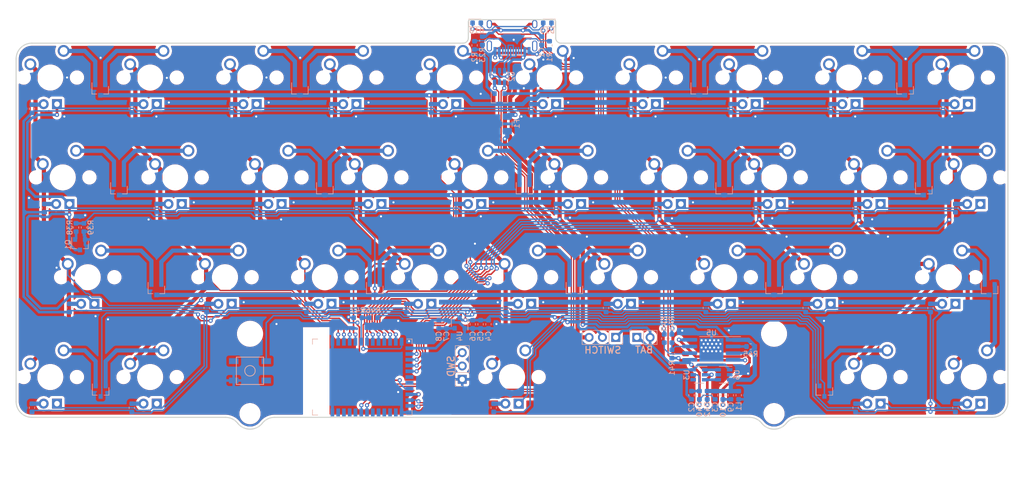
<source format=kicad_pcb>
(kicad_pcb (version 20210623) (generator pcbnew)
  (layers (0 "F.Cu" signal) (31 "B.Cu" signal) (34 "B.Paste" user) (35 "F.Paste" user) (36 "B.SilkS" user "B.Silkscreen") (37 "F.SilkS" user "F.Silkscreen") (38 "B.Mask" user) (39 "F.Mask" user) (44 "Edge.Cuts" user))
  (net 0 "")
  (net 1 "/Row0")
  (net 2 "/Row1")
  (net 3 "/Row2")
  (net 4 "/Row3")
  (net 5 "/Col0")
  (net 6 "/Col1")
  (net 7 "/Col2")
  (net 8 "/Col3")
  (net 9 "/Col5")
  (net 10 "/Col6")
  (net 11 "/Col7")
  (net 12 "/Col8")
  (net 13 "/Col9")
  (net 14 "Net-(C1-Pad2)")
  (net 15 "GNDPWR")
  (net 16 "Net-(C2-Pad2)")
  (net 17 "Net-(C2-Pad1)")
  (net 18 "Net-(C3-Pad1)")
  (net 19 "GND")
  (net 20 "+5V")
  (net 21 "+3V3")
  (net 22 "Net-(D18-Pad1)")
  (net 23 "Net-(D19-Pad1)")
  (net 24 "Net-(F1-Pad2)")
  (net 25 "/5V_USB")
  (net 26 "Net-(J4-Pad3)")
  (net 27 "Net-(J4-Pad2)")
  (net 28 "/LED-")
  (net 29 "Net-(Q1-Pad1)")
  (net 30 "/LED_PWM")
  (net 31 "Net-(R41-Pad2)")
  (net 32 "Net-(R42-Pad1)")
  (net 33 "Net-(R43-Pad2)")
  (net 34 "Net-(R45-Pad1)")
  (net 35 "Net-(R46-Pad2)")
  (net 36 "/RESET")
  (net 37 "/MCU_D-")
  (net 38 "/MCU_D+")
  (net 39 "/USB_D-")
  (net 40 "/USB_D+")
  (net 41 "Net-(U3-Pad3)")
  (net 42 "Net-(U3-Pad1)")
  (net 43 "Net-(USB1-Pad9)")
  (net 44 "Net-(U6-Pad5)")
  (net 45 "Net-(USB1-Pad3)")
  (net 46 "Net-(U6-Pad2)")
  (net 47 "/Col4")
  (net 48 "Net-(U3-Pad4)")
  (net 49 "Net-(U1-Pad36)")
  (net 50 "Net-(U1-Pad35)")
  (net 51 "Net-(U1-Pad34)")
  (net 52 "Net-(U1-Pad33)")
  (net 53 "Net-(U1-Pad30)")
  (net 54 "Net-(U1-Pad29)")
  (net 55 "Net-(U1-Pad28)")
  (net 56 "Net-(U1-Pad27)")
  (net 57 "Net-(U1-Pad26)")
  (net 58 "Net-(U1-Pad20)")
  (net 59 "Net-(U1-Pad19)")
  (net 60 "Net-(R2-Pad1)")
  (net 61 "Net-(R1-Pad2)")
  (net 62 "Net-(MX9-Pad3)")
  (net 63 "Net-(MX8-Pad3)")
  (net 64 "Net-(MX7-Pad3)")
  (net 65 "Net-(MX6-Pad3)")
  (net 66 "Net-(MX5-Pad3)")
  (net 67 "Net-(MX4-Pad3)")
  (net 68 "Net-(MX34-Pad3)")
  (net 69 "Net-(MX33-Pad3)")
  (net 70 "Net-(MX32-Pad3)")
  (net 71 "Net-(MX31-Pad3)")
  (net 72 "Net-(MX30-Pad3)")
  (net 73 "Net-(MX3-Pad3)")
  (net 74 "Net-(MX29-Pad3)")
  (net 75 "Net-(MX28-Pad3)")
  (net 76 "Net-(MX27-Pad3)")
  (net 77 "Net-(MX26-Pad3)")
  (net 78 "Net-(MX25-Pad3)")
  (net 79 "Net-(MX24-Pad3)")
  (net 80 "Net-(MX23-Pad3)")
  (net 81 "Net-(MX22-Pad3)")
  (net 82 "Net-(MX21-Pad3)")
  (net 83 "Net-(MX20-Pad3)")
  (net 84 "Net-(MX2-Pad3)")
  (net 85 "Net-(MX19-Pad3)")
  (net 86 "Net-(MX18-Pad3)")
  (net 87 "Net-(MX17-Pad3)")
  (net 88 "Net-(MX16-Pad3)")
  (net 89 "Net-(MX15-Pad3)")
  (net 90 "Net-(MX14-Pad3)")
  (net 91 "Net-(MX13-Pad3)")
  (net 92 "Net-(MX12-Pad3)")
  (net 93 "Net-(MX11-Pad3)")
  (net 94 "Net-(MX10-Pad3)")
  (net 95 "Net-(MX1-Pad3)")
  (net 96 "Net-(D9-Pad2)")
  (net 97 "Net-(D9-Pad1)")
  (net 98 "Net-(D8-Pad2)")
  (net 99 "Net-(D8-Pad1)")
  (net 100 "Net-(D7-Pad2)")
  (net 101 "Net-(D7-Pad1)")
  (net 102 "Net-(D6-Pad2)")
  (net 103 "Net-(D6-Pad1)")
  (net 104 "Net-(D5-Pad2)")
  (net 105 "Net-(D5-Pad1)")
  (net 106 "Net-(D4-Pad2)")
  (net 107 "Net-(D4-Pad1)")
  (net 108 "Net-(D3-Pad2)")
  (net 109 "Net-(D3-Pad1)")
  (net 110 "Net-(D2-Pad2)")
  (net 111 "Net-(D2-Pad1)")
  (net 112 "Net-(D18-Pad2)")
  (net 113 "Net-(D17-Pad2)")
  (net 114 "Net-(D17-Pad1)")
  (net 115 "Net-(D16-Pad2)")
  (net 116 "Net-(D16-Pad1)")
  (net 117 "Net-(D15-Pad2)")
  (net 118 "Net-(D15-Pad1)")
  (net 119 "Net-(D14-Pad2)")
  (net 120 "Net-(D14-Pad1)")
  (net 121 "Net-(D13-Pad2)")
  (net 122 "Net-(D13-Pad1)")
  (net 123 "Net-(D12-Pad2)")
  (net 124 "Net-(D12-Pad1)")
  (net 125 "Net-(D11-Pad2)")
  (net 126 "Net-(D11-Pad1)")
  (net 127 "Net-(D10-Pad2)")
  (net 128 "Net-(D10-Pad1)")
  (net 129 "Net-(D1-Pad2)")
  (net 130 "Net-(D1-Pad1)")
  (net 131 "Net-(C10-Pad1)")
  (footprint "MXSwitches:MXOnly-1U" (layer "F.Cu") (at 76.20032 61.91276)
    (fp_text reference "MX1")
    (fp_text value "MX-LED")
  )
  (footprint "MXSwitches:MXOnly-1U" (layer "F.Cu") (at 95.2504 61.91276)
    (fp_text reference "MX2")
    (fp_text value "MX-LED")
  )
  (footprint "MXSwitches:MXOnly-1U" (layer "F.Cu") (at 114.30048 61.91276)
    (fp_text reference "MX3")
    (fp_text value "MX-LED")
  )
  (footprint "MXSwitches:MXOnly-1U" (layer "F.Cu") (at 133.35056 61.91276)
    (fp_text reference "MX4")
    (fp_text value "MX-LED")
  )
  (footprint "MXSwitches:MXOnly-1U" (layer "F.Cu") (at 152.40064 61.91276)
    (fp_text reference "MX5")
    (fp_text value "MX-LED")
  )
  (footprint "MXSwitches:MXOnly-1U" (layer "F.Cu") (at 190.5008 61.91276)
    (fp_text reference "MX7")
    (fp_text value "MX-LED")
  )
  (footprint "MXSwitches:MXOnly-1U" (layer "F.Cu") (at 209.55088 61.91276)
    (fp_text reference "MX8")
    (fp_text value "MX-LED")
  )
  (footprint "MXSwitches:MXOnly-1U" (layer "F.Cu") (at 228.60096 61.91276)
    (fp_text reference "MX9")
    (fp_text value "MX-LED")
  )
  (footprint "MXSwitches:MXOnly-1.25U" (layer "F.Cu") (at 250.0323 61.91276)
    (fp_text reference "MX10")
    (fp_text value "MX-LED")
  )
  (footprint "MXSwitches:MXOnly-1.25U" (layer "F.Cu") (at 78.58158 80.96284)
    (fp_text reference "MX11")
    (fp_text value "MX-LED")
  )
  (footprint "MXSwitches:MXOnly-1U" (layer "F.Cu") (at 100.01292 80.96284)
    (fp_text reference "MX12")
    (fp_text value "MX-LED")
  )
  (footprint "MXSwitches:MXOnly-1U" (layer "F.Cu") (at 119.063 80.96284)
    (fp_text reference "MX13")
    (fp_text value "MX-LED")
  )
  (footprint "MXSwitches:MXOnly-1U" (layer "F.Cu") (at 138.11308 80.96284)
    (fp_text reference "MX14")
    (fp_text value "MX-LED")
  )
  (footprint "MXSwitches:MXOnly-1U" (layer "F.Cu") (at 157.16316 80.96284)
    (fp_text reference "MX15")
    (fp_text value "MX-LED")
  )
  (footprint "MXSwitches:MXOnly-1U" (layer "F.Cu") (at 176.21324 80.96284)
    (fp_text reference "MX16")
    (fp_text value "MX-LED")
  )
  (footprint "MXSwitches:MXOnly-1U" (layer "F.Cu") (at 195.26332 80.96284)
    (fp_text reference "MX17")
    (fp_text value "MX-LED")
  )
  (footprint "MXSwitches:MXOnly-1U" (layer "F.Cu") (at 214.3134 80.96284)
    (fp_text reference "MX18")
    (fp_text value "MX-LED")
  )
  (footprint "MXSwitches:MXOnly-1U" (layer "F.Cu") (at 233.36348 80.96284)
    (fp_text reference "MX19")
    (fp_text value "MX-LED")
  )
  (footprint "MXSwitches:MXOnly-1U" (layer "F.Cu") (at 252.41356 80.96284)
    (fp_text reference "MX20")
    (fp_text value "MX-LED")
  )
  (footprint "MXSwitches:MXOnly-1.75U" (layer "F.Cu") (at 83.3441 100.01292)
    (fp_text reference "MX21")
    (fp_text value "MX-LED")
  )
  (footprint "MXSwitches:MXOnly-1U" (layer "F.Cu") (at 109.53796 100.01292)
    (fp_text reference "MX22")
    (fp_text value "MX-LED")
  )
  (footprint "MXSwitches:MXOnly-1U" (layer "F.Cu") (at 147.63812 100.01292)
    (fp_text reference "MX24")
    (fp_text value "MX-LED")
  )
  (footprint "MXSwitches:MXOnly-1U" (layer "F.Cu") (at 166.6882 100.01292)
    (fp_text reference "MX25")
    (fp_text value "MX-LED")
  )
  (footprint "MXSwitches:MXOnly-1U" (layer "F.Cu") (at 185.73828 100.01292)
    (fp_text reference "MX26")
    (fp_text value "MX-LED")
  )
  (footprint "MXSwitches:MXOnly-1U" (layer "F.Cu") (at 204.78836 100.01292)
    (fp_text reference "MX27")
    (fp_text value "MX-LED")
  )
  (footprint "MXSwitches:MXOnly-1U" (layer "F.Cu") (at 223.83844 100.01292)
    (fp_text reference "MX28")
    (fp_text value "MX-LED")
  )
  (footprint "MXSwitches:MXOnly-1.5U" (layer "F.Cu") (at 247.65104 100.01292)
    (fp_text reference "MX29")
    (fp_text value "MX-LED")
  )
  (footprint "MXSwitches:MXOnly-1U" (layer "F.Cu") (at 76.20032 119.063)
    (fp_text reference "MX30")
    (fp_text value "MX-LED")
  )
  (footprint "MXSwitches:MXOnly-1U" (layer "F.Cu") (at 95.2504 119.063)
    (fp_text reference "MX31")
    (fp_text value "MX-LED")
  )
  (footprint "MXSwitches:MXOnly-1U" (layer "F.Cu") (at 233.36348 119.063)
    (fp_text reference "MX33")
    (fp_text value "MX-LED")
  )
  (footprint "MXSwitches:MXOnly-1U" (layer "F.Cu") (at 252.41356 119.063)
    (fp_text reference "MX34")
    (fp_text value "MX-LED")
  )
  (footprint "MXSwitches:MXOnly-6.25U-ReversedStabilizers" (layer "F.Cu") (at 164.30694 119.063)
    (fp_text reference "MX32")
    (fp_text value "MX-LED")
  )
  (footprint "MXSwitches:MXOnly-1U" (layer "F.Cu") (at 128.58798 100.013012)
    (fp_text reference "MX23")
    (fp_text value "MX-LED")
  )
  (footprint "MXSwitches:MXOnly-1U" (layer "F.Cu") (at 171.450732 61.912788)
    (fp_text reference "MX6")
    (fp_text value "MX-LED")
  )
  (footprint "Package_TO_SOT_SMD:SOT-23" (layer "B.Cu") (at 85.725 64.29375 -90)
    (fp_text reference "D1" hide)
    (fp_text value "D_Schottky_x2_KCom_AAK")
  )
  (footprint "Package_TO_SOT_SMD:SOT-23" (layer "B.Cu") (at 123.825 64.29375 -90)
    (fp_text reference "D2" hide)
    (fp_text value "D_Schottky_x2_KCom_AAK")
  )
  (footprint "Package_TO_SOT_SMD:SOT-23" (layer "B.Cu") (at 161.925676 65.972974 -90)
    (fp_text reference "D3" hide)
    (fp_text value "D_Schottky_x2_KCom_AAK")
  )
  (footprint "Package_TO_SOT_SMD:SOT-23" (layer "B.Cu") (at 200.025 64.29375 -90)
    (fp_text reference "D4" hide)
    (fp_text value "D_Schottky_x2_KCom_AAK")
  )
  (footprint "Package_TO_SOT_SMD:SOT-23" (layer "B.Cu") (at 239.315625 64.29375 -90)
    (fp_text reference "D5" hide)
    (fp_text value "D_Schottky_x2_KCom_AAK")
  )
  (footprint "Package_TO_SOT_SMD:SOT-23" (layer "B.Cu") (at 89.296875 83.34375 -90)
    (fp_text reference "D6" hide)
    (fp_text value "D_Schottky_x2_KCom_AAK")
  )
  (footprint "Package_TO_SOT_SMD:SOT-23" (layer "B.Cu") (at 128.5875 83.34375 -90)
    (fp_text reference "D7" hide)
    (fp_text value "D_Schottky_x2_KCom_AAK")
  )
  (footprint "Package_TO_SOT_SMD:SOT-23" (layer "B.Cu") (at 166.6875 83.34375 -90)
    (fp_text reference "D8" hide)
    (fp_text value "D_Schottky_x2_KCom_AAK")
  )
  (footprint "Package_TO_SOT_SMD:SOT-23" (layer "B.Cu") (at 204.7875 83.34375 -90)
    (fp_text reference "D9" hide)
    (fp_text value "D_Schottky_x2_KCom_AAK")
  )
  (footprint "Package_TO_SOT_SMD:SOT-23" (layer "B.Cu") (at 242.8875 83.34375 -90)
    (fp_text reference "D10" hide)
    (fp_text value "D_Schottky_x2_KCom_AAK")
  )
  (footprint "Package_TO_SOT_SMD:SOT-23" (layer "B.Cu") (at 96.440625 102.39375 -90)
    (fp_text reference "D11" hide)
    (fp_text value "D_Schottky_x2_KCom_AAK")
  )
  (footprint "Package_TO_SOT_SMD:SOT-23" (layer "B.Cu") (at 138.1125 102.39375 -90)
    (fp_text reference "D12" hide)
    (fp_text value "D_Schottky_x2_KCom_AAK")
  )
  (footprint "Package_TO_SOT_SMD:SOT-23" (layer "B.Cu") (at 176.2125 102.39375 -90)
    (fp_text reference "D13" hide)
    (fp_text value "D_Schottky_x2_KCom_AAK")
  )
  (footprint "Package_TO_SOT_SMD:SOT-23" (layer "B.Cu") (at 214.3125 102.39375 -90)
    (fp_text reference "D14" hide)
    (fp_text value "D_Schottky_x2_KCom_AAK")
  )
  (footprint "Package_TO_SOT_SMD:SOT-23" (layer "B.Cu") (at 255.441962 102.39375 -90)
    (fp_text reference "D15" hide)
    (fp_text value "D_Schottky_x2_KCom_AAK")
  )
  (footprint "Package_TO_SOT_SMD:SOT-23" (layer "B.Cu") (at 85.80473 121.76174 -90)
    (fp_text reference "D16" hide)
    (fp_text value "D_Schottky_x2_KCom_AAK")
  )
  (footprint "bastlisParts:nRF52840_holyiot_18010" (layer "B.Cu") (at 135.73125 119.0625 -90)
    (fp_text reference "U1" hide)
    (fp_text value "nRF52840_holyiot_18010")
  )
  (footprint "bastlisParts:C_0603_1608Metric_stealth" (layer "B.Cu") (at 169.962442 54.87447 90)
    (fp_text reference "C1")
    (fp_text value "100nF")
  )
  (footprint "bastlisParts:C_0603_1608Metric_stealth" (layer "B.Cu") (at 198.55834 122.53144 90)
    (fp_text reference "C2")
    (fp_text value "100nF")
  )
  (footprint "bastlisParts:C_0603_1608Metric_stealth" (layer "B.Cu") (at 203.05694 122.53144 90)
    (fp_text reference "C3")
    (fp_text value "10uF")
  )
  (footprint "bastlisParts:C_0603_1608Metric_stealth" (layer "B.Cu") (at 159.80694 108.99394 -90)
    (fp_text reference "C4")
    (fp_text value "4.7uF")
  )
  (footprint "bastlisParts:C_0603_1608Metric_stealth" (layer "B.Cu") (at 158.30694 108.99394 -90)
    (fp_text reference "C5")
    (fp_text value "4.7uF")
  )
  (footprint "bastlisParts:C_0603_1608Metric_stealth" (layer "B.Cu") (at 156.80694 108.99394 -90)
    (fp_text reference "C6")
    (fp_text value "1uF")
  )
  (footprint "bastlisParts:C_0603_1608Metric_stealth" (layer "B.Cu") (at 151.80694 108.99394 90)
    (fp_text reference "C7")
    (fp_text value "1uF")
  )
  (footprint "bastlisParts:C_0603_1608Metric_stealth" (layer "B.Cu") (at 150.33694 108.99794 90)
    (fp_text reference "C8")
    (fp_text value "100nF")
  )
  (footprint "bastlisParts:C_0603_1608Metric_stealth" (layer "B.Cu") (at 206.05694 122.53144 90)
    (fp_text reference "C9")
    (fp_text value "10uF")
  )
  (footprint "bastlisParts:C_0603_1608Metric_stealth" (layer "B.Cu") (at 204.55694 122.53144 90)
    (fp_text reference "C10")
    (fp_text value "100nF")
  )
  (footprint "LED_SMD:LED_0603_1608Metric" (layer "B.Cu") (at 157.56629 51.494754)
    (fp_text reference "D18")
    (fp_text value "LED_Small")
  )
  (footprint "LED_SMD:LED_0603_1608Metric" (layer "B.Cu") (at 171.04759 51.494754 180)
    (fp_text reference "D19")
    (fp_text value "LED_Small")
  )
  (footprint "Fuse:Fuse_1206_3216Metric" (layer "B.Cu") (at 163.413966 70.754238 90)
    (fp_text reference "F1")
    (fp_text value "500mA")
  )
  (footprint "Connector_PinHeader_2.54mm:PinHeader_1x03_P2.54mm_Vertical" (layer "B.Cu") (at 184.09694 111.49394 90)
    (fp_text reference "SWITCH")
    (fp_text value "Switch")
  )
  (footprint "Connector_PinHeader_2.54mm:PinHeader_1x02_P2.54mm_Vertical" (layer "B.Cu") (at 188.11954 111.49394 -90)
    (fp_text reference "BAT")
    (fp_text value "BATT")
  )
  (footprint "Connector_PinHeader_2.54mm:PinHeader_1x03_P2.54mm_Vertical" (layer "B.Cu") (at 154.80694 119.49394)
    (fp_text reference "SWD")
    (fp_text value "SWD")
  )
  (footprint "Inductor_SMD:L_0603_1608Metric" (layer "B.Cu") (at 207.55694 122.53144 90)
    (fp_text reference "L1")
    (fp_text value "PBY160808T-181Y-N")
  )
  (footprint "Package_TO_SOT_SMD:SOT-23" (layer "B.Cu") (at 81.86536 93.810445 -90)
    (fp_text reference "Q1")
    (fp_text value "AO3400A")
  )
  (footprint "bastlisParts:R_0603_1608Metric_stealth" (layer "B.Cu") (at 171.450732 55.767444 90)
    (fp_text reference "R1")
    (fp_text value "5.1k")
  )
  (footprint "bastlisParts:R_0603_1608Metric_stealth" (layer "B.Cu") (at 157.163148 55.767444 -90)
    (fp_text reference "R2")
    (fp_text value "5.1k")
  )
  (footprint "bastlisParts:R_0603_1608Metric_stealth" (layer "B.Cu") (at 72.7078 67.86591 -90)
    (fp_text reference "R3" hide)
    (fp_text value "680")
  )
  (footprint "bastlisParts:R_0603_1608Metric_stealth" (layer "B.Cu") (at 110.80796 67.78026 -90)
    (fp_text reference "R5" hide)
    (fp_text value "680")
  )
  (footprint "bastlisParts:R_0603_1608Metric_stealth" (layer "B.Cu") (at 129.85804 67.78026 -90)
    (fp_text reference "R6" hide)
    (fp_text value "680")
  )
  (footprint "bastlisParts:R_0603_1608Metric_stealth" (layer "B.Cu") (at 148.90812 67.78026 -90)
    (fp_text reference "R7" hide)
    (fp_text value "680")
  )
  (footprint "bastlisParts:R_0603_1608Metric_stealth" (layer "B.Cu") (at 167.9582 67.78026 -90)
    (fp_text reference "R8" hide)
    (fp_text value "680")
  )
  (footprint "bastlisParts:R_0603_1608Metric_stealth" (layer "B.Cu") (at 187.00828 67.78026 -90)
    (fp_text reference "R9" hide)
    (fp_text value "680")
  )
  (footprint "bastlisParts:R_0603_1608Metric_stealth" (layer "B.Cu") (at 206.05836 67.78026 -90)
    (fp_text reference "R10" hide)
    (fp_text value "680")
  )
  (footprint "bastlisParts:R_0603_1608Metric_stealth" (layer "B.Cu") (at 225.10844 67.78026 -90)
    (fp_text reference "R11" hide)
    (fp_text value "680")
  )
  (footprint "bastlisParts:R_0603_1608Metric_stealth" (layer "B.Cu") (at 246.53978 67.78026 -90)
    (fp_text reference "R12" hide)
    (fp_text value "680")
  )
  (footprint "bastlisParts:R_0603_1608Metric_stealth" (layer "B.Cu") (at 75.08906 86.83034 -90)
    (fp_text reference "R13" hide)
    (fp_text value "680")
  )
  (footprint "bastlisParts:R_0603_1608Metric_stealth" (layer "B.Cu") (at 96.5204 86.83034 -90)
    (fp_text reference "R14" hide)
    (fp_text value "680")
  )
  (footprint "bastlisParts:R_0603_1608Metric_stealth" (layer "B.Cu") (at 115.57048 86.83034 -90)
    (fp_text reference "R15" hide)
    (fp_text value "680")
  )
  (footprint "bastlisParts:R_0603_1608Metric_stealth" (layer "B.Cu") (at 134.62056 86.83034 -90)
    (fp_text reference "R16" hide)
    (fp_text value "680")
  )
  (footprint "bastlisParts:R_0603_1608Metric_stealth" (layer "B.Cu") (at 153.67064 86.83034 -90)
    (fp_text reference "R17" hide)
    (fp_text value "680")
  )
  (footprint "bastlisParts:R_0603_1608Metric_stealth" (layer "B.Cu") (at 172.72072 86.83034 -90)
    (fp_text reference "R18" hide)
    (fp_text value "680")
  )
  (footprint "bastlisParts:R_0603_1608Metric_stealth" (layer "B.Cu") (at 191.7708 86.83034 -90)
    (fp_text reference "R19" hide)
    (fp_text value "680")
  )
  (footprint "bastlisParts:R_0603_1608Metric_stealth" (layer "B.Cu") (at 210.82088 86.83034 -90)
    (fp_text reference "R20" hide)
    (fp_text value "680")
  )
  (footprint "bastlisParts:R_0603_1608Metric_stealth" (layer "B.Cu") (at 229.87096 86.83034 -90)
    (fp_text reference "R21" hide)
    (fp_text value "680")
  )
  (footprint "bastlisParts:R_0603_1608Metric_stealth" (layer "B.Cu") (at 248.92104 86.83034 -90)
    (fp_text reference "R22" hide)
    (fp_text value "680")
  )
  (footprint "bastlisParts:R_0603_1608Metric_stealth" (layer "B.Cu") (at 158.651438 54.87447 -90)
    (fp_text reference "R23")
    (fp_text value "1M")
  )
  (footprint "bastlisParts:R_0603_1608Metric_stealth" (layer "B.Cu") (at 79.85158 105.88042 -90)
    (fp_text reference "R24" hide)
    (fp_text value "680")
  )
  (footprint "bastlisParts:R_0603_1608Metric_stealth" (layer "B.Cu") (at 106.04544 105.88042 -90)
    (fp_text reference "R25" hide)
    (fp_text value "680")
  )
  (footprint "bastlisParts:R_0603_1608Metric_stealth" (layer "B.Cu") (at 125.09552 105.88042 -90)
    (fp_text reference "R26" hide)
    (fp_text value "680")
  )
  (footprint "bastlisParts:R_0603_1608Metric_stealth" (layer "B.Cu") (at 144.1456 105.88042 -90)
    (fp_text reference "R27" hide)
    (fp_text value "680")
  )
  (footprint "bastlisParts:R_0603_1608Metric_stealth" (layer "B.Cu") (at 163.19568 105.88042 -90)
    (fp_text reference "R28" hide)
    (fp_text value "680")
  )
  (footprint "bastlisParts:R_0603_1608Metric_stealth" (layer "B.Cu") (at 182.24576 105.88042 -90)
    (fp_text reference "R29" hide)
    (fp_text value "680")
  )
  (footprint "bastlisParts:R_0603_1608Metric_stealth" (layer "B.Cu") (at 201.29584 105.88042 -90)
    (fp_text reference "R30" hide)
    (fp_text value "680")
  )
  (footprint "bastlisParts:R_0603_1608Metric_stealth" (layer "B.Cu") (at 220.34592 105.88042 -90)
    (fp_text reference "R31" hide)
    (fp_text value "680")
  )
  (footprint "bastlisParts:R_0603_1608Metric_stealth" (layer "B.Cu") (at 244.15852 105.88042 -90)
    (fp_text reference "R32" hide)
    (fp_text value "680")
  )
  (footprint "bastlisParts:R_0603_1608Metric_stealth" (layer "B.Cu") (at 72.7078 124.9305 -90)
    (fp_text reference "R33" hide)
    (fp_text value "680")
  )
  (footprint "bastlisParts:R_0603_1608Metric_stealth" (layer "B.Cu") (at 91.75788 124.9305 -90)
    (fp_text reference "R34" hide)
    (fp_text value "680")
  )
  (footprint "bastlisParts:R_0603_1608Metric_stealth" (layer "B.Cu") (at 160.81442 124.9305 -90)
    (fp_text reference "R35" hide)
    (fp_text value "680")
  )
  (footprint "bastlisParts:R_0603_1608Metric_stealth" (layer "B.Cu") (at 229.87096 124.9305 -90)
    (fp_text reference "R36" hide)
    (fp_text value "680")
  )
  (footprint "bastlisParts:R_0603_1608Metric_stealth" (layer "B.Cu") (at 248.92104 124.9305 -90)
    (fp_text reference "R37" hide)
    (fp_text value "680")
  )
  (footprint "bastlisParts:R_0603_1608Metric_stealth" (layer "B.Cu") (at 81.11536 90.522945 90)
    (fp_text reference "R38")
    (fp_text value "100")
  )
  (footprint "bastlisParts:R_0603_1608Metric_stealth" (layer "B.Cu") (at 82.61536 90.522945 -90)
    (fp_text reference "R39")
    (fp_text value "10k")
  )
  (footprint "bastlisParts:R_0603_1608Metric_stealth" (layer "B.Cu") (at 200.05834 122.53144 -90)
    (fp_text reference "R40")
    (fp_text value "100")
  )
  (footprint "bastlisParts:R_0603_1608Metric_stealth" (layer "B.Cu") (at 194.81234 114.66224 90)
    (fp_text reference "R41")
    (fp_text value "10k")
  )
  (footprint "bastlisParts:R_0603_1608Metric_stealth" (layer "B.Cu") (at 201.55414 122.53144 90)
    (fp_text reference "R42")
    (fp_text value "1k")
  )
  (footprint "bastlisParts:R_0603_1608Metric_stealth" (layer "B.Cu") (at 209.84444 113.24394)
    (fp_text reference "R45")
    (fp_text value "1.8k")
  )
  (footprint "bastlisParts:R_0603_1608Metric_stealth" (layer "B.Cu") (at 137.84444 107.74394 180)
    (fp_text reference "R46")
    (fp_text value "1.3M")
  )
  (footprint "bastlisParts:R_0603_1608Metric_stealth" (layer "B.Cu") (at 134.86669 107.74394 180)
    (fp_text reference "R47")
    (fp_text value "2M")
  )
  (footprint "randomKeebParts:SKQG-1155865" (layer "B.Cu") (at 114.30048 117.87237)
    (fp_text reference "SW1" hide)
    (fp_text value "SW_Push")
  )
  (footprint "Package_TO_SOT_SMD:SOT-23-6" (layer "B.Cu") (at 161.925676 61.705762 90)
    (fp_text reference "U2")
    (fp_text value "USBLC6-2SC6")
  )
  (footprint "Package_TO_SOT_SMD:SOT-23-6" (layer "B.Cu") (at 199.980205 118.62803 180)
    (fp_text reference "U3")
    (fp_text value "DW01A")
  )
  (footprint "Package_TO_SOT_SMD:SOT-23" (layer "B.Cu") (at 154.30694 108.74394 90)
    (fp_text reference "U4")
    (fp_text value "XC6206P332MR")
  )
  (footprint "Package_SO:SOP-8-1EP_4.57x4.57mm_P1.27mm_EP4.57x4.45mm" (layer "B.Cu") (at 202.361465 113.86551 180)
    (fp_text reference "U5")
    (fp_text value "TP4056")
  )
  (footprint "Package_TO_SOT_SMD:SOT-23-6" (layer "B.Cu") (at 204.742725 118.62803 180)
    (fp_text reference "U6")
    (fp_text value "FS8205")
  )
  (footprint "bastlisParts:R_0603_1608Metric_stealth" (layer "B.Cu") (at 91.75788 67.78026 -90)
    (fp_text reference "R4" hide)
    (fp_text value "680")
  )
  (footprint "Package_TO_SOT_SMD:SOT-23" (layer "B.Cu") (at 223.91781 121.76174 -90)
    (fp_text reference "D17" hide)
    (fp_text value "D_Schottky_x2_KCom_AAK")
  )
  (footprint "USBC:HRO-TYPE-C-31-M-12-Assembly" (layer "B.Cu") (at 164.30694 49.113494)
    (fp_text reference "USB1" hide)
    (fp_text value "HRO-TYPE-C-31-M-12")
  )
  (footprint "bastlisParts:R_0603_1608Metric_stealth" (layer "B.Cu") (at 194.80694 111.70644 -90)
    (fp_text reference "R44")
    (fp_text value "2.7k")
  )
  (footprint "bastlisParts:R_0603_1608Metric_stealth" (layer "B.Cu") (at 193.36025 111.70644 -90)
    (fp_text reference "R43")
    (fp_text value "2.7k")
  )
  (gr_line (start 156.372526 50.863493) (end 172.241356 50.863495) (layer "Edge.Cuts") (width 0.2))
  (gr_line (start 172.641356 51.263499) (end 172.641345 52.351774) (layer "Edge.Cuts") (width 0.2))
  (gr_line (start 173.641345 55.351774) (end 255.938595 55.351774) (layer "Edge.Cuts") (width 0.2))
  (gr_line (start 255.938595 126.752094) (end 218.998541 126.752094) (layer "Edge.Cuts") (width 0.2))
  (gr_arc (start 173.641345 54.351774) (end 172.641345 54.351774) (angle -90) (layer "Edge.Cuts") (width 0.2))
  (gr_arc (start 109.61533 129.752094) (end 111.961183 127.882074) (angle -51.43954868) (layer "Edge.Cuts") (width 0.2))
  (gr_arc (start 255.938595 123.752094) (end 255.938595 126.752094) (angle -90) (layer "Edge.Cuts") (width 0.2))
  (gr_arc (start 172.241356 51.263495) (end 172.641356 51.263499) (angle -90.00052866) (layer "Edge.Cuts") (width 0.2))
  (gr_arc (start 209.61513 129.752094) (end 211.960983 127.882074) (angle -51.43954868) (layer "Edge.Cuts") (width 0.2))
  (gr_arc (start 114.307035 126.012054) (end 111.961183 127.882074) (angle -102.8790974) (layer "Edge.Cuts") (width 0.2))
  (gr_arc (start 214.306835 126.012054) (end 211.960983 127.882074) (angle -102.8790974) (layer "Edge.Cuts") (width 0.2))
  (gr_line (start 258.938595 58.351774) (end 258.938595 123.752094) (layer "Edge.Cuts") (width 0.2))
  (gr_line (start 209.61513 126.752094) (end 118.998741 126.752094) (layer "Edge.Cuts") (width 0.2))
  (gr_arc (start 218.998541 129.752094) (end 218.998541 126.752094) (angle -51.43954868) (layer "Edge.Cuts") (width 0.2))
  (gr_arc (start 118.998741 129.752094) (end 118.998741 126.752094) (angle -51.43954868) (layer "Edge.Cuts") (width 0.2))
  (gr_arc (start 72.675276 123.752094) (end 69.675275 123.752094) (angle -90) (layer "Edge.Cuts") (width 0.2))
  (gr_arc (start 156.372526 51.263493) (end 156.372526 50.863493) (angle -90.00001031) (layer "Edge.Cuts") (width 0.2))
  (gr_arc (start 72.675276 58.351774) (end 72.675275 55.351774) (angle -90) (layer "Edge.Cuts") (width 0.2))
  (gr_line (start 172.641345 52.351774) (end 172.641345 54.351774) (layer "Edge.Cuts") (width 0.2))
  (gr_line (start 109.61533 126.752094) (end 72.675275 126.752094) (layer "Edge.Cuts") (width 0.2))
  (gr_arc (start 154.972525 54.351774) (end 154.972525 55.351774) (angle -90) (layer "Edge.Cuts") (width 0.2))
  (gr_line (start 69.675275 123.752094) (end 69.675276 58.351774) (layer "Edge.Cuts") (width 0.2))
  (gr_line (start 155.972525 54.351774) (end 155.972526 51.263493) (layer "Edge.Cuts") (width 0.2))
  (gr_line (start 72.675275 55.351774) (end 154.972525 55.351774) (layer "Edge.Cuts") (width 0.2))
  (gr_arc (start 255.938596 58.351774) (end 258.938595 58.351774) (angle -90) (layer "Edge.Cuts") (width 0.2))
  (segment (start 153.615651 89.235689) (end 156.348026 91.968064) (width 0.25) (layer "F.Cu") (net 1))
  (segment (start 157.763265 100.902961) (end 150.825777 107.840449) (width 0.25) (layer "F.Cu") (net 1))
  (segment (start 156.348026 91.968064) (end 156.348026 97.135026) (width 0.25) (layer "F.Cu") (net 1))
  (segment (start 160.00107 100.198837) (end 159.602542 100.198837) (width 0.25) (layer "F.Cu") (net 1))
  (segment (start 158.898418 100.902961) (end 157.763265 100.902961) (width 0.25) (layer "F.Cu") (net 1))
  (segment (start 150.825777 107.840449) (end 147.610431 107.840449) (width 0.25) (layer "F.Cu") (net 1))
  (segment (start 159.602542 100.198837) (end 158.898418 100.902961) (width 0.25) (layer "F.Cu") (net 1))
  (segment (start 148.853129 65.815129) (end 148.853129 74.948127) (width 0.25) (layer "F.Cu") (net 1))
  (segment (start 150.70694 81.362622) (end 153.615649 84.271331) (width 0.25) (layer "F.Cu") (net 1))
  (segment (start 148.50713 65.29375) (end 148.50713 65.46913) (width 0.25) (layer "F.Cu") (net 1))
  (segment (start 147.610431 107.840449) (end 146.093252 109.357628) (width 0.25) (layer "F.Cu") (net 1))
  (segment (start 148.853129 74.948127) (end 150.70694 76.801938) (width 0.25) (layer "F.Cu") (net 1))
  (segment (start 150.70694 76.801938) (end 150.70694 81.362622) (width 0.25) (layer "F.Cu") (net 1))
  (segment (start 146.093252 109.357628) (end 146.093252 114.64394) (width 0.25) (layer "F.Cu") (net 1))
  (segment (start 153.615649 84.271331) (end 153.615649 89.235687) (width 0.25) (layer "F.Cu") (net 1))
  (segment (start 153.615649 89.235687) (end 153.615651 89.235689) (width 0.25) (layer "F.Cu") (net 1))
  (segment (start 148.50713 65.46913) (end 148.853129 65.815129) (width 0.25) (layer "F.Cu") (net 1))
  (via (at 146.093252 114.64394) (size 0.8) (drill 0.4) (layers "F.Cu" "B.Cu") (net 1))
  (via (at 156.348026 97.135026) (size 0.8) (drill 0.4) (layers "F.Cu" "B.Cu") (net 1))
  (via (at 160.00107 100.198837) (size 0.8) (drill 0.4) (layers "F.Cu" "B.Cu") (net 1))
  (via (at 148.50713 65.29375) (size 0.8) (drill 0.4) (layers "F.Cu" "B.Cu") (net 1))
  (segment (start 146.093252 114.64394) (end 144.74981 114.64394) (width 0.29) (layer "B.Cu") (net 1))
  (segment (start 85.725 65.29375) (end 148.50713 65.29375) (width 0.8) (layer "B.Cu") (net 1))
  (segment (start 167.362806 65.95525) (end 168.920528 65.95525) (width 0.8) (layer "B.Cu") (net 1))
  (segment (start 156.635856 66.972974) (end 161.925676 66.972974) (width 0.8) (layer "B.Cu") (net 1))
  (segment (start 169.582028 65.29375) (end 200.025 65.29375) (width 0.8) (layer "B.Cu") (net 1))
  (segment (start 200.025 65.29375) (end 231.156952 65.29375) (width 0.8) (layer "B.Cu") (net 1))
  (segment (start 156.348026 98.262332) (end 158.284531 100.198837) (width 0.25) (layer "B.Cu") (net 1))
  (segment (start 161.925676 66.972974) (end 166.345082 66.972974) (width 0.8) (layer "B.Cu") (net 1))
  (segment (start 158.284531 100.198837) (end 160.00107 100.198837) (width 0.25) (layer "B.Cu") (net 1))
  (segment (start 166.345082 66.972974) (end 167.362806 65.95525) (width 0.8) (layer "B.Cu") (net 1))
  (segment (start 154.956632 65.29375) (end 156.635856 66.972974) (width 0.8) (layer "B.Cu") (net 1))
  (segment (start 148.50713 65.29375) (end 154.956632 65.29375) (width 0.8) (layer "B.Cu") (net 1))
  (segment (start 144.74981 114.64394) (end 144.73125 114.6625) (width 0.29) (layer "B.Cu") (net 1))
  (segment (start 231.156952 65.29375) (end 239.315625 65.29375) (width 0.8) (layer "B.Cu") (net 1))
  (segment (start 156.348026 97.135026) (end 156.348026 98.262332) (width 0.25) (layer "B.Cu") (net 1))
  (segment (start 168.920528 65.95525) (end 169.582028 65.29375) (width 0.8) (layer "B.Cu") (net 1))
  (segment (start 152.65713 84.34375) (end 153.165639 84.852259) (width 0.25) (layer "F.Cu") (net 2))
  (segment (start 153.165639 89.422087) (end 153.165642 89.42209) (width 0.25) (layer "F.Cu") (net 2))
  (segment (start 146.543262 109.544028) (end 146.543262 113.96894) (width 0.25) (layer "F.Cu") (net 2))
  (segment (start 157.949665 101.352971) (end 151.012177 108.290459) (width 0.25) (layer "F.Cu") (net 2))
  (segment (start 159.084818 101.352971) (end 157.949665 101.352971) (width 0.25) (layer "F.Cu") (net 2))
  (segment (start 146.818253 114.243931) (end 146.818253 115.018939) (width 0.25) (layer "F.Cu") (net 2))
  (segment (start 153.165639 84.852259) (end 153.165639 89.422087) (width 0.25) (layer "F.Cu") (net 2))
  (segment (start 151.012177 108.290459) (end 147.796831 108.290459) (width 0.25) (layer "F.Cu") (net 2))
  (segment (start 147.796831 108.290459) (end 146.543262 109.544028) (width 0.25) (layer "F.Cu") (net 2))
  (segment (start 155.898016 92.154464) (end 155.898016 96.16894) (width 0.25) (layer "F.Cu") (net 2))
  (segment (start 146.818253 115.018939) (end 146.093252 115.74394) (width 0.25) (layer "F.Cu") (net 2))
  (segment (start 159.653873 101.172811) (end 159.600002 101.11894) (width 0.25) (layer "F.Cu") (net 2))
  (segment (start 159.600002 101.11894) (end 159.318849 101.11894) (width 0.25) (layer "F.Cu") (net 2))
  (segment (start 159.318849 101.11894) (end 159.084818 101.352971) (width 0.25) (layer "F.Cu") (net 2))
  (segment (start 146.543262 113.96894) (end 146.818253 114.243931) (width 0.25) (layer "F.Cu") (net 2))
  (segment (start 155.623026 96.44393) (end 155.623026 97.842134) (width 0.25) (layer "F.Cu") (net 2))
  (segment (start 155.898016 96.16894) (end 155.623026 96.44393) (width 0.25) (layer "F.Cu") (net 2))
  (segment (start 153.165642 89.42209) (end 155.898016 92.154464) (width 0.25) (layer "F.Cu") (net 2))
  (via (at 146.093252 115.74394) (size 0.8) (drill 0.4) (layers "F.Cu" "B.Cu") (net 2))
  (via (at 155.623026 97.842134) (size 0.8) (drill 0.4) (layers "F.Cu" "B.Cu") (net 2))
  (via (at 152.65713 84.34375) (size 0.8) (drill 0.4) (layers "F.Cu" "B.Cu") (net 2))
  (via (at 159.653873 101.172811) (size 0.8) (drill 0.4) (layers "F.Cu" "B.Cu") (net 2))
  (segment (start 152.65713 84.34375) (end 242.8875 84.34375) (width 0.8) (layer "B.Cu") (net 2))
  (segment (start 155.623026 97.842134) (end 155.623026 98.173742) (width 0.25) (layer "B.Cu") (net 2))
  (segment (start 129.467502 84.34375) (end 152.65713 84.34375) (width 0.8) (layer "B.Cu") (net 2))
  (segment (start 146.093252 115.74394) (end 144.74981 115.74394) (width 0.29) (layer "B.Cu") (net 2))
  (segment (start 144.74981 115.74394) (end 144.73125 115.7625) (width 0.29) (layer "B.Cu") (net 2))
  (segment (start 159.129909 100.648847) (end 159.653873 101.172811) (width 0.25) (layer "B.Cu") (net 2))
  (segment (start 89.296875 84.34375) (end 129.467502 84.34375) (width 0.8) (layer "B.Cu") (net 2))
  (segment (start 155.623026 98.173742) (end 158.098131 100.648847) (width 0.25) (layer "B.Cu") (net 2))
  (segment (start 158.098131 100.648847) (end 159.129909 100.648847) (width 0.25) (layer "B.Cu") (net 2))
  (segment (start 147.983231 108.740469) (end 146.993272 109.730428) (width 0.25) (layer "F.Cu") (net 3))
  (segment (start 151.198577 108.740469) (end 147.983231 108.740469) (width 0.25) (layer "F.Cu") (net 3))
  (segment (start 146.993272 113.78254) (end 147.268263 114.057531) (width 0.25) (layer "F.Cu") (net 3))
  (segment (start 147.268263 114.057531) (end 147.268263 115.641931) (width 0.25) (layer "F.Cu") (net 3))
  (segment (start 146.993272 109.730428) (end 146.993272 113.78254) (width 0.25) (layer "F.Cu") (net 3))
  (segment (start 156.545296 103.39375) (end 151.198577 108.740469) (width 0.25) (layer "F.Cu") (net 3))
  (segment (start 156.95713 103.39375) (end 156.545296 103.39375) (width 0.25) (layer "F.Cu") (net 3))
  (segment (start 147.268263 115.641931) (end 146.093252 116.816942) (width 0.25) (layer "F.Cu") (net 3))
  (segment (start 146.093252 116.816942) (end 146.093252 116.86894) (width 0.25) (layer "F.Cu") (net 3))
  (via (at 156.95713 103.39375) (size 0.8) (drill 0.4) (layers "F.Cu" "B.Cu") (net 3))
  (via (at 146.093252 116.86894) (size 0.8) (drill 0.4) (layers "F.Cu" "B.Cu") (net 3))
  (segment (start 255.441962 103.39375) (end 156.95713 103.39375) (width 0.8) (layer "B.Cu") (net 3))
  (segment (start 96.440625 103.39375) (end 156.95713 103.39375) (width 0.8) (layer "B.Cu") (net 3))
  (segment (start 144.73769 116.86894) (end 144.73125 116.8625) (width 0.29) (layer "B.Cu") (net 3))
  (segment (start 146.093252 116.86894) (end 144.73769 116.86894) (width 0.29) (layer "B.Cu") (net 3))
  (segment (start 147.463282 109.925112) (end 147.463282 113.587856) (width 0.29) (layer "F.Cu") (net 4))
  (segment (start 146.095854 117.96894) (end 146.093252 117.96894) (width 0.29) (layer "F.Cu") (net 4))
  (segment (start 156.697055 107.129679) (end 156.697055 106.461453) (width 0.29) (layer "F.Cu") (net 4))
  (segment (start 151.393261 109.210479) (end 148.177915 109.210479) (width 0.29) (layer "F.Cu") (net 4))
  (segment (start 106.79044 108.31426) (end 104.925798 108.31426) (width 0.29) (layer "F.Cu") (net 4))
  (segment (start 156.054542 105.81894) (end 154.7848 105.81894) (width 0.29) (layer "F.Cu") (net 4))
  (segment (start 147.463282 113.587856) (end 147.738273 113.862847) (width 0.29) (layer "F.Cu") (net 4))
  (segment (start 154.7848 105.81894) (end 151.393261 109.210479) (width 0.29) (layer "F.Cu") (net 4))
  (segment (start 104.925798 108.31426) (end 104.389786 107.778248) (width 0.29) (layer "F.Cu") (net 4))
  (segment (start 147.738273 116.326521) (end 146.095854 117.96894) (width 0.29) (layer "F.Cu") (net 4))
  (segment (start 156.697055 106.461453) (end 156.054542 105.81894) (width 0.29) (layer "F.Cu") (net 4))
  (segment (start 148.177915 109.210479) (end 147.463282 109.925112) (width 0.29) (layer "F.Cu") (net 4))
  (segment (start 104.389786 107.778248) (end 104.389786 107.12042) (width 0.29) (layer "F.Cu") (net 4))
  (segment (start 147.738273 113.862847) (end 147.738273 116.326521) (width 0.29) (layer "F.Cu") (net 4))
  (via (at 106.79044 108.31426) (size 0.8) (drill 0.4) (layers "F.Cu" "B.Cu") (net 4))
  (via (at 146.093252 117.96894) (size 0.8) (drill 0.4) (layers "F.Cu" "B.Cu") (net 4))
  (via (at 104.389786 107.12042) (size 0.8) (drill 0.4) (layers "F.Cu" "B.Cu") (net 4))
  (via (at 156.697055 107.129679) (size 0.8) (drill 0.4) (layers "F.Cu" "B.Cu") (net 4))
  (segment (start 200.80607 107.45043) (end 200.22107 106.86543) (width 0.29) (layer "B.Cu") (net 4))
  (segment (start 169.389669 106.880431) (end 167.556645 106.880431) (width 0.29) (layer "B.Cu") (net 4))
  (segment (start 131.289509 106.880431) (end 131.30451 106.86543) (width 0.29) (layer "B.Cu") (net 4))
  (segment (start 104.389786 107.056646) (end 104.17857 106.84543) (width 0.25) (layer "B.Cu") (net 4))
  (segment (start 205.086806 107.45043) (end 200.80607 107.45043) (width 0.29) (layer "B.Cu") (net 4))
  (segment (start 155.481941 107.418941) (end 155.28194 107.21894) (width 0.29) (layer "B.Cu") (net 4))
  (segment (start 156.93545 106.86543) (end 162.12091 106.86543) (width 0.29) (layer "B.Cu") (net 4))
  (segment (start 188.45475 106.86543) (end 188.439749 106.880431) (width 0.29) (layer "B.Cu") (net 4))
  (segment (start 124.02075 106.86543) (end 124.60575 107.45043) (width 0.29) (layer "B.Cu") (net 4))
  (segment (start 131.30451 106.86543) (end 143.06057 106.86543) (width 0.29) (layer "B.Cu") (net 4))
  (segment (start 144.73769 117.96894) (end 144.73125 117.9625) (width 0.29) (layer "B.Cu") (net 4))
  (segment (start 86.029729 121.062057) (end 86.029729 122.536741) (width 0.25) (layer "B.Cu") (net 4))
  (segment (start 219.85615 107.45043) (end 219.27115 106.86543) (width 0.29) (layer "B.Cu") (net 4))
  (segment (start 112.239429 106.880431) (end 112.25443 106.86543) (width 0.29) (layer "B.Cu") (net 4))
  (segment (start 166.986646 107.45043) (end 162.70591 107.45043) (width 0.29) (layer "B.Cu") (net 4))
  (segment (start 106.79044 108.31426) (end 107.734259 107.370441) (width 0.29) (layer "B.Cu") (net 4))
  (segment (start 143.06057 106.86543) (end 143.64557 107.45043) (width 0.29) (layer "B.Cu") (net 4))
  (segment (start 189.9924 106.86543) (end 188.45475 106.86543) (width 0.29) (layer "B.Cu") (net 4))
  (segment (start 162.70591 107.45043) (end 162.12091 106.86543) (width 0.29) (layer "B.Cu") (net 4))
  (segment (start 223.91781 120.240738) (end 223.202829 119.525757) (width 0.29) (layer "B.Cu") (net 4))
  (segment (start 156.697055 107.103825) (end 156.93545 106.86543) (width 0.29) (layer "B.Cu") (net 4))
  (segment (start 146.093252 117.96894) (end 144.73769 117.96894) (width 0.29) (layer "B.Cu") (net 4))
  (segment (start 86.02972 121.062048) (end 86.029729 121.062057) (width 0.25) (layer "B.Cu") (net 4))
  (segment (start 218.429548 106.86543) (end 207.50483 106.86543) (width 0.29) (layer "B.Cu") (net 4))
  (segment (start 109.916395 107.370441) (end 110.406405 106.880431) (width 0.29) (layer "B.Cu") (net 4))
  (segment (start 150.505755 106.880431) (end 150.520755 106.865431) (width 0.29) (layer "B.Cu") (net 4))
  (segment (start 200.22107 106.86543) (end 189.9924 106.86543) (width 0.29) (layer "B.Cu") (net 4))
  (segment (start 207.489829 106.880431) (end 205.656805 106.880431) (width 0.29) (layer "B.Cu") (net 4))
  (segment (start 156.697055 107.129679) (end 156.697055 107.103825) (width 0.29) (layer "B.Cu") (net 4))
  (segment (start 156.407793 107.418941) (end 156.697055 107.129679) (width 0.29) (layer "B.Cu") (net 4))
  (segment (start 188.439749 106.880431) (end 185.987027 106.880431) (width 0.29) (layer "B.Cu") (net 4))
  (segment (start 220.98857 107.45043) (end 219.85615 107.45043) (width 0.29) (layer "B.Cu") (net 4))
  (segment (start 156.164541 107.418941) (end 156.407793 107.418941) (width 0.29) (layer "B.Cu") (net 4))
  (segment (start 154.928431 106.865431) (end 155.28194 107.21894) (width 0.29) (layer "B.Cu") (net 4))
  (segment (start 189.9924 106.86543) (end 189.8654 106.86543) (width 0.29) (layer "B.Cu") (net 4))
  (segment (start 129.456485 106.880431) (end 131.289509 106.880431) (width 0.29) (layer "B.Cu") (net 4))
  (segment (start 169.40467 106.86543) (end 169.389669 106.880431) (width 0.29) (layer "B.Cu") (net 4))
  (segment (start 223.202829 119.525757) (end 223.202828 110.74971) (width 0.29) (layer "B.Cu") (net 4))
  (segment (start 107.734259 107.370441) (end 109.916395 107.370441) (width 0.29) (layer "B.Cu") (net 4))
  (segment (start 143.64557 107.45043) (end 147.936566 107.45043) (width 0.29) (layer "B.Cu") (net 4))
  (segment (start 86.029729 122.536741) (end 85.80473 122.76174) (width 0.25) (layer "B.Cu") (net 4))
  (segment (start 150.520755 106.865431) (end 154.928431 106.865431) (width 0.29) (layer "B.Cu") (net 4))
  (segment (start 205.656805 106.880431) (end 205.086806 107.45043) (width 0.29) (layer "B.Cu") (net 4))
  (segment (start 104.389786 107.12042) (end 104.389786 107.120146) (width 0.29) (layer "B.Cu") (net 4))
  (segment (start 223.202828 110.74971) (end 223.202828 109.664688) (width 0.29) (layer "B.Cu") (net 4))
  (segment (start 148.506565 106.880431) (end 150.505755 106.880431) (width 0.29) (layer "B.Cu") (net 4))
  (segment (start 219.27115 106.86543) (end 218.429548 106.86543) (width 0.29) (layer "B.Cu") (net 4))
  (segment (start 181.75599 107.45043) (end 181.17099 106.86543) (width 0.29) (layer "B.Cu") (net 4))
  (segment (start 124.60575 107.45043) (end 128.886486 107.45043) (width 0.29) (layer "B.Cu") (net 4))
  (segment (start 86.89373 106.84543) (end 86.02972 107.70944) (width 0.25) (layer "B.Cu") (net 4))
  (segment (start 156.164541 107.418941) (end 155.481941 107.418941) (width 0.29) (layer "B.Cu") (net 4))
  (segment (start 207.50483 106.86543) (end 207.489829 106.880431) (width 0.29) (layer "B.Cu") (net 4))
  (segment (start 185.987027 106.880431) (end 185.417028 107.45043) (width 0.29) (layer "B.Cu") (net 4))
  (segment (start 223.202828 109.664688) (end 220.98857 107.45043) (width 0.29) (layer "B.Cu") (net 4))
  (segment (start 128.886486 107.45043) (end 129.456485 106.880431) (width 0.29) (layer "B.Cu") (net 4))
  (segment (start 185.417028 107.45043) (end 181.75599 107.45043) (width 0.29) (layer "B.Cu") (net 4))
  (segment (start 86.02972 107.70944) (end 86.02972 121.062048) (width 0.25) (layer "B.Cu") (net 4))
  (segment (start 112.25443 106.86543) (end 124.02075 106.86543) (width 0.29) (layer "B.Cu") (net 4))
  (segment (start 155.28194 107.21894) (end 155.48194 107.41894) (width 0.29) (layer "B.Cu") (net 4))
  (segment (start 147.936566 107.45043) (end 148.506565 106.880431) (width 0.29) (layer "B.Cu") (net 4))
  (segment (start 223.91781 122.76174) (end 223.91781 120.240738) (width 0.29) (layer "B.Cu") (net 4))
  (segment (start 167.556645 106.880431) (end 166.986646 107.45043) (width 0.29) (layer "B.Cu") (net 4))
  (segment (start 110.406405 106.880431) (end 112.239429 106.880431) (width 0.29) (layer "B.Cu") (net 4))
  (segment (start 104.389786 107.12042) (end 104.389786 107.056646) (width 0.25) (layer "B.Cu") (net 4))
  (segment (start 104.17857 106.84543) (end 86.89373 106.84543) (width 0.25) (layer "B.Cu") (net 4))
  (segment (start 181.17099 106.86543) (end 169.40467 106.86543) (width 0.29) (layer "B.Cu") (net 4))
  (segment (start 104.982807 104.005911) (end 105.994768 102.99395) (width 0.25) (layer "F.Cu") (net 5))
  (segment (start 104.982807 104.394807) (end 104.982807 104.005911) (width 0.25) (layer "F.Cu") (net 5))
  (segment (start 74.976581 78.627841) (end 74.976581 92.915401) (width 0.8) (layer "F.Cu") (net 5))
  (segment (start 74.976581 92.915401) (end 79.5341 97.47292) (width 0.8) (layer "F.Cu") (net 5))
  (segment (start 73.377819 60.360259) (end 73.377819 77.029079) (width 0.8) (layer "F.Cu") (net 5))
  (segment (start 79.739101 109.174219) (end 72.39032 116.523) (width 0.8) (layer "F.Cu") (net 5))
  (segment (start 105.994768 102.99395) (end 122.123652 102.99395) (width 0.25) (layer "F.Cu") (net 5))
  (segment (start 74.77158 78.42284) (end 74.976581 78.627841) (width 0.8) (layer "F.Cu") (net 5))
  (segment (start 122.123652 102.99395) (end 123.602791 104.473089) (width 0.25) (layer "F.Cu") (net 5))
  (segment (start 72.39032 59.37276) (end 73.377819 60.360259) (width 0.8) (layer "F.Cu") (net 5))
  (segment (start 79.739101 97.677921) (end 79.739101 109.174219) (width 0.8) (layer "F.Cu") (net 5))
  (segment (start 130.95913 108.74395) (end 131.13194 108.91676) (width 0.25) (layer "F.Cu") (net 5))
  (segment (start 131.13194 108.91676) (end 131.13194 110.950498) (width 0.25) (layer "F.Cu") (net 5))
  (segment (start 123.602791 104.473089) (end 127.873652 108.74395) (width 0.25) (layer "F.Cu") (net 5))
  (segment (start 79.5341 97.47292) (end 79.739101 97.677921) (width 0.8) (layer "F.Cu") (net 5))
  (segment (start 73.377819 77.029079) (end 74.77158 78.42284) (width 0.8) (layer "F.Cu") (net 5))
  (segment (start 127.873652 108.74395) (end 130.95913 108.74395) (width 0.25) (layer "F.Cu") (net 5))
  (via (at 131.13194 110.950498) (size 0.8) (drill 0.4) (layers "F.Cu" "B.Cu") (net 5))
  (via (at 104.982807 104.394807) (size 0.8) (drill 0.4) (layers "F.Cu" "B.Cu") (net 5))
  (segment (start 85.826601 103.815419) (end 87.426582 105.4154) (width 0.25) (layer "B.Cu") (net 5))
  (segment (start 79.5341 97.47292) (end 79.5341 99.634894) (width 0.25) (layer "B.Cu") (net 5))
  (segment (start 131.13194 112.31181) (end 131.13125 112.3125) (width 0.25) (layer "B.Cu") (net 5))
  (segment (start 84.149785 103.815419) (end 85.826601 103.815419) (width 0.25) (layer "B.Cu") (net 5))
  (segment (start 83.014615 103.115409) (end 83.449775 103.115409) (width 0.25) (layer "B.Cu") (net 5))
  (segment (start 84.005123 103.670757) (end 84.149785 103.815419) (width 0.25) (layer "B.Cu") (net 5))
  (segment (start 131.13194 110.950498) (end 131.13194 112.31181) (width 0.25) (layer "B.Cu") (net 5))
  (segment (start 87.426582 105.4154) (end 103.81048 105.4154) (width 0.25) (layer "B.Cu") (net 5))
  (segment (start 104.831073 104.394807) (end 104.982807 104.394807) (width 0.25) (layer "B.Cu") (net 5))
  (segment (start 83.449775 103.115409) (end 84.005123 103.670757) (width 0.25) (layer "B.Cu") (net 5))
  (segment (start 79.5341 99.634894) (end 83.014615 103.115409) (width 0.25) (layer "B.Cu") (net 5))
  (segment (start 103.81048 105.4154) (end 104.831073 104.394807) (width 0.25) (layer "B.Cu") (net 5))
  (segment (start 91.4404 59.37276) (end 92.427899 60.360259) (width 0.8) (layer "F.Cu") (net 6))
  (segment (start 132.23194 109.38035) (end 132.23194 110.950498) (width 0.25) (layer "F.Cu") (net 6))
  (segment (start 105.72796 97.47292) (end 105.72796 99.634894) (width 0.25) (layer "F.Cu") (net 6))
  (segment (start 97.190419 79.410339) (end 97.190419 88.935379) (width 0.8) (layer "F.Cu") (net 6))
  (segment (start 105.932961 98.180921) (end 105.932961 101.092919) (width 0.8) (layer "F.Cu") (net 6))
  (segment (start 131.14553 108.29394) (end 132.23194 109.38035) (width 0.25) (layer "F.Cu") (net 6))
  (segment (start 105.72796 97.97592) (end 105.932961 98.180921) (width 0.8) (layer "F.Cu") (net 6))
  (segment (start 122.310052 102.54394) (end 128.060052 108.29394) (width 0.25) (layer "F.Cu") (net 6))
  (segment (start 105.72796 99.634894) (end 106.509473 100.416407) (width 0.25) (layer "F.Cu") (net 6))
  (segment (start 108.637006 102.54394) (end 122.310052 102.54394) (width 0.25) (layer "F.Cu") (net 6))
  (segment (start 92.427899 74.647819) (end 96.20292 78.42284) (width 0.8) (layer "F.Cu") (net 6))
  (segment (start 106.634473 100.541407) (end 108.637006 102.54394) (width 0.25) (layer "F.Cu") (net 6))
  (segment (start 96.20292 78.42284) (end 97.190419 79.410339) (width 0.8) (layer "F.Cu") (net 6))
  (segment (start 105.72796 97.47292) (end 105.72796 97.97592) (width 0.8) (layer "F.Cu") (net 6))
  (segment (start 106.35694 100.56894) (end 106.60694 100.56894) (width 0.25) (layer "F.Cu") (net 6))
  (segment (start 106.509473 100.416407) (end 106.634473 100.541407) (width 0.25) (layer "F.Cu") (net 6))
  (segment (start 97.190419 88.935379) (end 105.72796 97.47292) (width 0.8) (layer "F.Cu") (net 6))
  (segment (start 92.427899 60.360259) (end 92.427899 74.647819) (width 0.8) (layer "F.Cu") (net 6))
  (segment (start 106.35694 100.56894) (end 106.509473 100.416407) (width 0.25) (layer "F.Cu") (net 6))
  (segment (start 105.932961 100.992919) (end 106.35694 100.56894) (width 0.25) (layer "F.Cu") (net 6))
  (segment (start 105.932961 101.092919) (end 105.932961 100.992919) (width 0.25) (layer "F.Cu") (net 6))
  (segment (start 128.060052 108.29394) (end 131.14553 108.29394) (width 0.25) (layer "F.Cu") (net 6))
  (segment (start 106.60694 100.56894) (end 106.634473 100.541407) (width 0.25) (layer "F.Cu") (net 6))
  (segment (start 105.932961 101.092919) (end 105.932961 102.030439) (width 0.8) (layer "F.Cu") (net 6))
  (segment (start 105.932961 102.030439) (end 91.4404 116.523) (width 0.8) (layer "F.Cu") (net 6))
  (via (at 132.23194 110.950498) (size 0.8) (drill 0.4) (layers "F.Cu" "B.Cu") (net 6))
  (segment (start 132.23194 112.31181) (end 132.23125 112.3125) (width 0.25) (layer "B.Cu") (net 6))
  (segment (start 132.23194 110.950498) (end 132.23194 112.31181) (width 0.25) (layer "B.Cu") (net 6))
  (segment (start 111.477979 74.647819) (end 115.253 78.42284) (width 0.8) (layer "F.Cu") (net 7))
  (segment (start 110.49048 59.37276) (end 110.49048 59.87576) (width 0.8) (layer "F.Cu") (net 7))
  (segment (start 116.240499 79.410339) (end 116.240499 88.935379) (width 0.8) (layer "F.Cu") (net 7))
  (segment (start 124.77804 97.47292) (end 124.77804 104.375518) (width 0.25) (layer "F.Cu") (net 7))
  (segment (start 115.253 78.42284) (end 116.240499 79.410339) (width 0.8) (layer "F.Cu") (net 7))
  (segment (start 124.77804 104.375518) (end 128.246451 107.843929) (width 0.25) (layer "F.Cu") (net 7))
  (segment (start 128.246451 107.843929) (end 131.33193 107.843929) (width 0.25) (layer "F.Cu") (net 7))
  (segment (start 111.477979 60.863259) (end 111.477979 74.647819) (width 0.8) (layer "F.Cu") (net 7))
  (segment (start 110.49048 59.87576) (end 111.477979 60.863259) (width 0.8) (layer "F.Cu") (net 7))
  (segment (start 116.240499 88.935379) (end 124.77804 97.47292) (width 0.8) (layer "F.Cu") (net 7))
  (segment (start 133.33194 109.84394) (end 133.33194 110.950498) (width 0.25) (layer "F.Cu") (net 7))
  (segment (start 131.33193 107.843929) (end 133.33194 109.84394) (width 0.25) (layer "F.Cu") (net 7))
  (via (at 133.33194 110.950498) (size 0.8) (drill 0.4) (layers "F.Cu" "B.Cu") (net 7))
  (segment (start 133.33194 112.31181) (end 133.33125 112.3125) (width 0.25) (layer "B.Cu") (net 7))
  (segment (start 133.33194 110.950498) (end 133.33194 112.31181) (width 0.25) (layer "B.Cu") (net 7))
  (segment (start 129.54056 59.87576) (end 130.528059 60.863259) (width 0.8) (layer "F.Cu") (net 8))
  (segment (start 138.20296 97.47292) (end 134.061249 101.614631) (width 0.29) (layer "F.Cu") (net 8))
  (segment (start 143.82812 97.47292) (end 138.20296 97.47292) (width 0.29) (layer "F.Cu") (net 8))
  (segment (start 134.30308 78.42284) (end 135.290579 79.410339) (width 0.8) (layer "F.Cu") (net 8))
  (segment (start 135.290579 88.935379) (end 143.82812 97.47292) (width 0.8) (layer "F.Cu") (net 8))
  (segment (start 129.54056 59.37276) (end 129.54056 59.87576) (width 0.8) (layer "F.Cu") (net 8))
  (segment (start 134.061249 101.614631) (end 134.061249 110.579807) (width 0.29) (layer "F.Cu") (net 8))
  (segment (start 130.528059 60.863259) (end 130.528059 74.647819) (width 0.8) (layer "F.Cu") (net 8))
  (segment (start 134.061249 110.579807) (end 134.43194 110.950498) (width 0.29) (layer "F.Cu") (net 8))
  (segment (start 135.290579 79.410339) (end 135.290579 88.935379) (width 0.8) (layer "F.Cu") (net 8))
  (segment (start 130.528059 74.647819) (end 134.30308 78.42284) (width 0.8) (layer "F.Cu") (net 8))
  (via (at 134.43194 110.950498) (size 0.8) (drill 0.4) (layers "F.Cu" "B.Cu") (net 8))
  (segment (start 134.43125 112.3125) (end 134.43125 110.951188) (width 0.29) (layer "B.Cu") (net 8))
  (segment (start 134.43125 110.951188) (end 134.43194 110.950498) (width 0.29) (layer "B.Cu") (net 8))
  (segment (start 181.92828 97.47292) (end 173.390739 88.935379) (width 0.8) (layer "F.Cu") (net 9))
  (segment (start 137.12195 106.896908) (end 137.12195 109.79394) (width 0.29) (layer "F.Cu") (net 9))
  (segment (start 157.350596 98.24394) (end 156.98568 98.24394) (width 0.29) (layer "F.Cu") (net 9))
  (segment (start 140.140929 103.877929) (end 137.12195 106.896908) (width 0.29) (layer "F.Cu") (net 9))
  (segment (start 172.40324 78.42284) (end 173.390739 79.410339) (width 0.8) (layer "F.Cu") (net 9))
  (segment (start 141.16693 103.15895) (end 140.859908 103.15895) (width 0.29) (layer "F.Cu") (net 9))
  (segment (start 173.390739 79.410339) (end 173.390739 88.935367) (width 0.8) (layer "F.Cu") (net 9))
  (segment (start 168.628219 60.360259) (end 168.628219 74.647819) (width 0.8) (layer "F.Cu") (net 9))
  (segment (start 157.376616 98.21792) (end 157.350596 98.24394) (width 0.29) (layer "F.Cu") (net 9))
  (segment (start 140.859908 103.15895) (end 140.140929 103.877929) (width 0.29) (layer "F.Cu") (net 9))
  (segment (start 137.12195 109.79394) (end 137.12195 110.340508) (width 0.29) (layer "F.Cu") (net 9))
  (segment (start 152.07067 103.15895) (end 141.16693 103.15895) (width 0.29) (layer "F.Cu") (net 9))
  (segment (start 173.390739 88.935379) (end 173.390739 88.935379) (width 0.8) (layer "F.Cu") (net 9))
  (segment (start 137.12195 110.340508) (end 137.73194 110.950498) (width 0.29) (layer "F.Cu") (net 9))
  (segment (start 173.390739 88.935379) (end 173.390739 88.935367) (width 0.8) (layer "F.Cu") (net 9))
  (segment (start 156.98568 98.24394) (end 152.07067 103.15895) (width 0.29) (layer "F.Cu") (net 9))
  (segment (start 168.628219 74.647819) (end 172.40324 78.42284) (width 0.8) (layer "F.Cu") (net 9))
  (segment (start 167.64072 59.37276) (end 168.628219 60.360259) (width 0.8) (layer "F.Cu") (net 9))
  (via (at 157.376616 98.21792) (size 0.8) (drill 0.4) (layers "F.Cu" "B.Cu") (net 9))
  (via (at 173.390739 88.935367) (size 0.8) (drill 0.4) (layers "F.Cu" "B.Cu") (net 9))
  (via (at 137.73194 110.950498) (size 0.8) (drill 0.4) (layers "F.Cu" "B.Cu") (net 9))
  (segment (start 157.376616 97.270324) (end 165.711573 88.935367) (width 0.29) (layer "B.Cu") (net 9))
  (segment (start 157.376616 98.21792) (end 157.376616 97.270324) (width 0.29) (layer "B.Cu") (net 9))
  (segment (start 165.711573 88.935367) (end 173.390739 88.935367) (width 0.29) (layer "B.Cu") (net 9))
  (segment (start 137.73125 112.3125) (end 137.73125 110.951188) (width 0.29) (layer "B.Cu") (net 9))
  (segment (start 137.73125 110.951188) (end 137.73194 110.950498) (width 0.29) (layer "B.Cu") (net 9))
  (segment (start 192.440819 88.935379) (end 192.440819 88.935379) (width 0.8) (layer "F.Cu") (net 10))
  (segment (start 137.61196 107.099876) (end 137.61196 109.52396) (width 0.29) (layer "F.Cu") (net 10))
  (segment (start 192.440819 79.410339) (end 192.440819 88.935379) (width 0.8) (layer "F.Cu") (net 10))
  (segment (start 157.685206 98.962921) (end 156.959677 98.962921) (width 0.29) (layer "F.Cu") (net 10))
  (segment (start 137.61196 109.52396) (end 138.83194 110.74394) (width 0.29) (layer "F.Cu") (net 10))
  (segment (start 187.678299 74.647819) (end 191.45332 78.42284) (width 0.8) (layer "F.Cu") (net 10))
  (segment (start 152.273638 103.64896) (end 141.062876 103.64896) (width 0.29) (layer "F.Cu") (net 10))
  (segment (start 187.678299 60.863259) (end 187.678299 74.647819) (width 0.8) (layer "F.Cu") (net 10))
  (segment (start 192.440819 88.935379) (end 200.97836 97.47292) (width 0.8) (layer "F.Cu") (net 10))
  (segment (start 191.45332 78.42284) (end 192.440819 79.410339) (width 0.8) (layer "F.Cu") (net 10))
  (segment (start 186.6908 59.37276) (end 186.6908 59.87576) (width 0.8) (layer "F.Cu") (net 10))
  (segment (start 186.6908 59.87576) (end 187.678299 60.863259) (width 0.8) (layer "F.Cu") (net 10))
  (segment (start 141.062876 103.64896) (end 137.61196 107.099876) (width 0.29) (layer "F.Cu") (net 10))
  (segment (start 138.83194 110.74394) (end 138.83194 110.950498) (width 0.29) (layer "F.Cu") (net 10))
  (segment (start 158.403413 98.244714) (end 157.685206 98.962921) (width 0.29) (layer "F.Cu") (net 10))
  (segment (start 156.959677 98.962921) (end 152.273638 103.64896) (width 0.29) (layer "F.Cu") (net 10))
  (via (at 192.440819 88.935379) (size 0.8) (drill 0.4) (layers "F.Cu" "B.Cu") (net 10))
  (via (at 158.403413 98.244714) (size 0.8) (drill 0.4) (layers "F.Cu" "B.Cu") (net 10))
  (via (at 138.83194 110.950498) (size 0.8) (drill 0.4) (layers "F.Cu" "B.Cu") (net 10))
  (segment (start 173.033139 89.680377) (end 172.778148 89.425388) (width 0.29) (layer "B.Cu") (net 10))
  (segment (start 158.403413 96.936507) (end 158.403413 98.244714) (width 0.29) (layer "B.Cu") (net 10))
  (segment (start 172.778148 89.425388) (end 165.914531 89.425389) (width 0.29) (layer "B.Cu") (net 10))
  (segment (start 138.83125 112.3125) (end 138.83125 110.951188) (width 0.29) (layer "B.Cu") (net 10))
  (segment (start 191.695821 89.680377) (end 173.033139 89.680377) (width 0.29) (layer "B.Cu") (net 10))
  (segment (start 138.83125 110.951188) (end 138.83194 110.950498) (width 0.29) (layer "B.Cu") (net 10))
  (segment (start 192.440819 88.935379) (end 191.695821 89.680377) (width 0.29) (layer "B.Cu") (net 10))
  (segment (start 165.914531 89.425389) (end 158.403413 96.936507) (width 0.29) (layer "B.Cu") (net 10))
  (segment (start 211.490899 88.935379) (end 211.490899 88.935379) (width 0.8) (layer "F.Cu") (net 11))
  (segment (start 159.35796 98.21792) (end 159.148414 98.427466) (width 0.29) (layer "F.Cu") (net 11))
  (segment (start 206.728379 74.647819) (end 210.5034 78.42284) (width 0.8) (layer "F.Cu") (net 11))
  (segment (start 145.070619 105.715721) (end 145.070619 105.082619) (width 0.29) (layer "F.Cu") (net 11))
  (segment (start 210.5034 78.42284) (end 211.490899 79.410339) (width 0.8) (layer "F.Cu") (net 11))
  (segment (start 211.490899 79.410339) (end 211.490899 88.935379) (width 0.8) (layer "F.Cu") (net 11))
  (segment (start 138.993497 110.205497) (end 139.186939 110.205497) (width 0.29) (layer "F.Cu") (net 11))
  (segment (start 145.745319 106.390421) (end 145.070619 105.715721) (width 0.29) (layer "F.Cu") (net 11))
  (segment (start 139.186939 110.205497) (end 139.93194 110.950498) (width 0.29) (layer "F.Cu") (net 11))
  (segment (start 138.10197 109.31397) (end 138.993497 110.205497) (width 0.29) (layer "F.Cu") (net 11))
  (segment (start 159.148414 98.602315) (end 158.297798 99.452931) (width 0.29) (layer "F.Cu") (net 11))
  (segment (start 159.403055 98.21792) (end 159.35796 98.21792) (width 0.29) (layer "F.Cu") (net 11))
  (segment (start 144.12697 104.13897) (end 141.265844 104.13897) (width 0.29) (layer "F.Cu") (net 11))
  (segment (start 158.297798 99.452931) (end 157.162645 99.452931) (width 0.29) (layer "F.Cu") (net 11))
  (segment (start 150.225155 106.390421) (end 145.745319 106.390421) (width 0.29) (layer "F.Cu") (net 11))
  (segment (start 145.070619 105.082619) (end 144.12697 104.13897) (width 0.29) (layer "F.Cu") (net 11))
  (segment (start 159.148414 98.427466) (end 159.148414 98.602315) (width 0.29) (layer "F.Cu") (net 11))
  (segment (start 206.728379 60.863259) (end 206.728379 74.647819) (width 0.8) (layer "F.Cu") (net 11))
  (segment (start 211.490899 88.935379) (end 220.02844 97.47292) (width 0.8) (layer "F.Cu") (net 11))
  (segment (start 141.265844 104.13897) (end 138.10197 107.302844) (width 0.29) (layer "F.Cu") (net 11))
  (segment (start 205.74088 59.87576) (end 206.728379 60.863259) (width 0.8) (layer "F.Cu") (net 11))
  (segment (start 205.74088 59.37276) (end 205.74088 59.87576) (width 0.8) (layer "F.Cu") (net 11))
  (segment (start 157.162645 99.452931) (end 150.225155 106.390421) (width 0.29) (layer "F.Cu") (net 11))
  (segment (start 138.10197 107.302844) (end 138.10197 109.31397) (width 0.29) (layer "F.Cu") (net 11))
  (via (at 159.403055 98.21792) (size 0.8) (drill 0.4) (layers "F.Cu" "B.Cu") (net 11))
  (via (at 211.490899 88.935379) (size 0.8) (drill 0.4) (layers "F.Cu" "B.Cu") (net 11))
  (via (at 139.93194 110.950498) (size 0.8) (drill 0.4) (layers "F.Cu" "B.Cu") (net 11))
  (segment (start 211.490899 88.935379) (end 210.255889 90.170388) (width 0.29) (layer "B.Cu") (net 11))
  (segment (start 166.117501 89.915399) (end 159.403055 96.629845) (width 0.29) (layer "B.Cu") (net 11))
  (segment (start 210.255889 90.170388) (end 172.83017 90.170388) (width 0.29) (layer "B.Cu") (net 11))
  (segment (start 172.57518 89.915398) (end 166.117501 89.915399) (width 0.29) (layer "B.Cu") (net 11))
  (segment (start 159.403055 96.629845) (end 159.403055 98.21792) (width 0.29) (layer "B.Cu") (net 11))
  (segment (start 172.83017 90.170388) (end 172.57518 89.915398) (width 0.29) (layer "B.Cu") (net 11))
  (segment (start 139.93125 112.3125) (end 139.93125 110.951188) (width 0.29) (layer "B.Cu") (net 11))
  (segment (start 139.93125 110.951188) (end 139.93194 110.950498) (width 0.29) (layer "B.Cu") (net 11))
  (segment (start 230.540979 89.152979) (end 238.86092 97.47292) (width 0.8) (layer "F.Cu") (net 12))
  (segment (start 139.799531 109.715487) (end 141.03194 110.947896) (width 0.29) (layer "F.Cu") (net 12))
  (segment (start 243.84104 97.47292) (end 244.5516 98.18348) (width 0.8) (layer "F.Cu") (net 12))
  (segment (start 157.365613 99.942941) (end 150.428123 106.880431) (width 0.29) (layer "F.Cu") (net 12))
  (segment (start 244.5516 101.52488) (end 229.55348 116.523) (width 0.8) (layer "F.Cu") (net 12))
  (segment (start 244.5516 98.18348) (end 244.5516 101.52488) (width 0.8) (layer "F.Cu") (net 12))
  (segment (start 159.480786 98.962921) (end 158.500766 99.942941) (width 0.29) (layer "F.Cu") (net 12))
  (segment (start 138.59198 107.505812) (end 138.59198 109.10398) (width 0.29) (layer "F.Cu") (net 12))
  (segment (start 145.54235 106.88043) (end 144.580609 105.918689) (width 0.29) (layer "F.Cu") (net 12))
  (segment (start 159.760656 98.962921) (end 159.480786 98.962921) (width 0.29) (layer "F.Cu") (net 12))
  (segment (start 160.403058 98.320519) (end 159.760656 98.962921) (width 0.29) (layer "F.Cu") (net 12))
  (segment (start 238.86092 97.47292) (end 243.84104 97.47292) (width 0.8) (layer "F.Cu") (net 12))
  (segment (start 150.428123 106.880431) (end 145.54235 106.88043) (width 0.29) (layer "F.Cu") (net 12))
  (segment (start 143.9219 104.62898) (end 141.468812 104.62898) (width 0.29) (layer "F.Cu") (net 12))
  (segment (start 158.500766 99.942941) (end 157.365613 99.942941) (width 0.29) (layer "F.Cu") (net 12))
  (segment (start 230.540979 79.410339) (end 230.540979 89.152979) (width 0.8) (layer "F.Cu") (net 12))
  (segment (start 141.03194 110.947896) (end 141.03194 110.950498) (width 0.29) (layer "F.Cu") (net 12))
  (segment (start 144.580609 105.918689) (end 144.580609 105.287689) (width 0.29) (layer "F.Cu") (net 12))
  (segment (start 224.79096 59.87576) (end 225.778459 60.863259) (width 0.8) (layer "F.Cu") (net 12))
  (segment (start 225.778459 60.863259) (end 225.778459 74.647819) (width 0.8) (layer "F.Cu") (net 12))
  (segment (start 230.540979 89.152979) (end 230.540979 89.152979) (width 0.8) (layer "F.Cu") (net 12))
  (segment (start 144.580609 105.287689) (end 143.9219 104.62898) (width 0.29) (layer "F.Cu") (net 12))
  (segment (start 141.468812 104.62898) (end 138.59198 107.505812) (width 0.29) (layer "F.Cu") (net 12))
  (segment (start 229.55348 78.42284) (end 230.540979 79.410339) (width 0.8) (layer "F.Cu") (net 12))
  (segment (start 160.403058 98.21792) (end 160.403058 98.320519) (width 0.29) (layer "F.Cu") (net 12))
  (segment (start 224.79096 59.37276) (end 224.79096 59.87576) (width 0.8) (layer "F.Cu") (net 12))
  (segment (start 139.203487 109.715487) (end 139.799531 109.715487) (width 0.29) (layer "F.Cu") (net 12))
  (segment (start 138.59198 109.10398) (end 139.203487 109.715487) (width 0.29) (layer "F.Cu") (net 12))
  (segment (start 225.778459 74.647819) (end 229.55348 78.42284) (width 0.8) (layer "F.Cu") (net 12))
  (via (at 230.540979 89.152979) (size 0.8) (drill 0.4) (layers "F.Cu" "B.Cu") (net 12))
  (via (at 141.03194 110.950498) (size 0.8) (drill 0.4) (layers "F.Cu" "B.Cu") (net 12))
  (via (at 160.403058 98.21792) (size 0.8) (drill 0.4) (layers "F.Cu" "B.Cu") (net 12))
  (segment (start 141.03194 110.950498) (end 141.03194 112.31181) (width 0.29) (layer "B.Cu") (net 12))
  (segment (start 230.540979 89.152979) (end 229.033559 90.660399) (width 0.29) (layer "B.Cu") (net 12))
  (segment (start 141.03194 112.31181) (end 141.03125 112.3125) (width 0.29) (layer "B.Cu") (net 12))
  (segment (start 172.372211 90.405409) (end 166.320471 90.405409) (width 0.29) (layer "B.Cu") (net 12))
  (segment (start 166.320471 90.405409) (end 160.403058 96.322822) (width 0.29) (layer "B.Cu") (net 12))
  (segment (start 172.6272 90.660398) (end 172.372211 90.405409) (width 0.29) (layer "B.Cu") (net 12))
  (segment (start 160.403058 96.322822) (end 160.403058 98.21792) (width 0.29) (layer "B.Cu") (net 12))
  (segment (start 229.033559 90.660399) (end 172.6272 90.660398) (width 0.29) (layer "B.Cu") (net 12))
  (segment (start 247.73041 89.04547) (end 247.73041 82.748992) (width 0.8) (layer "F.Cu") (net 13))
  (segment (start 247.209799 77.029079) (end 248.60356 78.42284) (width 0.8) (layer "F.Cu") (net 13))
  (segment (start 142.13194 110.950498) (end 142.13194 110.947896) (width 0.29) (layer "F.Cu") (net 13))
  (segment (start 248.60356 116.523) (end 251.256039 113.870521) (width 0.8) (layer "F.Cu") (net 13))
  (segment (start 145.339381 107.370439) (end 150.631093 107.370439) (width 0.29) (layer "F.Cu") (net 13))
  (segment (start 251.256039 113.870521) (end 251.256039 99.778945) (width 0.8) (layer "F.Cu") (net 13))
  (segment (start 158.703734 100.432951) (end 159.682848 99.453837) (width 0.29) (layer "F.Cu") (net 13))
  (segment (start 144.090599 105.490657) (end 144.090599 106.121657) (width 0.29) (layer "F.Cu") (net 13))
  (segment (start 251.256039 99.778945) (end 247.73041 96.253316) (width 0.8) (layer "F.Cu") (net 13))
  (segment (start 157.568581 100.432951) (end 158.703734 100.432951) (width 0.29) (layer "F.Cu") (net 13))
  (segment (start 248.808561 78.627841) (end 248.60356 78.42284) (width 0.8) (layer "F.Cu") (net 13))
  (segment (start 159.682848 99.453837) (end 160.295648 99.453837) (width 0.29) (layer "F.Cu") (net 13))
  (segment (start 142.13194 110.947896) (end 140.409522 109.225478) (width 0.29) (layer "F.Cu") (net 13))
  (segment (start 140.409522 109.225478) (end 139.413477 109.225477) (width 0.29) (layer "F.Cu") (net 13))
  (segment (start 139.413477 109.225477) (end 139.08199 108.89399) (width 0.29) (layer "F.Cu") (net 13))
  (segment (start 247.209799 60.360259) (end 247.209799 77.029079) (width 0.8) (layer "F.Cu") (net 13))
  (segment (start 139.08199 107.70878) (end 141.67178 105.11899) (width 0.29) (layer "F.Cu") (net 13))
  (segment (start 248.808561 81.670841) (end 248.808561 78.627841) (width 0.8) (layer "F.Cu") (net 13))
  (segment (start 144.090599 106.121657) (end 145.339381 107.370439) (width 0.29) (layer "F.Cu") (net 13))
  (segment (start 160.295648 99.453837) (end 161.39348 98.356005) (width 0.29) (layer "F.Cu") (net 13))
  (segment (start 247.73041 82.748992) (end 248.808561 81.670841) (width 0.8) (layer "F.Cu") (net 13))
  (segment (start 141.67178 105.11899) (end 143.718932 105.11899) (width 0.29) (layer "F.Cu") (net 13))
  (segment (start 139.08199 108.89399) (end 139.08199 107.70878) (width 0.29) (layer "F.Cu") (net 13))
  (segment (start 247.73041 96.253316) (end 247.73041 89.04547) (width 0.8) (layer "F.Cu") (net 13))
  (segment (start 246.2223 59.37276) (end 247.209799 60.360259) (width 0.8) (layer "F.Cu") (net 13))
  (segment (start 150.631093 107.370439) (end 157.568581 100.432951) (width 0.29) (layer "F.Cu") (net 13))
  (segment (start 143.718932 105.11899) (end 144.090599 105.490657) (width 0.29) (layer "F.Cu") (net 13))
  (via (at 142.13194 110.950498) (size 0.8) (drill 0.4) (layers "F.Cu" "B.Cu") (net 13))
  (via (at 161.39348 98.356005) (size 0.8) (drill 0.4) (layers "F.Cu" "B.Cu") (net 13))
  (via (at 247.73041 89.04547) (size 0.8) (drill 0.4) (layers "F.Cu" "B.Cu") (net 13))
  (segment (start 172.424231 91.150407) (end 172.169243 90.895419) (width 0.29) (layer "B.Cu") (net 13))
  (segment (start 247.73041 89.04547) (end 245.625472 91.150408) (width 0.29) (layer "B.Cu") (net 13))
  (segment (start 166.523439 90.895419) (end 160.893068 96.52579) (width 0.29) (layer "B.Cu") (net 13))
  (segment (start 160.893068 97.588753) (end 161.39348 98.089165) (width 0.29) (layer "B.Cu") (net 13))
  (segment (start 160.893068 96.52579) (end 160.893068 97.588753) (width 0.29) (layer "B.Cu") (net 13))
  (segment (start 142.13125 110.951188) (end 142.13194 110.950498) (width 0.29) (layer "B.Cu") (net 13))
  (segment (start 142.13125 112.3125) (end 142.13125 110.951188) (width 0.29) (layer "B.Cu") (net 13))
  (segment (start 161.39348 98.089165) (end 161.39348 98.356005) (width 0.29) (layer "B.Cu") (net 13))
  (segment (start 172.169243 90.895419) (end 166.523439 90.895419) (width 0.29) (layer "B.Cu") (net 13))
  (segment (start 245.625472 91.150408) (end 172.424231 91.150407) (width 0.29) (layer "B.Cu") (net 13))
  (segment (start 167.606346 51.713494) (end 166.40776 52.91208) (width 0.5) (layer "F.Cu") (net 14))
  (segment (start 160.984159 51.713494) (end 162.177755 52.90709) (width 0.5) (layer "F.Cu") (net 14))
  (segment (start 159.98694 51.713494) (end 160.984159 51.713494) (width 0.5) (layer "F.Cu") (net 14))
  (segment (start 168.62694 51.713494) (end 167.606346 51.713494) (width 0.5) (layer "F.Cu") (net 14))
  (via (at 166.40776 52.91208) (size 0.8) (drill 0.4) (layers "F.Cu" "B.Cu") (net 14))
  (via (at 162.177755 52.90709) (size 0.8) (drill 0.4) (layers "F.Cu" "B.Cu") (net 14))
  (segment (start 169.818946 53.943474) (end 169.962442 54.08697) (width 0.5) (layer "B.Cu") (net 14))
  (segment (start 168.047032 53.413512) (end 169.288984 53.413512) (width 0.5) (layer "B.Cu") (net 14))
  (segment (start 158.651438 54.08697) (end 159.263538 54.08697) (width 0.5) (layer "B.Cu") (net 14))
  (segment (start 159.98694 55.422472) (end 159.98694 55.893494) (width 0.5) (layer "B.Cu") (net 14))
  (segment (start 159.126438 54.08697) (end 159.271328 53.94208) (width 0.5) (layer "B.Cu") (net 14))
  (segment (start 158.651438 54.08697) (end 159.126438 54.08697) (width 0.5) (layer "B.Cu") (net 14))
  (segment (start 159.263538 54.08697) (end 159.936993 53.413515) (width 0.5) (layer "B.Cu") (net 14))
  (segment (start 168.62694 52.02394) (end 168.70568 52.02394) (width 0.5) (layer "B.Cu") (net 14))
  (segment (start 169.288984 53.413512) (end 169.962442 54.08697) (width 0.5) (layer "B.Cu") (net 14))
  (segment (start 159.936993 53.413515) (end 160.566848 53.413514) (width 0.5) (layer "B.Cu") (net 14))
  (segment (start 167.515598 52.88208) (end 168.047032 53.413512) (width 0.5) (layer "B.Cu") (net 14))
  (segment (start 160.566848 53.413514) (end 161.098282 52.88208) (width 0.5) (layer "B.Cu") (net 14))
  (segment (start 168.62694 55.422472) (end 168.62694 55.893494) (width 0.5) (layer "B.Cu") (net 14))
  (segment (start 161.098282 52.88208) (end 167.515598 52.88208) (width 0.5) (layer "B.Cu") (net 14))
  (segment (start 166.974133 57.459762) (end 169.047892 57.459762) (width 0.5) (layer "F.Cu") (net 15))
  (segment (start 164.696016 75.768789) (end 163.948354 75.021127) (width 0.8) (layer "F.Cu") (net 15))
  (segment (start 163.818651 64.402973) (end 163.818651 63.442971) (width 0.8) (layer "F.Cu") (net 15))
  (segment (start 168.913748 86.164963) (end 168.913748 79.988214) (width 0.8) (layer "F.Cu") (net 15))
  (segment (start 163.298651 64.927229) (end 163.298651 64.922973) (width 0.8) (layer "F.Cu") (net 15))
  (segment (start 164.696017 75.770483) (end 164.696016 75.768789) (width 0.8) (layer "F.Cu") (net 15))
  (segment (start 177.808556 95.059771) (end 168.913748 86.164963) (width 0.8) (layer "F.Cu") (net 15))
  (segment (start 166.762355 57.247984) (end 166.974133 57.459762) (width 0.5) (layer "F.Cu") (net 15))
  (segment (start 163.818651 63.442971) (end 163.298651 62.922971) (width 0.8) (layer "F.Cu") (net 15))
  (segment (start 161.077188 57.524) (end 161.353204 57.247984) (width 0.5) (layer "F.Cu") (net 15))
  (segment (start 161.077188 58.089685) (end 161.077188 57.524) (width 0.5) (layer "F.Cu") (net 15))
  (segment (start 177.808556 109.08046) (end 177.808556 95.059771) (width 0.8) (layer "F.Cu") (net 15))
  (segment (start 163.298651 64.922973) (end 163.818651 64.402973) (width 0.8) (layer "F.Cu") (net 15))
  (segment (start 161.674316 62.922971) (end 160.453937 61.702592) (width 0.8) (layer "F.Cu") (net 15))
  (segment (start 162.948344 72.179723) (end 162.948344 65.277536) (width 0.8) (layer "F.Cu") (net 15))
  (segment (start 163.948354 75.021127) (end 163.948354 73.179733) (width 0.8) (layer "F.Cu") (net 15))
  (segment (start 163.298651 62.922971) (end 161.674316 62.922971) (width 0.8) (layer "F.Cu") (net 15))
  (segment (start 161.353204 57.247984) (end 166.762355 57.247984) (width 0.5) (layer "F.Cu") (net 15))
  (segment (start 168.913748 79.988214) (end 164.696017 75.770483) (width 0.8) (layer "F.Cu") (net 15))
  (segment (start 162.948344 65.277536) (end 163.298651 64.927229) (width 0.8) (layer "F.Cu") (net 15))
  (segment (start 163.948354 73.179733) (end 162.948344 72.179723) (width 0.8) (layer "F.Cu") (net 15))
  (via (at 169.047892 57.459762) (size 0.8) (drill 0.4) (layers "F.Cu" "B.Cu") (net 15))
  (via (at 161.077188 58.089685) (size 0.8) (drill 0.4) (layers "F.Cu" "B.Cu") (net 15))
  (via (at 177.808556 109.08046) (size 0.8) (drill 0.4) (layers "F.Cu" "B.Cu") (net 15))
  (via (at 160.453937 61.702592) (size 0.8) (drill 0.4) (layers "F.Cu" "B.Cu") (net 15))
  (segment (start 186.842387 108.945471) (end 189.295114 108.945471) (width 0.5) (layer "B.Cu") (net 15))
  (segment (start 210.63194 113.24394) (end 210.21944 113.65644) (width 0.5) (layer "B.Cu") (net 15))
  (segment (start 160.407504 61.702592) (end 160.200675 61.495763) (width 0.5) (layer "B.Cu") (net 15))
  (segment (start 158.651438 56.451509) (end 159.593433 57.393504) (width 0.5) (layer "B.Cu") (net 15))
  (segment (start 161.08194 58.084933) (end 161.077188 58.089685) (width 0.5) (layer "B.Cu") (net 15))
  (segment (start 158.651438 55.66197) (end 158.651438 56.451509) (width 0.5) (layer "B.Cu") (net 15))
  (segment (start 180.315626 108.93047) (end 180.900623 109.515466) (width 0.5) (layer "B.Cu") (net 15))
  (segment (start 210.63194 114.56894) (end 210.63194 114.16894) (width 0.5) (layer "B.Cu") (net 15))
  (segment (start 201.55414 121.74394) (end 203.05694 121.74394) (width 0.5) (layer "B.Cu") (net 15))
  (segment (start 210.23194 114.16894) (end 210.23194 113.66894) (width 0.5) (layer "B.Cu") (net 15))
  (segment (start 161.08194 56.808494) (end 161.08194 58.084933) (width 0.5) (layer "B.Cu") (net 15))
  (segment (start 209.37537 114.50051) (end 206.511465 114.50051) (width 0.5) (layer "B.Cu") (net 15))
  (segment (start 189.295114 108.945471) (end 189.310115 108.93047) (width 0.5) (layer "B.Cu") (net 15))
  (segment (start 210.63194 118.66894) (end 210.63194 113.24394) (width 0.8) (layer "B.Cu") (net 15))
  (segment (start 177.808556 109.08046) (end 177.808556 109.009124) (width 0.5) (layer "B.Cu") (net 15))
  (segment (start 207.55694 121.74394) (end 201.55414 121.74394) (width 0.8) (layer "B.Cu") (net 15))
  (segment (start 210.63194 114.16894) (end 210.63194 113.24394) (width 0.5) (layer "B.Cu") (net 15))
  (segment (start 209.73194 114.16894) (end 209.71944 114.15644) (width 0.5) (layer "B.Cu") (net 15))
  (segment (start 168.11695 57.393504) (end 167.53194 56.808494) (width 0.5) (layer "B.Cu") (net 15))
  (segment (start 186.27239 109.515468) (end 186.842387 108.945471) (width 0.5) (layer "B.Cu") (net 15))
  (segment (start 209.71944 114.15644) (end 210.21944 114.15644) (width 0.5) (layer "B.Cu") (net 15))
  (segment (start 161.925676 62.067118) (end 161.56115 61.702592) (width 0.3) (layer "B.Cu") (net 15))
  (segment (start 189.310115 108.93047) (end 199.365706 108.93047) (width 0.5) (layer "B.Cu") (net 15))
  (segment (start 160.200675 57.962675) (end 160.200675 57.689759) (width 0.5) (layer "B.Cu") (net 15))
  (segment (start 177.88721 108.93047) (end 180.315626 108.93047) (width 0.5) (layer "B.Cu") (net 15))
  (segment (start 160.49693 57.393504) (end 161.08194 56.808494) (width 0.5) (layer "B.Cu") (net 15))
  (segment (start 209.406414 111.96051) (end 206.511465 111.96051) (width 0.8) (layer "B.Cu") (net 15))
  (segment (start 205.776467 111.96051) (end 206.511465 111.96051) (width 0.5) (layer "B.Cu") (net 15))
  (segment (start 169.020447 57.393504) (end 168.11695 57.393504) (width 0.5) (layer "B.Cu") (net 15))
  (segment (start 210.63194 114.16894) (end 210.23194 114.16894) (width 0.5) (layer "B.Cu") (net 15))
  (segment (start 210.21944 113.65644) (end 209.71944 114.15644) (width 0.5) (layer "B.Cu") (net 15))
  (segment (start 206.05694 121.74394) (end 207.55694 121.74394) (width 0.8) (layer "B.Cu") (net 15))
  (segment (start 210.23194 114.16894) (end 209.73194 114.16894) (width 0.5) (layer "B.Cu") (net 15))
  (segment (start 210.63194 113.24394) (end 210.63194 113.186036) (width 0.8) (layer "B.Cu") (net 15))
  (segment (start 210.21944 114.15644) (end 210.63194 114.56894) (width 0.5) (layer "B.Cu") (net 15))
  (segment (start 161.56115 61.702592) (end 160.453937 61.702592) (width 0.3) (layer "B.Cu") (net 15))
  (segment (start 160.200675 57.689759) (end 161.08194 56.808494) (width 0.5) (layer "B.Cu") (net 15))
  (segment (start 169.859007 56.554944) (end 169.020447 57.393504) (width 0.5) (layer "B.Cu") (net 15))
  (segment (start 157.163148 56.554944) (end 158.754873 56.554944) (width 0.5) (layer "B.Cu") (net 15))
  (segment (start 206.82285 119.57803) (end 209.72285 119.57803) (width 0.8) (layer "B.Cu") (net 15))
  (segment (start 171.450732 56.554944) (end 169.859007 56.554944) (width 0.5) (layer "B.Cu") (net 15))
  (segment (start 205.842725 119.57803) (end 206.82285 119.57803) (width 0.8) (layer "B.Cu") (net 15))
  (segment (start 177.808556 109.009124) (end 177.88721 108.93047) (width 0.5) (layer "B.Cu") (net 15))
  (segment (start 210.63194 113.186036) (end 209.406414 111.96051) (width 0.8) (layer "B.Cu") (net 15))
  (segment (start 159.889688 57.689759) (end 159.593433 57.393504) (width 0.5) (layer "B.Cu") (net 15))
  (segment (start 203.05694 121.74394) (end 206.05694 121.74394) (width 0.5) (layer "B.Cu") (net 15))
  (segment (start 206.05694 121.74394) (end 206.05694 120.49394) (width 0.8) (layer "B.Cu") (net 15))
  (segment (start 206.05694 119.792245) (end 205.842725 119.57803) (width 0.8) (layer "B.Cu") (net 15))
  (segment (start 209.71944 114.15644) (end 209.37537 114.50051) (width 0.5) (layer "B.Cu") (net 15))
  (segment (start 210.63194 118.66894) (end 210.63194 114.56894) (width 0.5) (layer "B.Cu") (net 15))
  (segment (start 180.900623 109.515466) (end 186.27239 109.515468) (width 0.5) (layer "B.Cu") (net 15))
  (segment (start 206.05694 120.49394) (end 206.05694 120.34394) (width 0.8) (layer "B.Cu") (net 15))
  (segment (start 199.365706 108.93047) (end 199.950703 109.515466) (width 0.5) (layer "B.Cu") (net 15))
  (segment (start 159.927759 57.689759) (end 160.200675 57.962675) (width 0.5) (layer "B.Cu") (net 15))
  (segment (start 199.950703 109.515466) (end 203.331423 109.515466) (width 0.5) (layer "B.Cu") (net 15))
  (segment (start 209.72285 119.57803) (end 210.63194 118.66894) (width 0.8) (layer "B.Cu") (net 15))
  (segment (start 158.754873 56.554944) (end 159.593433 57.393504) (width 0.5) (layer "B.Cu") (net 15))
  (segment (start 203.331423 109.515466) (end 205.776467 111.96051) (width 0.5) (layer "B.Cu") (net 15))
  (segment (start 169.962442 56.451509) (end 169.020447 57.393504) (width 0.5) (layer "B.Cu") (net 15))
  (segment (start 206.05694 120.34394) (end 206.82285 119.57803) (width 0.8) (layer "B.Cu") (net 15))
  (segment (start 160.200675 57.689759) (end 159.889688 57.689759) (width 0.5) (layer "B.Cu") (net 15))
  (segment (start 210.23194 113.66894) (end 210.21944 113.65644) (width 0.5) (layer "B.Cu") (net 15))
  (segment (start 160.200675 61.495763) (end 160.200675 57.962675) (width 0.5) (layer "B.Cu") (net 15))
  (segment (start 159.593433 57.393504) (end 160.49693 57.393504) (width 0.5) (layer "B.Cu") (net 15))
  (segment (start 159.889688 57.689759) (end 159.927759 57.689759) (width 0.5) (layer "B.Cu") (net 15))
  (segment (start 169.962442 55.66197) (end 169.962442 56.451509) (width 0.5) (layer "B.Cu") (net 15))
  (segment (start 160.453937 61.702592) (end 160.407504 61.702592) (width 0.5) (layer "B.Cu") (net 15))
  (segment (start 161.925676 62.805762) (end 161.925676 62.067118) (width 0.3) (layer "B.Cu") (net 15))
  (segment (start 206.05694 120.49394) (end 206.05694 119.792245) (width 0.8) (layer "B.Cu") (net 15))
  (segment (start 198.46994 121.65554) (end 198.55834 121.74394) (width 0.25) (layer "B.Cu") (net 16))
  (segment (start 198.55834 121.74394) (end 200.05834 121.74394) (width 0.5) (layer "B.Cu") (net 16))
  (segment (start 198.880205 118.62803) (end 199.660205 118.62803) (width 0.25) (layer "B.Cu") (net 16))
  (segment (start 199.96854 118.936365) (end 199.96854 121.65414) (width 0.25) (layer "B.Cu") (net 16))
  (segment (start 199.96854 121.65414) (end 200.05834 121.74394) (width 0.25) (layer "B.Cu") (net 16))
  (segment (start 199.660205 118.62803) (end 199.96854 118.936365) (width 0.25) (layer "B.Cu") (net 16))
  (segment (start 197.09163 117.67803) (end 198.880205 117.67803) (width 0.5) (layer "B.Cu") (net 17))
  (segment (start 199.814295 116.74394) (end 198.880205 117.67803) (width 0.5) (layer "B.Cu") (net 17))
  (segment (start 197.63333 117.894905) (end 197.850205 117.67803) (width 0.5) (layer "B.Cu") (net 17))
  (segment (start 194.629896 117.67803) (end 197.09163 117.67803) (width 0.5) (layer "B.Cu") (net 17))
  (segment (start 197.850205 117.67803) (end 198.880205 117.67803) (width 0.5) (layer "B.Cu") (net 17))
  (segment (start 197.63333 118.21973) (end 197.09163 117.67803) (width 0.5) (layer "B.Cu") (net 17))
  (segment (start 204.908635 116.74394) (end 199.814295 116.74394) (width 0.5) (layer "B.Cu") (net 17))
  (segment (start 197.63333 122.39393) (end 197.63333 118.29593) (width 0.5) (layer "B.Cu") (net 17))
  (segment (start 188.445806 111.49394) (end 194.629896 117.67803) (width 0.5) (layer "B.Cu") (net 17))
  (segment (start 197.63333 118.29593) (end 197.63333 118.21973) (width 0.5) (layer "B.Cu") (net 17))
  (segment (start 198.55834 123.31894) (end 197.63333 122.39393) (width 0.5) (layer "B.Cu") (net 17))
  (segment (start 205.842725 117.67803) (end 204.908635 116.74394) (width 0.5) (layer "B.Cu") (net 17))
  (segment (start 188.11954 111.49394) (end 188.445806 111.49394) (width 0.5) (layer "B.Cu") (net 17))
  (segment (start 197.63333 118.29593) (end 197.63333 117.894905) (width 0.5) (layer "B.Cu") (net 17))
  (segment (start 200.07014 118.248924) (end 198.527156 116.70594) (width 0.5) (layer "F.Cu") (net 18))
  (segment (start 200.07014 124.36494) (end 200.07014 118.248924) (width 0.5) (layer "F.Cu") (net 18))
  (via (at 198.527156 116.70594) (size 0.8) (drill 0.4) (layers "F.Cu" "B.Cu") (net 18))
  (via (at 200.07014 124.36494) (size 0.8) (drill 0.4) (layers "F.Cu" "B.Cu") (net 18))
  (segment (start 200.82085 122.55643) (end 202.29443 122.55643) (width 0.25) (layer "B.Cu") (net 18))
  (segment (start 202.29443 122.55643) (end 203.05694 123.31894) (width 0.25) (layer "B.Cu") (net 18))
  (segment (start 198.158466 115.823509) (end 198.211465 115.77051) (width 0.5) (layer "B.Cu") (net 18))
  (segment (start 190.65954 110.291859) (end 190.013162 109.645481) (width 0.5) (layer "B.Cu") (net 18))
  (segment (start 200.05834 123.31894) (end 200.82085 122.55643) (width 0.25) (layer "B.Cu") (net 18))
  (segment (start 200.05834 124.35314) (end 200.07014 124.36494) (width 0.3) (layer "B.Cu") (net 18))
  (segment (start 200.05834 123.31894) (end 200.05834 124.35314) (width 0.3) (layer "B.Cu") (net 18))
  (segment (start 186.562342 110.215477) (end 185.375403 110.215477) (width 0.5) (layer "B.Cu") (net 18))
  (segment (start 187.132339 109.645481) (end 186.562342 110.215477) (width 0.5) (layer "B.Cu") (net 18))
  (segment (start 198.158466 116.33725) (end 197.644725 116.33725) (width 0.5) (layer "B.Cu") (net 18))
  (segment (start 198.527156 116.70594) (end 198.158466 116.33725) (width 0.5) (layer "B.Cu") (net 18))
  (segment (start 198.158466 116.33725) (end 198.158466 115.823509) (width 0.5) (layer "B.Cu") (net 18))
  (segment (start 194.279078 116.33725) (end 190.65954 112.717712) (width 0.5) (layer "B.Cu") (net 18))
  (segment (start 190.65954 111.49394) (end 190.65954 110.291859) (width 0.5) (layer "B.Cu") (net 18))
  (segment (start 185.375403 110.215477) (end 184.09694 111.49394) (width 0.5) (layer "B.Cu") (net 18))
  (segment (start 190.65954 112.717712) (end 190.65954 111.49394) (width 0.5) (layer "B.Cu") (net 18))
  (segment (start 198.211465 115.77051) (end 197.644725 116.33725) (width 0.5) (layer "B.Cu") (net 18))
  (segment (start 197.644725 116.33725) (end 194.279078 116.33725) (width 0.5) (layer "B.Cu") (net 18))
  (segment (start 190.013162 109.645481) (end 187.132339 109.645481) (width 0.5) (layer "B.Cu") (net 18))
  (via (at 200.87776 112.74208) (size 0.8) (drill 0.4) (layers "F.Cu" "B.Cu") (net 19))
  (via (at 79.39694 61.903494) (size 0.8) (drill 0.4) (layers "F.Cu" "B.Cu") (net 19))
  (via (at 202.47776 112.74208) (size 0.8) (drill 0.4) (layers "F.Cu" "B.Cu") (net 19))
  (via (at 132.15993 104.77544) (size 0.8) (drill 0.4) (layers "F.Cu" "B.Cu") (net 19))
  (via (at 191.691476 69.354238) (size 0.8) (drill 0.4) (layers "F.Cu" "B.Cu") (net 19))
  (via (at 136.92245 66.67528) (size 0.8) (drill 0.4) (layers "F.Cu" "B.Cu") (net 19))
  (via (at 171.45072 82.748785) (size 0.8) (drill 0.4) (layers "F.Cu" "B.Cu") (net 19))
  (via (at 239.41694 58.333494) (size 0.8) (drill 0.4) (layers "F.Cu" "B.Cu") (net 19))
  (via (at 205.681402 110.133384) (size 0.8) (drill 0.4) (layers "F.Cu" "B.Cu") (net 19))
  (via (at 233.03194 88.96894) (size 0.8) (drill 0.4) (layers "F.Cu" "B.Cu") (net 19))
  (via (at 166.55694 63.94394) (size 0.8) (drill 0.4) (layers "F.Cu" "B.Cu") (net 19))
  (via (at 231.73694 62.053494) (size 0.8) (drill 0.4) (layers "F.Cu" "B.Cu") (net 19))
  (via (at 172.641364 69.354238) (size 0.8) (drill 0.4) (layers "F.Cu" "B.Cu") (net 19))
  (via (at 117.44694 61.903494) (size 0.8) (drill 0.4) (layers "F.Cu" "B.Cu") (net 19))
  (via (at 117.87237 66.67528) (size 0.8) (drill 0.4) (layers "F.Cu" "B.Cu") (net 19))
  (via (at 115.491028 69.354238) (size 0.8) (drill 0.4) (layers "F.Cu" "B.Cu") (net 19))
  (via (at 161.33036 108.942752) (size 0.8) (drill 0.4) (layers "F.Cu" "B.Cu") (net 19))
  (via (at 82.84694 88.193494) (size 0.8) (drill 0.4) (layers "F.Cu" "B.Cu") (net 19))
  (via (at 200.03694 58.393494) (size 0.8) (drill 0.4) (layers "F.Cu" "B.Cu") (net 19))
  (via (at 161.58194 104.79394) (size 0.8) (drill 0.4) (layers "F.Cu" "B.Cu") (net 19))
  (via (at 216.694748 92.273904) (size 0.8) (drill 0.4) (layers "F.Cu" "B.Cu") (net 19))
  (via (at 200.87776 114.14208) (size 0.8) (drill 0.4) (layers "F.Cu" "B.Cu") (net 19))
  (via (at 103.58481 85.72536) (size 0.8) (drill 0.4) (layers "F.Cu" "B.Cu") (net 19))
  (via (at 94.952626 88.999666) (size 0.8) (drill 0.4) (layers "F.Cu" "B.Cu") (net 19))
  (via (at 203.67776 112.04208) (size 0.8) (drill 0.4) (layers "F.Cu" "B.Cu") (net 19))
  (via (at 203.27776 112.74208) (size 0.8) (drill 0.4) (layers "F.Cu" "B.Cu") (net 19))
  (via (at 203.67776 113.44208) (size 0.8) (drill 0.4) (layers "F.Cu" "B.Cu") (net 19))
  (via (at 202.87776 112.04208) (size 0.8) (drill 0.4) (layers "F.Cu" "B.Cu") (net 19))
  (via (at 194.07269 66.67528) (size 0.8) (drill 0.4) (layers "F.Cu" "B.Cu") (net 19))
  (via (at 87.213518 108.049778) (size 0.8) (drill 0.4) (layers "F.Cu" "B.Cu") (net 19))
  (via (at 204.07776 112.74208) (size 0.8) (drill 0.4) (layers "F.Cu" "B.Cu") (net 19))
  (via (at 189.31017 104.77544) (size 0.8) (drill 0.4) (layers "F.Cu" "B.Cu") (net 19))
  (via (at 98.82229 66.67528) (size 0.8) (drill 0.4) (layers "F.Cu" "B.Cu") (net 19))
  (via (at 197.644636 92.273904) (size 0.8) (drill 0.4) (layers "F.Cu" "B.Cu") (net 19))
  (via (at 96.440916 69.354238) (size 0.8) (drill 0.4) (layers "F.Cu" "B.Cu") (net 19))
  (via (at 160.73505 85.72536) (size 0.8) (drill 0.4) (layers "F.Cu" "B.Cu") (net 19))
  (via (at 223.83844 108.34733) (size 0.8) (drill 0.4) (layers "F.Cu" "B.Cu") (net 19))
  (via (at 201.67776 114.14208) (size 0.8) (drill 0.4) (layers "F.Cu" "B.Cu") (net 19))
  (via (at 196.78194 110.21894) (size 0.8) (drill 0.4) (layers "F.Cu" "B.Cu") (net 19))
  (via (at 72.13776 84.89208) (size 0.8) (drill 0.4) (layers "F.Cu" "B.Cu") (net 19))
  (via (at 134.54114 69.354238) (size 0.8) (drill 0.4) (layers "F.Cu" "B.Cu") (net 19))
  (via (at 158.35378 88.40435) (size 0.8) (drill 0.4) (layers "F.Cu" "B.Cu") (net 19))
  (via (at 133.108735 107.617145) (size 0.8) (drill 0.4) (layers "F.Cu" "B.Cu") (net 19))
  (via (at 212.75694 62.083494) (size 0.8) (drill 0.4) (layers "F.Cu" "B.Cu") (net 19))
  (via (at 84.832254 107.454462) (size 0.8) (drill 0.4) (layers "F.Cu" "B.Cu") (net 19))
  (via (at 142.577906 108.347436) (size 0.8) (drill 0.4) (layers "F.Cu" "B.Cu") (net 19))
  (via (at 201.67776 112.74208) (size 0.8) (drill 0.4) (layers "F.Cu" "B.Cu") (net 19))
  (via (at 202.07776 113.44208) (size 0.8) (drill 0.4) (layers "F.Cu" "B.Cu") (net 19))
  (via (at 210.741588 69.354238) (size 0.8) (drill 0.4) (layers "F.Cu" "B.Cu") (net 19))
  (via (at 248.246496 69.354238) (size 0.8) (drill 0.4) (layers "F.Cu" "B.Cu") (net 19))
  (via (at 202.87776 113.44208) (size 0.8) (drill 0.4) (layers "F.Cu" "B.Cu") (net 19))
  (via (at 202.07776 112.04208) (size 0.8) (drill 0.4) (layers "F.Cu" "B.Cu") (net 19))
  (via (at 164.62776 54.70208) (size 0.8) (drill 0.4) (layers "F.Cu" "B.Cu") (net 19))
  (via (at 198.83521 85.72536) (size 0.8) (drill 0.4) (layers "F.Cu" "B.Cu") (net 19))
  (via (at 78.879094 69.354238) (size 0.8) (drill 0.4) (layers "F.Cu" "B.Cu") (net 19))
  (via (at 213.95694 88.76894) (size 0.8) (drill 0.4) (layers "F.Cu" "B.Cu") (net 19))
  (via (at 170.26009 104.77544) (size 0.8) (drill 0.4) (layers "F.Cu" "B.Cu") (net 19))
  (via (at 123.87694 58.133494) (size 0.8) (drill 0.4) (layers "F.Cu" "B.Cu") (net 19))
  (via (at 77.39694 98.193494) (size 0.8) (drill 0.4) (layers "F.Cu" "B.Cu") (net 19))
  (via (at 229.7917 69.354238) (size 0.8) (drill 0.4) (layers "F.Cu" "B.Cu") (net 19))
  (via (at 179.78513 85.72536) (size 0.8) (drill 0.4) (layers "F.Cu" "B.Cu") (net 19))
  (via (at 201.27776 113.44208) (size 0.8) (drill 0.4) (layers "F.Cu" "B.Cu") (net 19))
  (via (at 170.28194 58.49394) (size 0.8) (drill 0.4) (layers "F.Cu" "B.Cu") (net 19))
  (via (at 178.594524 92.273904) (size 0.8) (drill 0.4) (layers "F.Cu" "B.Cu") (net 19))
  (via (at 236.042518 92.273904) (size 0.8) (drill 0.4) (layers "F.Cu" "B.Cu") (net 19))
  (via (at 113.10985 104.77544) (size 0.8) (drill 0.4) (layers "F.Cu" "B.Cu") (net 19))
  (via (at 227.41033 104.77544) (size 0.8) (drill 0.4) (layers "F.Cu" "B.Cu") (net 19))
  (via (at 157.60776 59.11208) (size 0.8) (drill 0.4) (layers "F.Cu" "B.Cu") (net 19))
  (via (at 157.23194 93.61894) (size 0.8) (drill 0.4) (layers "F.Cu" "B.Cu") (net 19))
  (via (at 98.43694 61.973494) (size 0.8) (drill 0.4) (layers "F.Cu" "B.Cu") (net 19))
  (via (at 202.47776 114.14208) (size 0.8) (drill 0.4) (layers "F.Cu" "B.Cu") (net 19))
  (via (at 213.12277 66.67528) (size 0.8) (drill 0.4) (layers "F.Cu" "B.Cu") (net 19))
  (via (at 119.360582 108.942752) (size 0.8) (drill 0.4) (layers "F.Cu" "B.Cu") (net 19))
  (via (at 203.27776 114.14208) (size 0.8) (drill 0.4) (layers "F.Cu" "B.Cu") (net 19))
  (via (at 204.07776 114.14208) (size 0.8) (drill 0.4) (layers "F.Cu" "B.Cu") (net 19))
  (via (at 120.253556 88.999666) (size 0.8) (drill 0.4) (layers "F.Cu" "B.Cu") (net 19))
  (via (at 175.02261 66.67528) (size 0.8) (drill 0.4) (layers "F.Cu" "B.Cu") (net 19))
  (via (at 193.62694 61.923494) (size 0.8) (drill 0.4) (layers "F.Cu" "B.Cu") (net 19))
  (via (at 201.27776 112.04208) (size 0.8) (drill 0.4) (layers "F.Cu" "B.Cu") (net 19))
  (via (at 166.092888 69.354238) (size 0.8) (drill 0.4) (layers "F.Cu" "B.Cu") (net 19))
  (via (at 208.36025 104.77544) (size 0.8) (drill 0.4) (layers "F.Cu" "B.Cu") (net 19))
  (via (at 153.591252 69.354238) (size 0.8) (drill 0.4) (layers "F.Cu" "B.Cu") (net 19))
  (via (at 176.06694 58.183494) (size 0.8) (drill 0.4) (layers "F.Cu" "B.Cu") (net 19))
  (via (at 217.88529 85.72536) (size 0.8) (drill 0.4) (layers "F.Cu" "B.Cu") (net 19))
  (via (at 200.47776 113.44208) (size 0.8) (drill 0.4) (layers "F.Cu" "B.Cu") (net 19))
  (via (at 122.63489 85.72536) (size 0.8) (drill 0.4) (layers "F.Cu" "B.Cu") (net 19))
  (via (at 142.57694 121.923494) (size 0.8) (drill 0.4) (layers "F.Cu" "B.Cu") (net 19))
  (via (at 139.303668 88.40435) (size 0.8) (drill 0.4) (layers "F.Cu" "B.Cu") (net 19))
  (via (at 194.83194 88.79394) (size 0.8) (drill 0.4) (layers "F.Cu" "B.Cu") (net 19))
  (via (at 175.35694 88.66894) (size 0.8) (drill 0.4) (layers "F.Cu" "B.Cu") (net 19))
  (via (at 158.33194 65.01894) (size 0.8) (drill 0.4) (layers "F.Cu" "B.Cu") (net 19))
  (via (at 200.47776 112.04208) (size 0.8) (drill 0.4) (layers "F.Cu" "B.Cu") (net 19))
  (via (at 141.68497 85.72536) (size 0.8) (drill 0.4) (layers "F.Cu" "B.Cu") (net 19))
  (via (at 209.35694 118.39394) (size 0.8) (drill 0.4) (layers "F.Cu" "B.Cu") (net 19))
  (via (at 85.79694 58.133494) (size 0.8) (drill 0.4) (layers "F.Cu" "B.Cu") (net 19))
  (via (at 144.661512 112.21699) (size 0.8) (drill 0.4) (layers "F.Cu" "B.Cu") (net 19))
  (segment (start 130.03125 119.49589) (end 130.53641 120.00105) (width 0.5) (layer "B.Cu") (net 19))
  (segment (start 130.03125 112.3125) (end 130.03125 119.31558) (width 0.5) (layer "B.Cu") (net 19))
  (segment (start 154.216978 108.643941) (end 152.244441 108.643941) (width 0.5) (layer "B.Cu") (net 19))
  (segment (start 151.80294 108.21044) (end 151.80694 108.20644) (width 0.5) (layer "B.Cu") (net 19))
  (segment (start 130.03125 119.31558) (end 130.03125 119.49589) (width 0.5) (layer "B.Cu") (net 19))
  (segment (start 130.03125 120.50621) (end 130.03125 125.8125) (width 0.5) (layer "B.Cu") (net 19))
  (segment (start 141.623041 120.00105) (end 143.23125 121.609259) (width 0.5) (layer "B.Cu") (net 19))
  (segment (start 130.53641 120.00105) (end 130.03125 120.50621) (width 0.5) (layer "B.Cu") (net 19))
  (segment (start 150.33694 108.21044) (end 151.80294 108.21044) (width 0.5) (layer "B.Cu") (net 19))
  (segment (start 159.80694 109.78144) (end 158.30694 109.78144) (width 0.5) (layer "B.Cu") (net 19))
  (segment (start 131.22188 120.00105) (end 130.53641 120.00105) (width 0.5) (layer "B.Cu") (net 19))
  (segment (start 133.05694 107.74394) (end 132.88194 107.56894) (width 0.29) (layer "B.Cu") (net 19))
  (segment (start 130.03125 119.31558) (end 130.03125 120.00105) (width 0.5) (layer "B.Cu") (net 19))
  (segment (start 130.03125 120.00105) (end 131.22188 120.00105) (width 0.5) (layer "B.Cu") (net 19))
  (segment (start 156.80694 109.78144) (end 155.354477 109.78144) (width 0.5) (layer "B.Cu") (net 19))
  (segment (start 134.07919 107.74394) (end 133.05694 107.74394) (width 0.29) (layer "B.Cu") (net 19))
  (segment (start 143.23125 121.609259) (end 143.23125 125.8125) (width 0.5) (layer "B.Cu") (net 19))
  (segment (start 152.244441 108.643941) (end 151.80694 108.20644) (width 0.5) (layer "B.Cu") (net 19))
  (segment (start 158.30694 109.78144) (end 156.80694 109.78144) (width 0.5) (layer "B.Cu") (net 19))
  (segment (start 131.22188 120.00105) (end 141.623041 120.00105) (width 0.5) (layer "B.Cu") (net 19))
  (segment (start 130.03125 120.00105) (end 130.03125 120.50621) (width 0.5) (layer "B.Cu") (net 19))
  (segment (start 155.354477 109.78144) (end 154.216978 108.643941) (width 0.5) (layer "B.Cu") (net 19))
  (segment (start 244.15852 124.143) (end 244.15852 125.67884) (width 0.29) (layer "F.Cu") (net 20))
  (segment (start 173.964462 107.661987) (end 174.892925 108.59045) (width 0.5) (layer "F.Cu") (net 20))
  (segment (start 155.40694 108.16894) (end 155.40694 107.07394) (width 0.29) (layer "F.Cu") (net 20))
  (segment (start 155.40694 107.07394) (end 155.80694 106.67394) (width 0.29) (layer "F.Cu") (net 20))
  (segment (start 172.474987 107.661987) (end 173.964462 107.661987) (width 0.5) (layer "F.Cu") (net 20))
  (via (at 155.40694 108.16894) (size 0.8) (drill 0.4) (layers "F.Cu" "B.Cu") (net 20))
  (via (at 174.892925 108.59045) (size 0.8) (drill 0.4) (layers "F.Cu" "B.Cu") (net 20))
  (via (at 155.80694 106.67394) (size 0.8) (drill 0.4) (layers "F.Cu" "B.Cu") (net 20))
  (via (at 244.15852 124.143) (size 0.8) (drill 0.4) (layers "F.Cu" "B.Cu") (net 20))
  (via (at 244.15852 125.67884) (size 0.8) (drill 0.4) (layers "F.Cu" "B.Cu") (net 20))
  (via (at 172.474987 107.661987) (size 0.8) (drill 0.4) (layers "F.Cu" "B.Cu") (net 20))
  (segment (start 174.241062 108.33546) (end 168.806952 113.76957) (width 0.29) (layer "B.Cu") (net 20))
  (segment (start 173.964222 68.27526) (end 173.949221 68.290261) (width 0.29) (layer "B.Cu") (net 20))
  (segment (start 161.874449 107.46044) (end 162.459449 108.04544) (width 0.5) (layer "B.Cu") (net 20))
  (segment (start 129.85804 68.56776) (end 129.85804 68.27526) (width 0.29) (layer "B.Cu") (net 20))
  (segment (start 195.928797 87.340341) (end 195.438787 87.830351) (width 0.29) (layer "B.Cu") (net 20))
  (segment (start 96.5204 87.61784) (end 96.5204 87.32534) (width 0.29) (layer "B.Cu") (net 20))
  (segment (start 100.188387 87.830351) (end 96.732911 87.830351) (width 0.29) (layer "B.Cu") (net 20))
  (segment (start 235.876982 87.32534) (end 235.861981 87.340341) (width 0.29) (layer "B.Cu") (net 20))
  (segment (start 246.53978 68.27526) (end 231.114462 68.27526) (width 0.29) (layer "B.Cu") (net 20))
  (segment (start 97.748901 125.440501) (end 95.915877 125.440501) (width 0.29) (layer "B.Cu") (net 20))
  (segment (start 134.833071 87.830351) (end 134.62056 87.61784) (width 0.29) (layer "B.Cu") (net 20))
  (segment (start 221.732799 110.273593) (end 220.379664 108.920458) (width 0.29) (layer "B.Cu") (net 20))
  (segment (start 155.41944 108.20644) (end 154.76944 108.20644) (width 0.5) (layer "B.Cu") (net 20))
  (segment (start 229.266437 68.290261) (end 228.776427 68.780271) (width 0.29) (layer "B.Cu") (net 20))
  (segment (start 233.538947 125.930511) (end 230.083471 125.930511) (width 0.29) (layer "B.Cu") (net 20))
  (segment (start 181.147083 108.920457) (end 180.562086 108.33546) (width 0.29) (layer "B.Cu") (net 20))
  (segment (start 171.626187 68.780271) (end 168.170711 68.780271) (width 0.29) (layer "B.Cu") (net 20))
  (segment (start 158.30694 108.20644) (end 155.41944 108.20644) (width 0.5) (layer "B.Cu") (net 20))
  (segment (start 212.064382 68.27526) (end 212.049381 68.290261) (width 0.29) (layer "B.Cu") (net 20))
  (segment (start 172.288441 107.475441) (end 172.474987 107.661987) (width 0.5) (layer "B.Cu") (net 20))
  (segment (start 150.151622 106.37542) (end 155.42546 106.37542) (width 0.29) (layer "B.Cu") (net 20))
  (segment (start 180.025674 109.63048) (end 181.55694 111.161746) (width 0.5) (layer "B.Cu") (net 20))
  (segment (start 180.562086 108.33546) (end 177.71542 108.33546) (width 0.29) (layer "B.Cu") (net 20))
  (segment (start 189.048653 108.350461) (end 186.595931 108.350461) (width 0.29) (layer "B.Cu") (net 20))
  (segment (start 153.883151 87.830351) (end 153.67064 87.61784) (width 0.29) (layer "B.Cu") (net 20))
  (segment (start 125.308031 106.880431) (end 125.09552 106.66792) (width 0.29) (layer "B.Cu") (net 20))
  (segment (start 176.958555 108.672459) (end 177.190554 108.44046) (width 0.5) (layer "B.Cu") (net 20))
  (segment (start 155.92694 106.67394) (end 156.22546 106.37542) (width 0.29) (layer "B.Cu") (net 20))
  (segment (start 119.238467 87.830351) (end 115.782991 87.830351) (width 0.29) (layer "B.Cu") (net 20))
  (segment (start 162.459449 108.04544) (end 167.233107 108.04544) (width 0.5) (layer "B.Cu") (net 20))
  (segment (start 176.65345 108.59045) (end 176.958555 108.895555) (width 0.5) (layer "B.Cu") (net 20))
  (segment (start 234.028957 87.340341) (end 233.538947 87.830351) (width 0.29) (layer "B.Cu") (net 20))
  (segment (start 121.576502 87.32534) (end 121.561501 87.340341) (width 0.29) (layer "B.Cu") (net 20))
  (segment (start 169.186701 106.390421) (end 167.353677 106.390421) (width 0.29) (layer "B.Cu") (net 20))
  (segment (start 248.92104 87.61784) (end 248.92104 87.32534) (width 0.29) (layer "B.Cu") (net 20))
  (segment (start 167.9582 68.27526) (end 154.914142 68.27526) (width 0.29) (layer "B.Cu") (net 20))
  (segment (start 143.450886 107.92044) (end 148.131251 107.920439) (width 0.25) (layer "B.Cu") (net 20))
  (segment (start 200.197163 108.920457) (end 199.612166 108.33546) (width 0.29) (layer "B.Cu") (net 20))
  (segment (start 205.453837 106.390421) (end 204.963827 106.880431) (width 0.29) (layer "B.Cu") (net 20))
  (segment (start 148.90812 68.27526) (end 135.864062 68.27526) (width 0.29) (layer "B.Cu") (net 20))
  (segment (start 206.270871 68.780271) (end 206.05836 68.56776) (width 0.29) (layer "B.Cu") (net 20))
  (segment (start 75.08906 87.61784) (end 71.54352 87.61784) (width 0.5) (layer "B.Cu") (net 20))
  (segment (start 188.251782 106.37542) (end 188.236781 106.390421) (width 0.29) (layer "B.Cu") (net 20))
  (segment (start 129.253517 106.390421) (end 128.763507 106.880431) (width 0.29) (layer "B.Cu") (net 20))
  (segment (start 147.813587 106.880431) (end 144.358111 106.880431) (width 0.29) (layer "B.Cu") (net 20))
  (segment (start 152.576107 68.780271) (end 149.120631 68.780271) (width 0.29) (layer "B.Cu") (net 20))
  (segment (start 172.933231 87.830351) (end 172.72072 87.61784) (width 0.29) (layer "B.Cu") (net 20))
  (segment (start 220.34592 106.66792) (end 220.34592 106.37542) (width 0.29) (layer "B.Cu") (net 20))
  (segment (start 167.9582 68.56776) (end 167.9582 68.27526) (width 0.29) (layer "B.Cu") (net 20))
  (segment (start 221.73279 122.7407) (end 221.73279 117.33865) (width 0.29) (layer "B.Cu") (net 20))
  (segment (start 167.803106 107.475441) (end 172.288441 107.475441) (width 0.5) (layer "B.Cu") (net 20))
  (segment (start 169.201702 106.37542) (end 169.186701 106.390421) (width 0.29) (layer "B.Cu") (net 20))
  (segment (start 225.10844 68.56776) (end 225.10844 68.27526) (width 0.29) (layer "B.Cu") (net 20))
  (segment (start 221.732799 117.338641) (end 221.732799 110.273593) (width 0.29) (layer "B.Cu") (net 20))
  (segment (start 219.247243 108.920457) (end 218.662246 108.33546) (width 0.29) (layer "B.Cu") (net 20))
  (segment (start 172.116197 68.290261) (end 171.626187 68.780271) (width 0.29) (layer "B.Cu") (net 20))
  (segment (start 211.033391 87.830351) (end 210.82088 87.61784) (width 0.29) (layer "B.Cu") (net 20))
  (segment (start 133.526027 68.780271) (end 130.070551 68.780271) (width 0.29) (layer "B.Cu") (net 20))
  (segment (start 155.42546 106.37542) (end 156.22546 106.37542) (width 0.29) (layer "B.Cu") (net 20))
  (segment (start 156.22546 106.37542) (end 163.19568 106.37542) (width 0.29) (layer "B.Cu") (net 20))
  (segment (start 116.813982 68.27526) (end 116.798981 68.290261) (width 0.29) (layer "B.Cu") (net 20))
  (segment (start 100.678397 87.340341) (end 100.188387 87.830351) (width 0.29) (layer "B.Cu") (net 20))
  (segment (start 197.761821 87.340341) (end 195.928797 87.340341) (width 0.29) (layer "B.Cu") (net 20))
  (segment (start 85.842601 106.390421) (end 80.129079 106.390421) (width 0.29) (layer "B.Cu") (net 20))
  (segment (start 79.851578 106.667918) (end 79.85158 106.66792) (width 0.5) (layer "B.Cu") (net 20))
  (segment (start 112.036461 106.390421) (end 110.203437 106.390421) (width 0.29) (layer "B.Cu") (net 20))
  (segment (start 72.7078 68.65341) (end 72.69825 68.65341) (width 0.5) (layer "B.Cu") (net 20))
  (segment (start 248.92104 87.32534) (end 235.876982 87.32534) (width 0.29) (layer "B.Cu") (net 20))
  (segment (start 214.488867 87.830351) (end 211.033391 87.830351) (width 0.29) (layer "B.Cu") (net 20))
  (segment (start 134.62056 87.61784) (end 134.62056 87.32534) (width 0.29) (layer "B.Cu") (net 20))
  (segment (start 190.676267 68.780271) (end 187.220791 68.780271) (width 0.29) (layer "B.Cu") (net 20))
  (segment (start 144.1456 106.37542) (end 131.101542 106.37542) (width 0.29) (layer "B.Cu") (net 20))
  (segment (start 131.101542 106.37542) (end 131.086541 106.390421) (width 0.29) (layer "B.Cu") (net 20))
  (segment (start 176.958555 108.672459) (end 177.061461 108.672459) (width 0.25) (layer "B.Cu") (net 20))
  (segment (start 150.136621 106.390421) (end 150.151622 106.37542) (width 0.29) (layer "B.Cu") (net 20))
  (segment (start 176.958555 108.895555) (end 176.958555 109.488461) (width 0.5) (layer "B.Cu") (net 20))
  (segment (start 159.676662 87.32534) (end 159.661661 87.340341) (width 0.29) (layer "B.Cu") (net 20))
  (segment (start 148.303597 106.390421) (end 150.136621 106.390421) (width 0.29) (layer "B.Cu") (net 20))
  (segment (start 157.828637 87.340341) (end 157.338627 87.830351) (width 0.29) (layer "B.Cu") (net 20))
  (segment (start 72.69825 68.65341) (end 71.11776 70.2339) (width 0.5) (layer "B.Cu") (net 20))
  (segment (start 224.013907 106.880431) (end 220.558431 106.880431) (width 0.29) (layer "B.Cu") (net 20))
  (segment (start 155.41944 108.18144) (end 155.40694 108.16894) (width 0.29) (layer "B.Cu") (net 20))
  (segment (start 168.806952 114.89157) (end 167.75551 115.943012) (width 0.29) (layer "B.Cu") (net 20))
  (segment (start 195.438787 87.830351) (end 191.983311 87.830351) (width 0.29) (layer "B.Cu") (net 20))
  (segment (start 216.811901 87.340341) (end 214.978877 87.340341) (width 0.29) (layer "B.Cu") (net 20))
  (segment (start 142.865886 107.33544) (end 143.450886 107.92044) (width 0.25) (layer "B.Cu") (net 20))
  (segment (start 191.7708 87.61784) (end 191.7708 87.32534) (width 0.29) (layer "B.Cu") (net 20))
  (segment (start 72.985299 125.440501) (end 72.7078 125.718) (width 0.29) (layer "B.Cu") (net 20))
  (segment (start 130.070551 68.780271) (end 129.85804 68.56776) (width 0.29) (layer "B.Cu") (net 20))
  (segment (start 231.099461 68.290261) (end 229.266437 68.290261) (width 0.29) (layer "B.Cu") (net 20))
  (segment (start 154.76944 108.20644) (end 154.30694 107.74394) (width 0.5) (layer "B.Cu") (net 20))
  (segment (start 183.43 106.66792) (end 182.24576 106.66792) (width 0.29) (layer "B.Cu") (net 20))
  (segment (start 140.611581 87.340341) (end 138.778557 87.340341) (width 0.29) (layer "B.Cu") (net 20))
  (segment (start 138.96544 107.33544) (end 142.865886 107.33544) (width 0.25) (layer "B.Cu") (net 20))
  (segment (start 154.899141 68.290261) (end 153.066117 68.290261) (width 0.29) (layer "B.Cu") (net 20))
  (segment (start 206.265709 108.350461) (end 205.695708 108.920458) (width 0.29) (layer "B.Cu") (net 20))
  (segment (start 167.75551 115.943012) (end 167.75551 124.490432) (width 0.29) (layer "B.Cu") (net 20))
  (segment (start 74.063598 106.667918) (end 79.851578 106.667918) (width 0.5) (layer "B.Cu") (net 20))
  (segment (start 226.351942 106.37542) (end 226.336941 106.390421) (width 0.29) (layer "B.Cu") (net 20))
  (segment (start 185.784059 106.390421) (end 185.294049 106.880431) (width 0.29) (layer "B.Cu") (net 20))
  (segment (start 102.511421 87.340341) (end 100.678397 87.340341) (width 0.29) (layer "B.Cu") (net 20))
  (segment (start 115.782991 87.830351) (end 115.57048 87.61784) (width 0.29) (layer "B.Cu") (net 20))
  (segment (start 177.400555 109.930461) (end 178.370419 109.930461) (width 0.5) (layer "B.Cu") (net 20))
  (segment (start 150.700439 107.350441) (end 148.701249 107.350441) (width 0.25) (layer "B.Cu") (net 20))
  (segment (start 207.301862 106.37542) (end 207.286861 106.390421) (width 0.29) (layer "B.Cu") (net 20))
  (segment (start 214.978877 87.340341) (end 214.488867 87.830351) (width 0.29) (layer "B.Cu") (net 20))
  (segment (start 119.728477 87.340341) (end 119.238467 87.830351) (width 0.29) (layer "B.Cu") (net 20))
  (segment (start 155.80694 106.67394) (end 155.72398 106.67394) (width 0.29) (layer "B.Cu") (net 20))
  (segment (start 125.09552 106.66792) (end 125.09552 106.37542) (width 0.29) (layer "B.Cu") (net 20))
  (segment (start 229.87096 87.61784) (end 229.87096 87.32534) (width 0.29) (layer "B.Cu") (net 20))
  (segment (start 229.87096 87.32534) (end 216.826902 87.32534) (width 0.29) (layer "B.Cu") (net 20))
  (segment (start 233.538947 87.830351) (end 230.083471 87.830351) (width 0.29) (layer "B.Cu") (net 20))
  (segment (start 177.51865 108.33546) (end 176.958555 108.895555) (width 0.25) (layer "B.Cu") (net 20))
  (segment (start 187.00828 68.27526) (end 173.964222 68.27526) (width 0.29) (layer "B.Cu") (net 20))
  (segment (start 166.863667 106.880431) (end 163.408191 106.880431) (width 0.29) (layer "B.Cu") (net 20))
  (segment (start 167.353677 106.390421) (end 166.863667 106.880431) (width 0.29) (layer "B.Cu") (net 20))
  (segment (start 153.67064 87.32534) (end 140.626582 87.32534) (width 0.29) (layer "B.Cu") (net 20))
  (segment (start 95.915877 125.440501) (end 95.425867 125.930511) (width 0.29) (layer "B.Cu") (net 20))
  (segment (start 96.732911 87.830351) (end 96.5204 87.61784) (width 0.29) (layer "B.Cu") (net 20))
  (segment (start 206.05836 68.56776) (end 206.05836 68.27526) (width 0.29) (layer "B.Cu") (net 20))
  (segment (start 221.73279 117.33865) (end 221.732799 117.338641) (width 0.29) (layer "B.Cu") (net 20))
  (segment (start 205.695708 108.920458) (end 200.197163 108.920457) (width 0.29) (layer "B.Cu") (net 20))
  (segment (start 221.73279 117.33865) (end 221.73279 116.56078) (width 0.29) (layer "B.Cu") (net 20))
  (segment (start 159.80694 108.20644) (end 159.80694 107.76894) (width 0.5) (layer "B.Cu") (net 20))
  (segment (start 106.04544 117.143962) (end 97.748901 125.440501) (width 0.29) (layer "B.Cu") (net 20))
  (segment (start 148.90812 68.56776) (end 148.90812 68.27526) (width 0.29) (layer "B.Cu") (net 20))
  (segment (start 201.508351 106.880431) (end 201.29584 106.66792) (width 0.29) (layer "B.Cu") (net 20))
  (segment (start 234.028957 125.440501) (end 233.538947 125.930511) (width 0.29) (layer "B.Cu") (net 20))
  (segment (start 177.71542 108.33546) (end 177.51865 108.33546) (width 0.25) (layer "B.Cu") (net 20))
  (segment (start 102.526422 87.32534) (end 102.511421 87.340341) (width 0.29) (layer "B.Cu") (net 20))
  (segment (start 80.129079 106.390421) (end 79.85158 106.66792) (width 0.29) (layer "B.Cu") (net 20))
  (segment (start 177.71542 108.33546) (end 177.39846 108.33546) (width 0.29) (layer "B.Cu") (net 20))
  (segment (start 85.857602 106.37542) (end 85.842601 106.390421) (width 0.29) (layer "B.Cu") (net 20))
  (segment (start 225.320951 68.780271) (end 225.10844 68.56776) (width 0.29) (layer "B.Cu") (net 20))
  (segment (start 111.020471 68.780271) (end 110.80796 68.56776) (width 0.29) (layer "B.Cu") (net 20))
  (segment (start 155.41944 108.20644) (end 155.41944 108.18144) (width 0.29) (layer "B.Cu") (net 20))
  (segment (start 159.80694 107.76894) (end 160.11544 107.46044) (width 0.5) (layer "B.Cu") (net 20))
  (segment (start 206.05836 68.27526) (end 193.014302 68.27526) (width 0.29) (layer "B.Cu") (net 20))
  (segment (start 191.166277 68.290261) (end 190.676267 68.780271) (width 0.29) (layer "B.Cu") (net 20))
  (segment (start 97.763902 68.27526) (end 97.748901 68.290261) (width 0.29) (layer "B.Cu") (net 20))
  (segment (start 230.083471 125.930511) (end 229.87096 125.718) (width 0.29) (layer "B.Cu") (net 20))
  (segment (start 178.6704 109.63048) (end 180.025674 109.63048) (width 0.5) (layer "B.Cu") (net 20))
  (segment (start 193.014302 68.27526) (end 192.999301 68.290261) (width 0.29) (layer "B.Cu") (net 20))
  (segment (start 71.11776 87.19208) (end 71.11776 88.08208) (width 0.5) (layer "B.Cu") (net 20))
  (segment (start 116.798981 68.290261) (end 114.965957 68.290261) (width 0.29) (layer "B.Cu") (net 20))
  (segment (start 97.748901 68.290261) (end 95.915877 68.290261) (width 0.29) (layer "B.Cu") (net 20))
  (segment (start 177.061461 108.672459) (end 177.39846 108.33546) (width 0.25) (layer "B.Cu") (net 20))
  (segment (start 148.303597 106.390421) (end 147.813587 106.880431) (width 0.29) (layer "B.Cu") (net 20))
  (segment (start 218.662246 108.33546) (end 208.113734 108.33546) (width 0.29) (layer "B.Cu") (net 20))
  (segment (start 81.080081 87.340341) (end 75.366559 87.340341) (width 0.29) (layer "B.Cu") (net 20))
  (segment (start 131.086541 106.390421) (end 129.253517 106.390421) (width 0.29) (layer "B.Cu") (net 20))
  (segment (start 71.11776 88.08208) (end 71.11776 103.72208) (width 0.5) (layer "B.Cu") (net 20))
  (segment (start 230.083471 87.830351) (end 229.87096 87.61784) (width 0.29) (layer "B.Cu") (net 20))
  (segment (start 189.063654 108.33546) (end 189.048653 108.350461) (width 0.29) (layer "B.Cu") (net 20))
  (segment (start 71.54352 87.72632) (end 71.18776 88.08208) (width 0.5) (layer "B.Cu") (net 20))
  (segment (start 75.366559 87.340341) (end 75.08906 87.61784) (width 0.29) (layer "B.Cu") (net 20))
  (segment (start 244.15852 106.37542) (end 226.351942 106.37542) (width 0.29) (layer "B.Cu") (net 20))
  (segment (start 182.24576 106.66792) (end 182.24576 106.37542) (width 0.29) (layer "B.Cu") (net 20))
  (segment (start 95.425867 68.780271) (end 91.970391 68.780271) (width 0.29) (layer "B.Cu") (net 20))
  (segment (start 154.914142 68.27526) (end 154.899141 68.290261) (width 0.29) (layer "B.Cu") (net 20))
  (segment (start 150.71544 107.33544) (end 153.89844 107.33544) (width 0.25) (layer "B.Cu") (net 20))
  (segment (start 134.016037 68.290261) (end 133.526027 68.780271) (width 0.29) (layer "B.Cu") (net 20))
  (segment (start 71.54352 87.61784) (end 71.54352 87.72632) (width 0.5) (layer "B.Cu") (net 20))
  (segment (start 174.892925 108.59045) (end 176.65345 108.59045) (width 0.5) (layer "B.Cu") (net 20))
  (segment (start 71.54352 87.61784) (end 71.11776 87.19208) (width 0.5) (layer "B.Cu") (net 20))
  (segment (start 115.57048 87.61784) (end 115.57048 87.32534) (width 0.29) (layer "B.Cu") (net 20))
  (segment (start 121.561501 87.340341) (end 119.728477 87.340341) (width 0.29) (layer "B.Cu") (net 20))
  (segment (start 109.713427 106.880431) (end 106.257951 106.880431) (width 0.29) (layer "B.Cu") (net 20))
  (segment (start 106.04544 106.66792) (end 106.04544 106.37542) (width 0.29) (layer "B.Cu") (net 20))
  (segment (start 176.958555 109.488461) (end 177.400555 109.930461) (width 0.5) (layer "B.Cu") (net 20))
  (segment (start 78.713822 125.4255) (end 78.698821 125.440501) (width 0.29) (layer "B.Cu") (net 20))
  (segment (start 167.75551 124.490432) (end 166.527942 125.718) (width 0.29) (layer "B.Cu") (net 20))
  (segment (start 228.776427 68.780271) (end 225.320951 68.780271) (width 0.29) (layer "B.Cu") (net 20))
  (segment (start 78.723802 68.26528) (end 78.698821 68.290261) (width 0.29) (layer "B.Cu") (net 20))
  (segment (start 186.595931 108.350461) (end 186.02593 108.920458) (width 0.29) (layer "B.Cu") (net 20))
  (segment (start 110.80796 68.56776) (end 110.80796 68.27526) (width 0.29) (layer "B.Cu") (net 20))
  (segment (start 246.53978 68.56776) (end 246.53978 68.27526) (width 0.29) (layer "B.Cu") (net 20))
  (segment (start 168.806952 113.76957) (end 168.806952 114.89157) (width 0.29) (layer "B.Cu") (net 20))
  (segment (start 224.503917 106.390421) (end 224.013907 106.880431) (width 0.29) (layer "B.Cu") (net 20))
  (segment (start 163.19568 106.37542) (end 163.19568 106.66792) (width 0.29) (layer "B.Cu") (net 20))
  (segment (start 208.098733 108.350461) (end 206.265709 108.350461) (width 0.29) (layer "B.Cu") (net 20))
  (segment (start 210.82088 87.32534) (end 197.776822 87.32534) (width 0.29) (layer "B.Cu") (net 20))
  (segment (start 185.294049 106.880431) (end 183.64251 106.88043) (width 0.29) (layer "B.Cu") (net 20))
  (segment (start 140.626582 87.32534) (end 140.611581 87.340341) (width 0.29) (layer "B.Cu") (net 20))
  (segment (start 172.72072 87.32534) (end 159.676662 87.32534) (width 0.29) (layer "B.Cu") (net 20))
  (segment (start 149.120631 68.780271) (end 148.90812 68.56776) (width 0.29) (layer "B.Cu") (net 20))
  (segment (start 235.861981 87.340341) (end 234.028957 87.340341) (width 0.29) (layer "B.Cu") (net 20))
  (segment (start 220.379664 108.920458) (end 219.247243 108.920457) (width 0.29) (layer "B.Cu") (net 20))
  (segment (start 114.475947 68.780271) (end 111.020471 68.780271) (width 0.29) (layer "B.Cu") (net 20))
  (segment (start 160.920059 125.823639) (end 160.81442 125.718) (width 0.29) (layer "B.Cu") (net 20))
  (segment (start 144.1456 106.66792) (end 144.1456 106.37542) (width 0.29) (layer "B.Cu") (net 20))
  (segment (start 167.233107 108.04544) (end 167.803106 107.475441) (width 0.5) (layer "B.Cu") (net 20))
  (segment (start 248.92104 125.718) (end 248.92104 125.4255) (width 0.29) (layer "B.Cu") (net 20))
  (segment (start 157.338627 87.830351) (end 153.883151 87.830351) (width 0.29) (layer "B.Cu") (net 20))
  (segment (start 186.02593 108.920458) (end 181.147083 108.920457) (width 0.29) (layer "B.Cu") (net 20))
  (segment (start 208.113734 108.33546) (end 208.098733 108.350461) (width 0.29) (layer "B.Cu") (net 20))
  (segment (start 153.89844 107.33544) (end 154.30694 107.74394) (width 0.25) (layer "B.Cu") (net 20))
  (segment (start 199.612166 108.33546) (end 189.063654 108.33546) (width 0.29) (layer "B.Cu") (net 20))
  (segment (start 210.82088 87.61784) (end 210.82088 87.32534) (width 0.29) (layer "B.Cu") (net 20))
  (segment (start 129.85804 68.27526) (end 116.813982 68.27526) (width 0.29) (layer "B.Cu") (net 20))
  (segment (start 106.257951 106.880431) (end 106.04544 106.66792) (width 0.29) (layer "B.Cu") (net 20))
  (segment (start 182.24576 106.37542) (end 169.201702 106.37542) (width 0.29) (layer "B.Cu") (net 20))
  (segment (start 226.336941 106.390421) (end 224.503917 106.390421) (width 0.29) (layer "B.Cu") (net 20))
  (segment (start 220.558431 106.880431) (end 220.34592 106.66792) (width 0.29) (layer "B.Cu") (net 20))
  (segment (start 71.11776 70.2339) (end 71.11776 87.19208) (width 0.5) (layer "B.Cu") (net 20))
  (segment (start 225.10844 68.27526) (end 212.064382 68.27526) (width 0.29) (layer "B.Cu") (net 20))
  (segment (start 138.778557 87.340341) (end 138.288547 87.830351) (width 0.29) (layer "B.Cu") (net 20))
  (segment (start 201.00334 106.37542) (end 188.251782 106.37542) (width 0.29) (layer "B.Cu") (net 20))
  (segment (start 176.878717 87.340341) (end 176.388707 87.830351) (width 0.29) (layer "B.Cu") (net 20))
  (segment (start 197.776822 87.32534) (end 197.761821 87.340341) (width 0.29) (layer "B.Cu") (net 20))
  (segment (start 73.070949 68.290261) (end 72.7078 68.65341) (width 0.29) (layer "B.Cu") (net 20))
  (segment (start 178.370419 109.930461) (end 178.6704 109.63048) (width 0.5) (layer "B.Cu") (net 20))
  (segment (start 191.983311 87.830351) (end 191.7708 87.61784) (width 0.29) (layer "B.Cu") (net 20))
  (segment (start 244.15852 106.66792) (end 244.15852 124.143) (width 0.29) (layer "B.Cu") (net 20))
  (segment (start 71.18776 88.08208) (end 71.11776 88.08208) (width 0.5) (layer "B.Cu") (net 20))
  (segment (start 229.87096 125.47682) (end 229.87096 125.4255) (width 0.29) (layer "B.Cu") (net 20))
  (segment (start 181.55694 111.161746) (end 181.55694 111.49394) (width 0.5) (layer "B.Cu") (net 20))
  (segment (start 153.67064 87.61784) (end 153.67064 87.32534) (width 0.29) (layer "B.Cu") (net 20))
  (segment (start 183.64251 106.88043) (end 183.43 106.66792) (width 0.29) (layer "B.Cu") (net 20))
  (segment (start 71.11776 103.72208) (end 74.063598 106.667918) (width 0.5) (layer "B.Cu") (net 20))
  (segment (start 125.09552 106.37542) (end 112.051462 106.37542) (width 0.29) (layer "B.Cu") (net 20))
  (segment (start 95.425867 125.930511) (end 91.970391 125.930511) (width 0.29) (layer "B.Cu") (net 20))
  (segment (start 91.75788 68.56776) (end 91.75788 68.26528) (width 0.29) (layer "B.Cu") (net 20))
  (segment (start 176.388707 87.830351) (end 172.933231 87.830351) (width 0.29) (layer "B.Cu") (net 20))
  (segment (start 216.826902 87.32534) (end 216.811901 87.340341) (width 0.29) (layer "B.Cu") (net 20))
  (segment (start 231.114462 68.27526) (end 231.099461 68.290261) (width 0.29) (layer "B.Cu") (net 20))
  (segment (start 178.711741 87.340341) (end 176.878717 87.340341) (width 0.29) (layer "B.Cu") (net 20))
  (segment (start 155.72398 106.67394) (end 155.42546 106.37542) (width 0.29) (layer "B.Cu") (net 20))
  (segment (start 224.417589 125.425499) (end 221.73279 122.7407) (width 0.29) (layer "B.Cu") (net 20))
  (segment (start 177.39846 108.33546) (end 174.241062 108.33546) (width 0.29) (layer "B.Cu") (net 20))
  (segment (start 95.915877 68.290261) (end 95.425867 68.780271) (width 0.29) (layer "B.Cu") (net 20))
  (segment (start 91.970391 125.930511) (end 91.75788 125.718) (width 0.29) (layer "B.Cu") (net 20))
  (segment (start 201.29584 106.66792) (end 201.00334 106.37542) (width 0.29) (layer "B.Cu") (net 20))
  (segment (start 106.04544 106.37542) (end 85.857602 106.37542) (width 0.29) (layer "B.Cu") (net 20))
  (segment (start 106.04544 106.66792) (end 106.04544 117.143962) (width 0.29) (layer "B.Cu") (net 20))
  (segment (start 91.75788 68.26528) (end 78.723802 68.26528) (width 0.29) (layer "B.Cu") (net 20))
  (segment (start 138.63194 107.74394) (end 138.63194 107.66894) (width 0.25) (layer "B.Cu") (net 20))
  (segment (start 178.726742 87.32534) (end 178.711741 87.340341) (width 0.29) (layer "B.Cu") (net 20))
  (segment (start 110.203437 106.390421) (end 109.713427 106.880431) (width 0.29) (layer "B.Cu") (net 20))
  (segment (start 144.358111 106.880431) (end 144.1456 106.66792) (width 0.29) (layer "B.Cu") (net 20))
  (segment (start 112.051462 106.37542) (end 112.036461 106.390421) (width 0.29) (layer "B.Cu") (net 20))
  (segment (start 91.75788 125.718) (end 91.75788 125.4255) (width 0.29) (layer "B.Cu") (net 20))
  (segment (start 248.92104 125.4255) (end 235.876982 125.4255) (width 0.29) (layer "B.Cu") (net 20))
  (segment (start 128.763507 106.880431) (end 125.308031 106.880431) (width 0.29) (layer "B.Cu") (net 20))
  (segment (start 244.15852 106.66792) (end 244.15852 106.37542) (width 0.29) (layer "B.Cu") (net 20))
  (segment (start 78.698821 125.440501) (end 72.985299 125.440501) (width 0.29) (layer "B.Cu") (net 20))
  (segment (start 229.87096 125.4255) (end 224.417589 125.425499) (width 0.29) (layer "B.Cu") (net 20))
  (segment (start 135.849061 68.290261) (end 134.016037 68.290261) (width 0.29) (layer "B.Cu") (net 20))
  (segment (start 172.72072 87.61784) (end 172.72072 87.32534) (width 0.29) (layer "B.Cu") (net 20))
  (segment (start 192.999301 68.290261) (end 191.166277 68.290261) (width 0.29) (layer "B.Cu") (net 20))
  (segment (start 78.698821 68.290261) (end 73.070949 68.290261) (width 0.29) (layer "B.Cu") (net 20))
  (segment (start 188.236781 106.390421) (end 185.784059 106.390421) (width 0.29) (layer "B.Cu") (net 20))
  (segment (start 229.87096 125.718) (end 229.87096 125.4255) (width 0.29) (layer "B.Cu") (net 20))
  (segment (start 163.408191 106.880431) (end 163.19568 106.66792) (width 0.29) (layer "B.Cu") (net 20))
  (segment (start 138.288547 87.830351) (end 134.833071 87.830351) (width 0.29) (layer "B.Cu") (net 20))
  (segment (start 153.066117 68.290261) (end 152.576107 68.780271) (width 0.29) (layer "B.Cu") (net 20))
  (segment (start 160.11544 107.46044) (end 161.874449 107.46044) (width 0.5) (layer "B.Cu") (net 20))
  (segment (start 220.34592 106.37542) (end 207.301862 106.37542) (width 0.29) (layer "B.Cu") (net 20))
  (segment (start 235.876982 125.4255) (end 235.861981 125.440501) (width 0.29) (layer "B.Cu") (net 20))
  (segment (start 204.963827 106.880431) (end 201.508351 106.880431) (width 0.29) (layer "B.Cu") (net 20))
  (segment (start 138.63194 107.66894) (end 138.96544 107.33544) (width 0.25) (layer "B.Cu") (net 20))
  (segment (start 158.30694 108.20644) (end 159.80694 108.20644) (width 0.5) (layer "B.Cu") (net 20))
  (segment (start 159.661661 87.340341) (end 157.828637 87.340341) (width 0.29) (layer "B.Cu") (net 20))
  (segment (start 212.049381 68.290261) (end 210.216357 68.290261) (width 0.29) (layer "B.Cu") (net 20))
  (segment (start 135.864062 68.27526) (end 135.849061 68.290261) (width 0.29) (layer "B.Cu") (net 20))
  (segment (start 173.949221 68.290261) (end 172.116197 68.290261) (width 0.29) (layer "B.Cu") (net 20))
  (segment (start 110.80796 68.27526) (end 97.763902 68.27526) (width 0.29) (layer "B.Cu") (net 20))
  (segment (start 209.726347 68.780271) (end 206.270871 68.780271) (width 0.29) (layer "B.Cu") (net 20))
  (segment (start 207.286861 106.390421) (end 205.453837 106.390421) (width 0.29) (layer "B.Cu") (net 20))
  (segment (start 235.861981 125.440501) (end 234.028957 125.440501) (width 0.29) (layer "B.Cu") (net 20))
  (segment (start 210.216357 68.290261) (end 209.726347 68.780271) (width 0.29) (layer "B.Cu") (net 20))
  (segment (start 134.62056 87.32534) (end 121.576502 87.32534) (width 0.29) (layer "B.Cu") (net 20))
  (segment (start 96.5204 87.32534) (end 81.095082 87.32534) (width 0.29) (layer "B.Cu") (net 20))
  (segment (start 166.527942 125.718) (end 160.81442 125.718) (width 0.29) (layer "B.Cu") (net 20))
  (segment (start 91.75788 125.4255) (end 78.713822 125.4255) (width 0.29) (layer "B.Cu") (net 20))
  (segment (start 114.965957 68.290261) (end 114.475947 68.780271) (width 0.29) (layer "B.Cu") (net 20))
  (segment (start 150.71544 107.33544) (end 150.700439 107.350441) (width 0.25) (layer "B.Cu") (net 20))
  (segment (start 176.958555 108.895555) (end 176.958555 108.672459) (width 0.5) (layer "B.Cu") (net 20))
  (segment (start 148.701249 107.350441) (end 148.131251 107.920439) (width 0.25) (layer "B.Cu") (net 20))
  (segment (start 191.7708 87.32534) (end 178.726742 87.32534) (width 0.29) (layer "B.Cu") (net 20))
  (segment (start 91.970391 68.780271) (end 91.75788 68.56776) (width 0.29) (layer "B.Cu") (net 20))
  (segment (start 187.220791 68.780271) (end 187.00828 68.56776) (width 0.29) (layer "B.Cu") (net 20))
  (segment (start 187.00828 68.56776) (end 187.00828 68.27526) (width 0.29) (layer "B.Cu") (net 20))
  (segment (start 81.095082 87.32534) (end 81.080081 87.340341) (width 0.29) (layer "B.Cu") (net 20))
  (segment (start 155.80694 106.67394) (end 155.92694 106.67394) (width 0.29) (layer "B.Cu") (net 20))
  (segment (start 229.87096 125.718) (end 229.87096 125.47682) (width 0.29) (layer "B.Cu") (net 20))
  (segment (start 168.170711 68.780271) (end 167.9582 68.56776) (width 0.29) (layer "B.Cu") (net 20))
  (segment (start 115.57048 87.32534) (end 102.526422 87.32534) (width 0.29) (layer "B.Cu") (net 20))
  (segment (start 149.73838 113.5625) (end 151.80694 111.49394) (width 0.5) (layer "B.Cu") (net 21))
  (segment (start 150.33694 109.78544) (end 151.80294 109.78544) (width 0.5) (layer "B.Cu") (net 21))
  (segment (start 151.80694 111.49394) (end 151.80694 109.78144) (width 0.5) (layer "B.Cu") (net 21))
  (segment (start 151.80694 109.78144) (end 153.31944 109.78144) (width 0.5) (layer "B.Cu") (net 21))
  (segment (start 153.31944 109.78144) (end 153.35694 109.74394) (width 0.5) (layer "B.Cu") (net 21))
  (segment (start 151.80294 109.78544) (end 151.80694 109.78144) (width 0.5) (layer "B.Cu") (net 21))
  (segment (start 144.73125 113.5625) (end 149.73838 113.5625) (width 0.5) (layer "B.Cu") (net 21))
  (segment (start 168.57776 53.64208) (end 161.74776 53.64208) (width 0.25) (layer "F.Cu") (net 22))
  (segment (start 169.827749 54.892069) (end 168.57776 53.64208) (width 0.25) (layer "F.Cu") (net 22))
  (segment (start 180.82413 63.32486) (end 177.79136 60.29209) (width 0.25) (layer "F.Cu") (net 22))
  (segment (start 169.827749 56.42848) (end 169.827749 55.992091) (width 0.25) (layer "F.Cu") (net 22))
  (segment (start 193.25865 109.79725) (end 193.25865 95.007061) (width 0.25) (layer "F.Cu") (net 22))
  (segment (start 193.25865 95.007061) (end 183.981929 85.73034) (width 0.25) (layer "F.Cu") (net 22))
  (segment (start 157.343445 52.64208) (end 156.77776 52.64208) (width 0.25) (layer "F.Cu") (net 22))
  (segment (start 183.981929 73.930339) (end 180.82413 70.77254) (width 0.25) (layer "F.Cu") (net 22))
  (segment (start 183.981929 85.73034) (end 183.981929 73.930339) (width 0.25) (layer "F.Cu") (net 22))
  (segment (start 161.74776 53.64208) (end 160.94776 52.84208) (width 0.25) (layer "F.Cu") (net 22))
  (segment (start 169.827749 55.992091) (end 169.827749 54.892069) (width 0.25) (layer "F.Cu") (net 22))
  (segment (start 180.82413 70.77254) (end 180.82413 63.32486) (width 0.25) (layer "F.Cu") (net 22))
  (segment (start 157.543445 52.84208) (end 157.343445 52.64208) (width 0.25) (layer "F.Cu") (net 22))
  (segment (start 177.79136 60.29209) (end 173.691359 60.292089) (width 0.25) (layer "F.Cu") (net 22))
  (segment (start 169.827749 56.428479) (end 169.827749 55.992091) (width 0.25) (layer "F.Cu") (net 22))
  (segment (start 173.691359 60.292089) (end 169.827749 56.428479) (width 0.25) (layer "F.Cu") (net 22))
  (segment (start 160.94776 52.84208) (end 157.543445 52.84208) (width 0.25) (layer "F.Cu") (net 22))
  (via (at 156.77776 52.64208) (size 0.8) (drill 0.4) (layers "F.Cu" "B.Cu") (net 22))
  (via (at 193.25865 109.79725) (size 0.8) (drill 0.4) (layers "F.Cu" "B.Cu") (net 22))
  (segment (start 193.36025 109.79725) (end 193.36025 109.79725) (width 0.5) (layer "B.Cu") (net 22))
  (segment (start 156.77776 51.495784) (end 156.77879 51.494754) (width 0.25) (layer "B.Cu") (net 22))
  (segment (start 156.77776 52.64208) (end 156.77776 51.495784) (width 0.25) (layer "B.Cu") (net 22))
  (segment (start 193.36025 110.91894) (end 193.36025 109.79725) (width 0.5) (layer "B.Cu") (net 22))
  (segment (start 174.06416 59.39207) (end 170.72777 56.05568) (width 0.25) (layer "F.Cu") (net 23))
  (segment (start 194.53195 95.00754) (end 194.53195 109.41895) (width 0.25) (layer "F.Cu") (net 23))
  (segment (start 181.724149 62.952059) (end 178.16416 59.39207) (width 0.25) (layer "F.Cu") (net 23))
  (segment (start 184.88195 85.35754) (end 194.53195 95.00754) (width 0.25) (layer "F.Cu") (net 23))
  (segment (start 170.72777 56.05568) (end 170.72777 53.59207) (width 0.25) (layer "F.Cu") (net 23))
  (segment (start 181.72415 64.916742) (end 181.724149 62.952059) (width 0.25) (layer "F.Cu") (net 23))
  (segment (start 194.53195 109.41895) (end 194.90694 109.79394) (width 0.25) (layer "F.Cu") (net 23))
  (segment (start 184.88195 73.55754) (end 184.88195 85.35754) (width 0.25) (layer "F.Cu") (net 23))
  (segment (start 181.72415 70.39974) (end 184.88195 73.55754) (width 0.25) (layer "F.Cu") (net 23))
  (segment (start 181.72415 64.916742) (end 181.72415 70.39974) (width 0.25) (layer "F.Cu") (net 23))
  (segment (start 178.16416 59.39207) (end 174.06416 59.39207) (width 0.25) (layer "F.Cu") (net 23))
  (segment (start 170.72777 53.59207) (end 171.77776 52.54208) (width 0.25) (layer "F.Cu") (net 23))
  (via (at 194.90694 109.79394) (size 0.8) (drill 0.4) (layers "F.Cu" "B.Cu") (net 23))
  (via (at 171.77776 52.54208) (size 0.8) (drill 0.4) (layers "F.Cu" "B.Cu") (net 23))
  (segment (start 171.77776 51.552084) (end 171.83509 51.494754) (width 0.25) (layer "B.Cu") (net 23))
  (segment (start 194.80694 109.89394) (end 194.90694 109.79394) (width 0.5) (layer "B.Cu") (net 23))
  (segment (start 171.77776 52.54208) (end 171.77776 51.552084) (width 0.25) (layer "B.Cu") (net 23))
  (segment (start 194.80694 110.91894) (end 194.80694 109.89394) (width 0.5) (layer "B.Cu") (net 23))
  (segment (start 171.80694 51.522904) (end 171.83509 51.494754) (width 0.25) (layer "B.Cu") (net 23))
  (segment (start 163.409095 61.713122) (end 163.503029 61.713122) (width 0.8) (layer "F.Cu") (net 24))
  (segment (start 163.503029 61.713122) (end 164.818661 63.028754) (width 0.8) (layer "F.Cu") (net 24))
  (segment (start 163.948354 68.011674) (end 164.95694 69.02026) (width 0.8) (layer "F.Cu") (net 24))
  (segment (start 163.948354 65.691753) (end 163.948354 68.011674) (width 0.8) (layer "F.Cu") (net 24))
  (segment (start 164.818661 63.028754) (end 164.818661 64.817189) (width 0.8) (layer "F.Cu") (net 24))
  (segment (start 164.298661 65.341446) (end 163.948354 65.691753) (width 0.8) (layer "F.Cu") (net 24))
  (segment (start 162.20361 58.097994) (end 166.41027 58.097994) (width 0.8) (layer "F.Cu") (net 24))
  (segment (start 164.818661 64.817189) (end 164.298661 65.337189) (width 0.8) (layer "F.Cu") (net 24))
  (segment (start 164.298661 65.337189) (end 164.298661 65.341446) (width 0.8) (layer "F.Cu") (net 24))
  (via (at 166.41027 58.097994) (size 0.8) (drill 0.4) (layers "F.Cu" "B.Cu") (net 24))
  (via (at 162.20361 58.097994) (size 0.8) (drill 0.4) (layers "F.Cu" "B.Cu") (net 24))
  (via (at 164.95694 69.02026) (size 0.8) (drill 0.4) (layers "F.Cu" "B.Cu") (net 24))
  (via (at 163.409095 61.713122) (size 0.8) (drill 0.4) (layers "F.Cu" "B.Cu") (net 24))
  (segment (start 166.41027 58.097994) (end 166.034759 58.473505) (width 0.5) (layer "B.Cu") (net 24))
  (segment (start 164.95694 69.02026) (end 163.747944 69.02026) (width 0.8) (layer "B.Cu") (net 24))
  (segment (start 161.925676 61.359996) (end 162.278802 61.713122) (width 0.3) (layer "B.Cu") (net 24))
  (segment (start 161.85694 56.808494) (end 161.85694 57.751324) (width 0.5) (layer "B.Cu") (net 24))
  (segment (start 166.75694 56.808494) (end 166.75694 57.751324) (width 0.5) (layer "B.Cu") (net 24))
  (segment (start 163.650677 59.287977) (end 163.650677 61.47154) (width 0.5) (layer "B.Cu") (net 24))
  (segment (start 161.925676 60.605762) (end 161.925676 61.359996) (width 0.3) (layer "B.Cu") (net 24))
  (segment (start 161.85694 57.751324) (end 162.20361 58.097994) (width 0.5) (layer "B.Cu") (net 24))
  (segment (start 163.650677 61.47154) (end 163.409095 61.713122) (width 0.5) (layer "B.Cu") (net 24))
  (segment (start 166.034759 58.473505) (end 164.465149 58.473505) (width 0.5) (layer "B.Cu") (net 24))
  (segment (start 166.75694 57.751324) (end 166.41027 58.097994) (width 0.5) (layer "B.Cu") (net 24))
  (segment (start 164.465149 58.473505) (end 163.650677 59.287977) (width 0.5) (layer "B.Cu") (net 24))
  (segment (start 163.747944 69.02026) (end 163.413966 69.354238) (width 0.8) (layer "B.Cu") (net 24))
  (segment (start 162.278802 61.713122) (end 163.409095 61.713122) (width 0.3) (layer "B.Cu") (net 24))
  (segment (start 145.447489 125.175839) (end 145.447489 123.215834) (width 0.8) (layer "F.Cu") (net 25))
  (segment (start 176.808555 112.492325) (end 176.808555 111.992325) (width 0.8) (layer "F.Cu") (net 25))
  (segment (start 167.038222 122.61928) (end 166.980482 122.56154) (width 0.5) (layer "F.Cu") (net 25))
  (segment (start 162.300859 122.609499) (end 162.298018 122.61234) (width 0.762) (layer "F.Cu") (net 25))
  (segment (start 176.808555 110.745555) (end 176.808555 111.245555) (width 0.8) (layer "F.Cu") (net 25))
  (segment (start 146.927491 125.695839) (end 145.967489 125.695839) (width 0.8) (layer "F.Cu") (net 25))
  (segment (start 176.808555 95.473999) (end 176.808555 110.745555) (width 0.8) (layer "F.Cu") (net 25))
  (segment (start 162.948344 75.435344) (end 162.948344 73.59395) (width 0.8) (layer "F.Cu") (net 25))
  (segment (start 162.18028 122.61928) (end 162.73214 122.61928) (width 0.8) (layer "F.Cu") (net 25))
  (segment (start 173.682278 122.61928) (end 167.038222 122.61928) (width 0.8) (layer "F.Cu") (net 25))
  (segment (start 162.73214 122.61928) (end 154.963903 122.61928) (width 0.8) (layer "F.Cu") (net 25))
  (segment (start 163.696006 76.183006) (end 162.948344 75.435344) (width 0.8) (layer "F.Cu") (net 25))
  (segment (start 176.808555 111.992325) (end 177.30694 111.49394) (width 0.8) (layer "F.Cu") (net 25))
  (segment (start 162.23802 122.56154) (end 162.18028 122.61928) (width 0.5) (layer "F.Cu") (net 25))
  (segment (start 176.808555 119.493003) (end 173.682278 122.61928) (width 0.8) (layer "F.Cu") (net 25))
  (segment (start 177.30694 111.49394) (end 177.05694 111.49394) (width 0.8) (layer "F.Cu") (net 25))
  (segment (start 163.696006 76.184701) (end 163.696006 76.183006) (width 0.8) (layer "F.Cu") (net 25))
  (segment (start 167.913737 80.402431) (end 167.913737 86.579181) (width 0.8) (layer "F.Cu") (net 25))
  (segment (start 164.159639 122.609499) (end 164.156798 122.61234) (width 0.762) (layer "F.Cu") (net 25))
  (segment (start 154.963903 122.61928) (end 152.437338 125.145845) (width 0.8) (layer "F.Cu") (net 25))
  (segment (start 176.808555 110.995555) (end 177.30694 111.49394) (width 0.8) (layer "F.Cu") (net 25))
  (segment (start 163.775862 122.61234) (end 163.773021 122.609499) (width 0.762) (layer "F.Cu") (net 25))
  (segment (start 176.808555 110.745555) (end 176.808555 110.995555) (width 0.8) (layer "F.Cu") (net 25))
  (segment (start 166.932523 122.609499) (end 164.159639 122.609499) (width 0.762) (layer "F.Cu") (net 25))
  (segment (start 164.156798 122.61234) (end 163.775862 122.61234) (width 0.762) (layer "F.Cu") (net 25))
  (segment (start 176.808555 112.492325) (end 176.808555 119.493003) (width 0.8) (layer "F.Cu") (net 25))
  (segment (start 167.913737 86.579181) (end 176.808555 95.473999) (width 0.8) (layer "F.Cu") (net 25))
  (segment (start 162.948344 73.59395) (end 162.948334 73.59394) (width 0.8) (layer "F.Cu") (net 25))
  (segment (start 163.773021 122.609499) (end 162.300859 122.609499) (width 0.762) (layer "F.Cu") (net 25))
  (segment (start 147.447491 125.145845) (end 147.447491 125.175839) (width 0.8) (layer "F.Cu") (net 25))
  (segment (start 146.304983 122.35834) (end 146.47614 122.35834) (width 0.8) (layer "F.Cu") (net 25))
  (segment (start 162.298018 122.61234) (end 162.28882 122.61234) (width 0.762) (layer "F.Cu") (net 25))
  (segment (start 163.696006 76.184701) (end 167.913737 80.402431) (width 0.8) (layer "F.Cu") (net 25))
  (segment (start 145.967489 125.695839) (end 145.447489 125.175839) (width 0.8) (layer "F.Cu") (net 25))
  (segment (start 179.01694 111.49394) (end 177.30694 111.49394) (width 0.8) (layer "F.Cu") (net 25))
  (segment (start 177.05694 111.49394) (end 176.808555 111.245555) (width 0.8) (layer "F.Cu") (net 25))
  (segment (start 152.437338 125.145845) (end 147.447491 125.145845) (width 0.8) (layer "F.Cu") (net 25))
  (segment (start 145.447489 123.215834) (end 146.304983 122.35834) (width 0.8) (layer "F.Cu") (net 25))
  (segment (start 147.447491 125.175839) (end 146.927491 125.695839) (width 0.8) (layer "F.Cu") (net 25))
  (segment (start 176.808555 111.245555) (end 176.808555 112.492325) (width 0.8) (layer "F.Cu") (net 25))
  (via (at 162.948334 73.59394) (size 0.8) (drill 0.4) (layers "F.Cu" "B.Cu") (net 25))
  (via (at 146.47614 122.35834) (size 0.8) (drill 0.4) (layers "F.Cu" "B.Cu") (net 25))
  (segment (start 146.47614 122.35834) (end 144.73541 122.35834) (width 0.5) (layer "B.Cu") (net 25))
  (segment (start 163.413966 73.128308) (end 162.948334 73.59394) (width 0.8) (layer "B.Cu") (net 25))
  (segment (start 144.73541 122.35834) (end 144.73125 122.3625) (width 0.5) (layer "B.Cu") (net 25))
  (segment (start 163.413966 72.154238) (end 163.413966 73.128308) (width 0.8) (layer "B.Cu") (net 25))
  (segment (start 136.639643 123.363235) (end 135.558938 124.44394) (width 0.25) (layer "F.Cu") (net 26))
  (segment (start 135.558938 124.44394) (end 135.55694 124.44394) (width 0.25) (layer "F.Cu") (net 26))
  (segment (start 154.627345 114.41394) (end 148.64235 120.398935) (width 0.25) (layer "F.Cu") (net 26))
  (segment (start 140.040534 120.398936) (end 137.076235 123.363235) (width 0.25) (layer "F.Cu") (net 26))
  (segment (start 154.80694 114.41394) (end 154.627345 114.41394) (width 0.25) (layer "F.Cu") (net 26))
  (segment (start 137.076235 123.363235) (end 136.639643 123.363235) (width 0.25) (layer "F.Cu") (net 26))
  (segment (start 148.64235 120.398935) (end 140.040534 120.398936) (width 0.25) (layer "F.Cu") (net 26))
  (via (at 135.55694 124.44394) (size 0.8) (drill 0.4) (layers "F.Cu" "B.Cu") (net 26))
  (segment (start 135.55694 125.78681) (end 135.53125 125.8125) (width 0.25) (layer "B.Cu") (net 26))
  (segment (start 135.55694 124.44394) (end 135.55694 125.78681) (width 0.25) (layer "B.Cu") (net 26))
  (segment (start 152.723755 116.95394) (end 148.82875 120.848945) (width 0.25) (layer "F.Cu") (net 27))
  (segment (start 148.82875 120.848945) (end 140.226935 120.848945) (width 0.25) (layer "F.Cu") (net 27))
  (segment (start 140.226935 120.848945) (end 136.63194 124.44394) (width 0.25) (layer "F.Cu") (net 27))
  (segment (start 154.80694 116.95394) (end 152.723755 116.95394) (width 0.25) (layer "F.Cu") (net 27))
  (via (at 136.63194 124.44394) (size 0.8) (drill 0.4) (layers "F.Cu" "B.Cu") (net 27))
  (segment (start 136.63194 125.81181) (end 136.63125 125.8125) (width 0.25) (layer "B.Cu") (net 27))
  (segment (start 136.63194 124.44394) (end 136.63194 125.81181) (width 0.25) (layer "B.Cu") (net 27))
  (segment (start 110.80796 105.09292) (end 108.33162 107.56926) (width 0.29) (layer "F.Cu") (net 28))
  (segment (start 77.47032 66.99276) (end 77.47032 69.035181) (width 0.5) (layer "F.Cu") (net 28))
  (segment (start 77.47032 69.035181) (end 77.4704 69.035261) (width 0.5) (layer "F.Cu") (net 28))
  (segment (start 108.33162 107.56926) (end 105.2834 107.56926) (width 0.29) (layer "F.Cu") (net 28))
  (segment (start 79.85158 88.053661) (end 79.8199 88.085341) (width 0.5) (layer "F.Cu") (net 28))
  (segment (start 79.85158 86.04284) (end 79.85158 88.053661) (width 0.5) (layer "F.Cu") (net 28))
  (via (at 105.2834 107.56926) (size 0.8) (drill 0.4) (layers "F.Cu" "B.Cu") (net 28))
  (via (at 77.4704 69.035261) (size 0.8) (drill 0.4) (layers "F.Cu" "B.Cu") (net 28))
  (via (at 79.8199 88.085341) (size 0.8) (drill 0.4) (layers "F.Cu" "B.Cu") (net 28))
  (segment (start 186.392963 107.860451) (end 185.822963 108.430449) (width 0.29) (layer "B.Cu") (net 28))
  (segment (start 148.90812 105.09292) (end 147.610619 106.390421) (width 0.29) (layer "B.Cu") (net 28))
  (segment (start 119.035499 87.340341) (end 116.565261 87.340341) (width 0.29) (layer "B.Cu") (net 28))
  (segment (start 111.60045 105.88541) (end 110.80796 105.09292) (width 0.29) (layer "B.Cu") (net 28))
  (segment (start 116.36297 67.78525) (end 115.57048 66.99276) (width 0.29) (layer "B.Cu") (net 28))
  (segment (start 130.65053 105.88541) (end 129.85804 105.09292) (width 0.29) (layer "B.Cu") (net 28))
  (segment (start 245.781239 106.644421) (end 245.781239 106.970099) (width 0.29) (layer "B.Cu") (net 28))
  (segment (start 168.75069 105.88541) (end 167.9582 105.09292) (width 0.29) (layer "B.Cu") (net 28))
  (segment (start 106.53521 105.88541) (end 85.40659 105.88541) (width 0.29) (layer "B.Cu") (net 28))
  (segment (start 245.674155 124.468005) (end 245.832905 124.626755) (width 0.29) (layer "B.Cu") (net 28))
  (segment (start 116.06025 86.83533) (end 102.07541 86.83533) (width 0.29) (layer "B.Cu") (net 28))
  (segment (start 97.545933 124.950491) (end 96.3934 124.950491) (width 0.29) (layer "B.Cu") (net 28))
  (segment (start 125.58529 105.88541) (end 111.60045 105.88541) (width 0.29) (layer "B.Cu") (net 28))
  (segment (start 74.555798 88.50535) (end 75.89681 88.50535) (width 0.5) (layer "B.Cu") (net 28))
  (segment (start 96.5204 124.143) (end 95.222899 125.440501) (width 0.29) (layer "B.Cu") (net 28))
  (segment (start 128.560539 106.390421) (end 126.090301 106.390421) (width 0.29) (layer "B.Cu") (net 28))
  (segment (start 190.473299 68.290261) (end 188.003061 68.290261) (width 0.29) (layer "B.Cu") (net 28))
  (segment (start 245.33367 124.93549) (end 244.517772 124.93549) (width 0.29) (layer "B.Cu") (net 28))
  (segment (start 147.610619 106.390421) (end 145.140381 106.390421) (width 0.29) (layer "B.Cu") (net 28))
  (segment (start 246.93792 124.93549) (end 245.58767 124.93549) (width 0.29) (layer "B.Cu") (net 28))
  (segment (start 196.53332 86.04284) (end 195.235819 87.340341) (width 0.29) (layer "B.Cu") (net 28))
  (segment (start 71.81777 103.432128) (end 71.81777 88.66207) (width 0.5) (layer "B.Cu") (net 28))
  (segment (start 95.222899 125.440501) (end 92.752661 125.440501) (width 0.29) (layer "B.Cu") (net 28))
  (segment (start 245.781239 106.390421) (end 245.781239 106.644421) (width 0.29) (layer "B.Cu") (net 28))
  (segment (start 244.64853 123.44238) (end 245.578905 124.372755) (width 0.29) (layer "B.Cu") (net 28))
  (segment (start 206.062741 107.860451) (end 205.492741 108.430449) (width 0.29) (layer "B.Cu") (net 28))
  (segment (start 185.822963 108.430449) (end 181.350052 108.430448) (width 0.29) (layer "B.Cu") (net 28))
  (segment (start 101.28292 86.04284) (end 99.985419 87.340341) (width 0.29) (layer "B.Cu") (net 28))
  (segment (start 97.31289 67.78525) (end 96.5204 66.99276) (width 0.29) (layer "B.Cu") (net 28))
  (segment (start 74.353552 105.96791) (end 71.81777 103.432128) (width 0.5) (layer "B.Cu") (net 28))
  (segment (start 135.615341 87.340341) (end 135.11033 86.83533) (width 0.29) (layer "B.Cu") (net 28))
  (segment (start 197.32581 86.83533) (end 196.53332 86.04284) (width 0.29) (layer "B.Cu") (net 28))
  (segment (start 154.16041 86.83533) (end 140.17557 86.83533) (width 0.29) (layer "B.Cu") (net 28))
  (segment (start 249.915821 87.340341) (end 249.41081 86.83533) (width 0.29) (layer "B.Cu") (net 28))
  (segment (start 226.103221 68.290261) (end 225.59821 67.78525) (width 0.29) (layer "B.Cu") (net 28))
  (segment (start 204.760859 106.390421) (end 202.290621 106.390421) (width 0.29) (layer "B.Cu") (net 28))
  (segment (start 95.222899 68.290261) (end 92.752661 68.290261) (width 0.29) (layer "B.Cu") (net 28))
  (segment (start 102.07541 86.83533) (end 101.28292 86.04284) (width 0.29) (layer "B.Cu") (net 28))
  (segment (start 109.510459 106.390421) (end 107.040221 106.390421) (width 0.29) (layer "B.Cu") (net 28))
  (segment (start 181.350052 108.430448) (end 180.765054 107.84545) (width 0.29) (layer "B.Cu") (net 28))
  (segment (start 249.41081 124.93549) (end 246.93792 124.93549) (width 0.29) (layer "B.Cu") (net 28))
  (segment (start 245.58767 124.93549) (end 245.33367 124.93549) (width 0.29) (layer "B.Cu") (net 28))
  (segment (start 207.053141 68.290261) (end 206.54813 67.78525) (width 0.29) (layer "B.Cu") (net 28))
  (segment (start 187.00828 105.09292) (end 186.388582 105.09292) (width 0.29) (layer "B.Cu") (net 28))
  (segment (start 222.222808 110.070624) (end 220.582633 108.430449) (width 0.29) (layer "B.Cu") (net 28))
  (segment (start 114.272979 68.290261) (end 111.802741 68.290261) (width 0.29) (layer "B.Cu") (net 28))
  (segment (start 245.674155 124.468005) (end 245.674155 124.595005) (width 0.29) (layer "B.Cu") (net 28))
  (segment (start 167.25334 122.4666) (end 165.57694 124.143) (width 0.29) (layer "B.Cu") (net 28))
  (segment (start 245.781239 106.390421) (end 245.781239 106.398599) (width 0.29) (layer "B.Cu") (net 28))
  (segment (start 245.832905 124.626755) (end 245.832905 124.690255) (width 0.29) (layer "B.Cu") (net 28))
  (segment (start 133.323059 68.290261) (end 130.852821 68.290261) (width 0.29) (layer "B.Cu") (net 28))
  (segment (start 157.135659 87.340341) (end 154.665421 87.340341) (width 0.29) (layer "B.Cu") (net 28))
  (segment (start 206.54813 67.78525) (end 192.56329 67.78525) (width 0.29) (layer "B.Cu") (net 28))
  (segment (start 159.22565 86.83533) (end 158.43316 86.04284) (width 0.29) (layer "B.Cu") (net 28))
  (segment (start 97.01017 86.83533) (end 80.64407 86.83533) (width 0.29) (layer "B.Cu") (net 28))
  (segment (start 186.388582 105.09292) (end 185.091081 106.390421) (width 0.29) (layer "B.Cu") (net 28))
  (segment (start 80.64407 86.83533) (end 79.85158 86.04284) (width 0.29) (layer "B.Cu") (net 28))
  (segment (start 105.55543 116.940994) (end 97.545933 124.950491) (width 0.29) (layer "B.Cu") (net 28))
  (segment (start 195.235819 87.340341) (end 192.765581 87.340341) (width 0.29) (layer "B.Cu") (net 28))
  (segment (start 110.80796 105.09292) (end 109.510459 106.390421) (width 0.29) (layer "B.Cu") (net 28))
  (segment (start 176.185739 87.340341) (end 173.715501 87.340341) (width 0.29) (layer "B.Cu") (net 28))
  (segment (start 73.241062 69.54092) (end 72.800702 69.54092) (width 0.5) (layer "B.Cu") (net 28))
  (segment (start 245.832905 124.690255) (end 245.58767 124.93549) (width 0.29) (layer "B.Cu") (net 28))
  (segment (start 245.5549 124.39676) (end 245.578905 124.372755) (width 0.29) (layer "B.Cu") (net 28))
  (segment (start 135.41305 67.78525) (end 134.62056 66.99276) (width 0.29) (layer "B.Cu") (net 28))
  (segment (start 173.21049 86.83533) (end 159.22565 86.83533) (width 0.29) (layer "B.Cu") (net 28))
  (segment (start 244.64829 105.88541) (end 225.90093 105.88541) (width 0.29) (layer "B.Cu") (net 28))
  (segment (start 253.68356 86.04284) (end 252.386059 87.340341) (width 0.29) (layer "B.Cu") (net 28))
  (segment (start 233.335979 87.340341) (end 230.865741 87.340341) (width 0.29) (layer "B.Cu") (net 28))
  (segment (start 164.190461 106.390421) (end 163.68545 105.88541) (width 0.29) (layer "B.Cu") (net 28))
  (segment (start 244.517772 124.93549) (end 244.516121 124.933839) (width 0.29) (layer "B.Cu") (net 28))
  (segment (start 245.5549 124.71426) (end 245.33367 124.93549) (width 0.29) (layer "B.Cu") (net 28))
  (segment (start 149.902901 68.290261) (end 149.39789 67.78525) (width 0.29) (layer "B.Cu") (net 28))
  (segment (start 251.3023 66.99276) (end 250.004799 68.290261) (width 0.29) (layer "B.Cu") (net 28))
  (segment (start 228.573459 68.290261) (end 226.103221 68.290261) (width 0.29) (layer "B.Cu") (net 28))
  (segment (start 245.527239 106.390421) (end 245.781239 106.644421) (width 0.29) (layer "B.Cu") (net 28))
  (segment (start 75.89681 88.50535) (end 76.466809 87.935351) (width 0.5) (layer "B.Cu") (net 28))
  (segment (start 245.153301 106.390421) (end 244.64829 105.88541) (width 0.29) (layer "B.Cu") (net 28))
  (segment (start 115.57048 66.99276) (end 114.272979 68.290261) (width 0.29) (layer "B.Cu") (net 28))
  (segment (start 79.8199 88.085341) (end 79.66991 87.935351) (width 0.5) (layer "B.Cu") (net 28))
  (segment (start 188.003061 68.290261) (end 187.49805 67.78525) (width 0.29) (layer "B.Cu") (net 28))
  (segment (start 71.817771 70.523851) (end 71.817771 83.112091) (width 0.5) (layer "B.Cu") (net 28))
  (segment (start 234.63348 124.143) (end 235.440971 123.335509) (width 0.29) (layer "B.Cu") (net 28))
  (segment (start 173.51321 67.78525) (end 172.72072 66.99276) (width 0.29) (layer "B.Cu") (net 28))
  (segment (start 167.25334 115.752202) (end 167.25334 122.4666) (width 0.29) (layer "B.Cu") (net 28))
  (segment (start 171.423219 68.290261) (end 168.952981 68.290261) (width 0.29) (layer "B.Cu") (net 28))
  (segment (start 78.26281 124.93549) (end 77.47032 124.143) (width 0.29) (layer "B.Cu") (net 28))
  (segment (start 92.23767 67.77527) (end 78.25283 67.77527) (width 0.29) (layer "B.Cu") (net 28))
  (segment (start 149.39789 67.78525) (end 135.41305 67.78525) (width 0.29) (layer "B.Cu") (net 28))
  (segment (start 202.290621 106.390421) (end 201.78561 105.88541) (width 0.29) (layer "B.Cu") (net 28))
  (segment (start 230.865741 87.340341) (end 230.36073 86.83533) (width 0.29) (layer "B.Cu") (net 28))
  (segment (start 192.26057 86.83533) (end 178.27573 86.83533) (width 0.29) (layer "B.Cu") (net 28))
  (segment (start 188.845685 107.860451) (end 186.392963 107.860451) (width 0.29) (layer "B.Cu") (net 28))
  (segment (start 111.802741 68.290261) (end 111.29773 67.78525) (width 0.29) (layer "B.Cu") (net 28))
  (segment (start 244.64853 108.1748) (end 244.64853 123.44238) (width 0.29) (layer "B.Cu") (net 28))
  (segment (start 71.81777 88.66207) (end 72.16199 88.31785) (width 0.5) (layer "B.Cu") (net 28))
  (segment (start 245.781239 106.398599) (end 246.039485 106.656845) (width 0.29) (layer "B.Cu") (net 28))
  (segment (start 139.38308 86.04284) (end 138.085579 87.340341) (width 0.29) (layer "B.Cu") (net 28))
  (segment (start 73.63281 69.035261) (end 73.63281 69.149172) (width 0.5) (layer "B.Cu") (net 28))
  (segment (start 220.83569 105.88541) (end 206.85085 105.88541) (width 0.29) (layer "B.Cu") (net 28))
  (segment (start 187.80077 105.88541) (end 187.00828 105.09292) (width 0.29) (layer "B.Cu") (net 28))
  (segment (start 168.316941 113.566603) (end 168.316941 114.688601) (width 0.29) (layer "B.Cu") (net 28))
  (segment (start 178.27573 86.83533) (end 177.48324 86.04284) (width 0.29) (layer "B.Cu") (net 28))
  (segment (start 78.449079 84.640339) (end 78.4545 84.64576) (width 0.5) (layer "B.Cu") (net 28))
  (segment (start 247.623539 106.390421) (end 246.432909 106.390421) (width 0.29) (layer "B.Cu") (net 28))
  (segment (start 185.091081 106.390421) (end 183.845479 106.390421) (width 0.29) (layer "B.Cu") (net 28))
  (segment (start 248.92104 105.09292) (end 247.623539 106.390421) (width 0.29) (layer "B.Cu") (net 28))
  (segment (start 211.31065 86.83533) (end 197.32581 86.83533) (width 0.29) (layer "B.Cu") (net 28))
  (segment (start 245.578905 124.372755) (end 245.674155 124.468005) (width 0.29) (layer "B.Cu") (net 28))
  (segment (start 252.386059 87.340341) (end 249.915821 87.340341) (width 0.29) (layer "B.Cu") (net 28))
  (segment (start 96.3934 124.27) (end 96.5204 124.143) (width 0.29) (layer "B.Cu") (net 28))
  (segment (start 199.815134 107.84545) (end 188.860686 107.84545) (width 0.29) (layer "B.Cu") (net 28))
  (segment (start 236.666819 124.933839) (end 235.87598 124.143) (width 0.29) (layer "B.Cu") (net 28))
  (segment (start 154.665421 87.340341) (end 154.16041 86.83533) (width 0.29) (layer "B.Cu") (net 28))
  (segment (start 245.400239 106.390421) (end 245.153301 106.390421) (width 0.29) (layer "B.Cu") (net 28))
  (segment (start 177.48324 86.04284) (end 176.185739 87.340341) (width 0.29) (layer "B.Cu") (net 28))
  (segment (start 105.2834 107.69626) (end 105.55543 107.96829) (width 0.29) (layer "B.Cu") (net 28))
  (segment (start 207.895765 107.860451) (end 206.062741 107.860451) (width 0.29) (layer "B.Cu") (net 28))
  (segment (start 224.620559 124.935489) (end 222.222809 122.537739) (width 0.29) (layer "B.Cu") (net 28))
  (segment (start 247.534561 68.290261) (end 247.02955 67.78525) (width 0.29) (layer "B.Cu") (net 28))
  (segment (start 163.68545 105.88541) (end 149.70061 105.88541) (width 0.29) (layer "B.Cu") (net 28))
  (segment (start 220.582633 108.430449) (end 219.450212 108.430448) (width 0.29) (layer "B.Cu") (net 28))
  (segment (start 235.42597 86.83533) (end 234.63348 86.04284) (width 0.29) (layer "B.Cu") (net 28))
  (segment (start 172.72072 66.99276) (end 171.423219 68.290261) (width 0.29) (layer "B.Cu") (net 28))
  (segment (start 183.340468 105.88541) (end 168.75069 105.88541) (width 0.29) (layer "B.Cu") (net 28))
  (segment (start 130.34781 67.78525) (end 116.36297 67.78525) (width 0.29) (layer "B.Cu") (net 28))
  (segment (start 121.12549 86.83533) (end 120.333 86.04284) (width 0.29) (layer "B.Cu") (net 28))
  (segment (start 168.316941 114.688601) (end 167.25334 115.752202) (width 0.29) (layer "B.Cu") (net 28))
  (segment (start 245.674155 124.595005) (end 245.5549 124.71426) (width 0.29) (layer "B.Cu") (net 28))
  (segment (start 166.660699 106.390421) (end 164.190461 106.390421) (width 0.29) (layer "B.Cu") (net 28))
  (segment (start 96.3934 124.950491) (end 96.3934 124.27) (width 0.29) (layer "B.Cu") (net 28))
  (segment (start 92.24765 124.93549) (end 78.26281 124.93549) (width 0.29) (layer "B.Cu") (net 28))
  (segment (start 76.466809 87.935351) (end 79.489991 87.935351) (width 0.5) (layer "B.Cu") (net 28))
  (segment (start 230.66345 67.78525) (end 229.87096 66.99276) (width 0.29) (layer "B.Cu") (net 28))
  (segment (start 245.400239 106.390421) (end 245.527239 106.390421) (width 0.29) (layer "B.Cu") (net 28))
  (segment (start 144.63537 105.88541) (end 130.65053 105.88541) (width 0.29) (layer "B.Cu") (net 28))
  (segment (start 214.285899 87.340341) (end 211.815661 87.340341) (width 0.29) (layer "B.Cu") (net 28))
  (segment (start 245.781239 106.970099) (end 245.817235 107.006095) (width 0.29) (layer "B.Cu") (net 28))
  (segment (start 140.17557 86.83533) (end 139.38308 86.04284) (width 0.29) (layer "B.Cu") (net 28))
  (segment (start 201.78561 105.88541) (end 187.80077 105.88541) (width 0.29) (layer "B.Cu") (net 28))
  (segment (start 210.82088 66.99276) (end 209.523379 68.290261) (width 0.29) (layer "B.Cu") (net 28))
  (segment (start 221.340701 106.390421) (end 220.83569 105.88541) (width 0.29) (layer "B.Cu") (net 28))
  (segment (start 247.02955 67.78525) (end 230.66345 67.78525) (width 0.29) (layer "B.Cu") (net 28))
  (segment (start 252.386059 125.440501) (end 249.915821 125.440501) (width 0.29) (layer "B.Cu") (net 28))
  (segment (start 230.36073 86.83533) (end 216.37589 86.83533) (width 0.29) (layer "B.Cu") (net 28))
  (segment (start 135.11033 86.83533) (end 121.12549 86.83533) (width 0.29) (layer "B.Cu") (net 28))
  (segment (start 225.90093 105.88541) (end 225.10844 105.09292) (width 0.29) (layer "B.Cu") (net 28))
  (segment (start 207.910766 107.84545) (end 207.895765 107.860451) (width 0.29) (layer "B.Cu") (net 28))
  (segment (start 211.815661 87.340341) (end 211.31065 86.83533) (width 0.29) (layer "B.Cu") (net 28))
  (segment (start 187.49805 67.78525) (end 173.51321 67.78525) (width 0.29) (layer "B.Cu") (net 28))
  (segment (start 78.25283 67.77527) (end 77.47032 66.99276) (width 0.29) (layer "B.Cu") (net 28))
  (segment (start 134.62056 66.99276) (end 133.323059 68.290261) (width 0.29) (layer "B.Cu") (net 28))
  (segment (start 154.46313 67.78525) (end 153.67064 66.99276) (width 0.29) (layer "B.Cu") (net 28))
  (segment (start 219.450212 108.430448) (end 218.865214 107.84545) (width 0.29) (layer "B.Cu") (net 28))
  (segment (start 152.373139 68.290261) (end 149.902901 68.290261) (width 0.29) (layer "B.Cu") (net 28))
  (segment (start 130.852821 68.290261) (end 130.34781 67.78525) (width 0.29) (layer "B.Cu") (net 28))
  (segment (start 79.833309 103.690419) (end 77.555818 105.96791) (width 0.5) (layer "B.Cu") (net 28))
  (segment (start 246.14164 124.93549) (end 246.93792 124.93549) (width 0.29) (layer "B.Cu") (net 28))
  (segment (start 211.61337 67.78525) (end 210.82088 66.99276) (width 0.29) (layer "B.Cu") (net 28))
  (segment (start 74.368298 88.31785) (end 74.555798 88.50535) (width 0.5) (layer "B.Cu") (net 28))
  (segment (start 79.489991 87.935351) (end 79.639981 88.085341) (width 0.5) (layer "B.Cu") (net 28))
  (segment (start 105.55543 107.96829) (end 105.55543 116.940994) (width 0.29) (layer "B.Cu") (net 28))
  (segment (start 83.211599 103.690419) (end 79.833309 103.690419) (width 0.5) (layer "B.Cu") (net 28))
  (segment (start 71.817771 83.112091) (end 73.346019 84.640339) (width 0.5) (layer "B.Cu") (net 28))
  (segment (start 173.715501 87.340341) (end 173.21049 86.83533) (width 0.29) (layer "B.Cu") (net 28))
  (segment (start 249.41081 86.83533) (end 235.42597 86.83533) (width 0.29) (layer "B.Cu") (net 28))
  (segment (start 105.2834 107.56926) (end 105.2834 107.69626) (width 0.29) (layer "B.Cu") (net 28))
  (segment (start 206.05836 105.09292) (end 204.760859 106.390421) (width 0.29) (layer "B.Cu") (net 28))
  (segment (start 126.090301 106.390421) (end 125.58529 105.88541) (width 0.29) (layer "B.Cu") (net 28))
  (segment (start 234.63348 124.143) (end 233.335979 125.440501) (width 0.29) (layer "B.Cu") (net 28))
  (segment (start 145.140381 106.390421) (end 144.63537 105.88541) (width 0.29) (layer "B.Cu") (net 28))
  (segment (start 247.623539 106.390421) (end 245.781239 106.390421) (width 0.29) (layer "B.Cu") (net 28))
  (segment (start 234.63348 86.04284) (end 233.335979 87.340341) (width 0.29) (layer "B.Cu") (net 28))
  (segment (start 92.752661 125.440501) (end 92.24765 124.93549) (width 0.29) (layer "B.Cu") (net 28))
  (segment (start 244.516121 124.933839) (end 236.666819 124.933839) (width 0.29) (layer "B.Cu") (net 28))
  (segment (start 129.85804 105.09292) (end 128.560539 106.390421) (width 0.29) (layer "B.Cu") (net 28))
  (segment (start 249.915821 125.440501) (end 249.41081 124.93549) (width 0.29) (layer "B.Cu") (net 28))
  (segment (start 200.400132 108.430448) (end 199.815134 107.84545) (width 0.29) (layer "B.Cu") (net 28))
  (segment (start 205.492741 108.430449) (end 200.400132 108.430448) (width 0.29) (layer "B.Cu") (net 28))
  (segment (start 209.523379 68.290261) (end 207.053141 68.290261) (width 0.29) (layer "B.Cu") (net 28))
  (segment (start 246.039485 106.783845) (end 245.817235 107.006095) (width 0.29) (layer "B.Cu") (net 28))
  (segment (start 206.85085 105.88541) (end 206.05836 105.09292) (width 0.29) (layer "B.Cu") (net 28))
  (segment (start 73.63281 69.149172) (end 73.241062 69.54092) (width 0.5) (layer "B.Cu") (net 28))
  (segment (start 174.038094 107.84545) (end 168.316941 113.566603) (width 0.29) (layer "B.Cu") (net 28))
  (segment (start 116.565261 87.340341) (end 116.06025 86.83533) (width 0.29) (layer "B.Cu") (net 28))
  (segment (start 92.752661 68.290261) (end 92.23767 67.77527) (width 0.29) (layer "B.Cu") (net 28))
  (segment (start 180.765054 107.84545) (end 174.038094 107.84545) (width 0.29) (layer "B.Cu") (net 28))
  (segment (start 247.003841 106.390421) (end 245.758239 106.390421) (width 0.29) (layer "B.Cu") (net 28))
  (segment (start 245.817235 107.006095) (end 244.64853 108.1748) (width 0.29) (layer "B.Cu") (net 28))
  (segment (start 80.96536 94.810445) (end 79.8199 93.664985) (width 0.5) (layer "B.Cu") (net 28))
  (segment (start 244.97853 106.21565) (end 244.64829 105.88541) (width 0.29) (layer "B.Cu") (net 28))
  (segment (start 158.43316 86.04284) (end 157.135659 87.340341) (width 0.29) (layer "B.Cu") (net 28))
  (segment (start 188.860686 107.84545) (end 188.845685 107.860451) (width 0.29) (layer "B.Cu") (net 28))
  (segment (start 218.865214 107.84545) (end 207.910766 107.84545) (width 0.29) (layer "B.Cu") (net 28))
  (segment (start 230.865741 125.440501) (end 230.36073 124.93549) (width 0.29) (layer "B.Cu") (net 28))
  (segment (start 250.004799 68.290261) (end 247.534561 68.290261) (width 0.29) (layer "B.Cu") (net 28))
  (segment (start 84.6141 105.09292) (end 83.211599 103.690419) (width 0.5) (layer "B.Cu") (net 28))
  (segment (start 72.800702 69.54092) (end 71.817771 70.523851) (width 0.5) (layer "B.Cu") (net 28))
  (segment (start 79.8199 93.664985) (end 79.8199 88.085341) (width 0.5) (layer "B.Cu") (net 28))
  (segment (start 120.333 86.04284) (end 119.035499 87.340341) (width 0.29) (layer "B.Cu") (net 28))
  (segment (start 73.346019 84.640339) (end 78.449079 84.640339) (width 0.5) (layer "B.Cu") (net 28))
  (segment (start 138.085579 87.340341) (end 135.615341 87.340341) (width 0.29) (layer "B.Cu") (net 28))
  (segment (start 246.432909 106.390421) (end 246.039485 106.783845) (width 0.29) (layer "B.Cu") (net 28))
  (segment (start 233.335979 125.440501) (end 230.865741 125.440501) (width 0.29) (layer "B.Cu") (net 28))
  (segment (start 168.952981 68.290261) (end 168.44797 67.78525) (width 0.29) (layer "B.Cu") (net 28))
  (segment (start 79.639981 88.085341) (end 79.8199 88.085341) (width 0.5) (layer "B.Cu") (net 28))
  (segment (start 225.59821 67.78525) (end 211.61337 67.78525) (width 0.29) (layer "B.Cu") (net 28))
  (segment (start 246.039485 106.656845) (end 246.039485 106.783845) (width 0.29) (layer "B.Cu") (net 28))
  (segment (start 107.040221 106.390421) (end 106.53521 105.88541) (width 0.29) (layer "B.Cu") (net 28))
  (segment (start 153.67064 66.99276) (end 152.373139 68.290261) (width 0.29) (layer "B.Cu") (net 28))
  (segment (start 85.40659 105.88541) (end 84.6141 105.09292) (width 0.29) (layer "B.Cu") (net 28))
  (segment (start 183.845479 106.390421) (end 183.340468 105.88541) (width 0.29) (layer "B.Cu") (net 28))
  (segment (start 223.810939 106.390421) (end 221.340701 106.390421) (width 0.29) (layer "B.Cu") (net 28))
  (segment (start 72.16199 88.31785) (end 74.368298 88.31785) (width 0.5) (layer "B.Cu") (net 28))
  (segment (start 168.44797 67.78525) (end 154.46313 67.78525) (width 0.29) (layer "B.Cu") (net 28))
  (segment (start 77.555818 105.96791) (end 74.353552 105.96791) (width 0.5) (layer "B.Cu") (net 28))
  (segment (start 216.37589 86.83533) (end 215.5834 86.04284) (width 0.29) (layer "B.Cu") (net 28))
  (segment (start 225.10844 105.09292) (end 223.810939 106.390421) (width 0.29) (layer "B.Cu") (net 28))
  (segment (start 167.9582 105.09292) (end 166.660699 106.390421) (width 0.29) (layer "B.Cu") (net 28))
  (segment (start 77.4704 69.035261) (end 73.63281 69.035261) (width 0.5) (layer "B.Cu") (net 28))
  (segment (start 229.87096 66.99276) (end 228.573459 68.290261) (width 0.29) (layer "B.Cu") (net 28))
  (segment (start 96.5204 66.99276) (end 95.222899 68.290261) (width 0.29) (layer "B.Cu") (net 28))
  (segment (start 230.36073 124.93549) (end 224.620559 124.935489) (width 0.29) (layer "B.Cu") (net 28))
  (segment (start 78.4545 84.64576) (end 79.85158 86.04284) (width 0.5) (layer "B.Cu") (net 28))
  (segment (start 245.781239 106.390421) (end 245.400239 106.390421) (width 0.29) (layer "B.Cu") (net 28))
  (segment (start 222.222809 122.537739) (end 222.222808 110.070624) (width 0.29) (layer "B.Cu") (net 28))
  (segment (start 191.7708 66.99276) (end 190.473299 68.290261) (width 0.29) (layer "B.Cu") (net 28))
  (segment (start 97.515181 87.340341) (end 97.01017 86.83533) (width 0.29) (layer "B.Cu") (net 28))
  (segment (start 111.29773 67.78525) (end 97.31289 67.78525) (width 0.29) (layer "B.Cu") (net 28))
  (segment (start 215.5834 86.04284) (end 214.285899 87.340341) (width 0.29) (layer "B.Cu") (net 28))
  (segment (start 192.765581 87.340341) (end 192.26057 86.83533) (width 0.29) (layer "B.Cu") (net 28))
  (segment (start 253.68356 124.143) (end 252.386059 125.440501) (width 0.29) (layer "B.Cu") (net 28))
  (segment (start 192.56329 67.78525) (end 191.7708 66.99276) (width 0.29) (layer "B.Cu") (net 28))
  (segment (start 149.70061 105.88541) (end 148.90812 105.09292) (width 0.29) (layer "B.Cu") (net 28))
  (segment (start 99.985419 87.340341) (end 97.515181 87.340341) (width 0.29) (layer "B.Cu") (net 28))
  (segment (start 81.86536 94.810445) (end 80.96536 94.810445) (width 0.5) (layer "B.Cu") (net 28))
  (segment (start 245.5549 124.71426) (end 245.5549 124.39676) (width 0.29) (layer "B.Cu") (net 28))
  (segment (start 235.87598 124.143) (end 234.63348 124.143) (width 0.29) (layer "B.Cu") (net 28))
  (segment (start 245.832905 124.626755) (end 246.14164 124.93549) (width 0.29) (layer "B.Cu") (net 28))
  (segment (start 81.11536 91.310445) (end 81.11536 92.610445) (width 0.5) (layer "B.Cu") (net 29))
  (segment (start 81.11536 92.610445) (end 80.91536 92.810445) (width 0.5) (layer "B.Cu") (net 29))
  (segment (start 138.13194 102.14394) (end 138.13194 104.529246) (width 0.25) (layer "F.Cu") (net 30))
  (segment (start 135.906939 113.654501) (end 135.92694 113.674502) (width 0.25) (layer "F.Cu") (net 30))
  (segment (start 138.13194 104.529246) (end 136.16193 106.499256) (width 0.25) (layer "F.Cu") (net 30))
  (segment (start 136.16193 106.499256) (end 136.16193 108.84394) (width 0.25) (layer "F.Cu") (net 30))
  (segment (start 135.906939 109.098931) (end 135.906939 113.654501) (width 0.25) (layer "F.Cu") (net 30))
  (segment (start 136.16193 108.84394) (end 135.906939 109.098931) (width 0.25) (layer "F.Cu") (net 30))
  (via (at 135.92694 113.674502) (size 0.8) (drill 0.4) (layers "F.Cu" "B.Cu") (net 30))
  (via (at 138.13194 102.14394) (size 0.8) (drill 0.4) (layers "F.Cu" "B.Cu") (net 30))
  (segment (start 95.35335 87.81535) (end 84.535455 87.81535) (width 0.29) (layer "B.Cu") (net 30))
  (segment (start 81.11536 89.735445) (end 82.61536 89.735445) (width 0.5) (layer "B.Cu") (net 30))
  (segment (start 100.881365 87.830351) (end 100.391356 88.32036) (width 0.29) (layer "B.Cu") (net 30))
  (segment (start 135.92694 113.674502) (end 142.956939 113.674502) (width 0.25) (layer "B.Cu") (net 30))
  (segment (start 115.08071 88.40035) (end 114.49571 87.81535) (width 0.29) (layer "B.Cu") (net 30))
  (segment (start 138.13194 102.14394) (end 138.13194 92.56535) (width 0.29) (layer "B.Cu") (net 30))
  (segment (start 119.441436 88.32036) (end 116.140239 88.320361) (width 0.29) (layer "B.Cu") (net 30))
  (segment (start 143.23194 112.31319) (end 143.23125 112.3125) (width 0.25) (layer "B.Cu") (net 30))
  (segment (start 102.770529 87.830351) (end 100.881365 87.830351) (width 0.29) (layer "B.Cu") (net 30))
  (segment (start 138.13194 92.56535) (end 133.38194 87.81535) (width 0.29) (layer "B.Cu") (net 30))
  (segment (start 121.770529 87.830351) (end 119.931445 87.830351) (width 0.29) (layer "B.Cu") (net 30))
  (segment (start 116.06025 88.40035) (end 115.08071 88.40035) (width 0.29) (layer "B.Cu") (net 30))
  (segment (start 84.535455 87.81535) (end 82.61536 89.735445) (width 0.29) (layer "B.Cu") (net 30))
  (segment (start 142.956939 113.674502) (end 143.23194 113.399501) (width 0.25) (layer "B.Cu") (net 30))
  (segment (start 143.23194 113.399501) (end 143.23194 112.31319) (width 0.25) (layer "B.Cu") (net 30))
  (segment (start 119.931445 87.830351) (end 119.441436 88.32036) (width 0.29) (layer "B.Cu") (net 30))
  (segment (start 100.391356 88.32036) (end 97.090159 88.320361) (width 0.29) (layer "B.Cu") (net 30))
  (segment (start 102.78553 87.81535) (end 102.770529 87.830351) (width 0.29) (layer "B.Cu") (net 30))
  (segment (start 121.78553 87.81535) (end 121.770529 87.830351) (width 0.29) (layer "B.Cu") (net 30))
  (segment (start 95.93835 88.40035) (end 95.35335 87.81535) (width 0.29) (layer "B.Cu") (net 30))
  (segment (start 97.090159 88.320361) (end 97.01017 88.40035) (width 0.29) (layer "B.Cu") (net 30))
  (segment (start 114.49571 87.81535) (end 102.78553 87.81535) (width 0.29) (layer "B.Cu") (net 30))
  (segment (start 97.01017 88.40035) (end 95.93835 88.40035) (width 0.29) (layer "B.Cu") (net 30))
  (segment (start 133.38194 87.81535) (end 121.78553 87.81535) (width 0.29) (layer "B.Cu") (net 30))
  (segment (start 116.140239 88.320361) (end 116.06025 88.40035) (width 0.29) (layer "B.Cu") (net 30))
  (segment (start 194.80694 113.86934) (end 194.81234 113.87474) (width 0.25) (layer "B.Cu") (net 31))
  (segment (start 195.45657 113.23051) (end 198.211465 113.23051) (width 0.25) (layer "B.Cu") (net 31))
  (segment (start 194.81234 113.87474) (end 195.45657 113.23051) (width 0.25) (layer "B.Cu") (net 31))
  (segment (start 194.80694 112.49394) (end 194.80694 113.86934) (width 0.25) (layer "B.Cu") (net 31))
  (segment (start 201.56874 124.36494) (end 201.56874 119.43734) (width 0.5) (layer "F.Cu") (net 32))
  (segment (start 201.56874 119.43734) (end 202.38154 118.62454) (width 0.5) (layer "F.Cu") (net 32))
  (via (at 202.38154 118.62454) (size 0.8) (drill 0.4) (layers "F.Cu" "B.Cu") (net 32))
  (via (at 201.56874 124.36494) (size 0.8) (drill 0.4) (layers "F.Cu" "B.Cu") (net 32))
  (segment (start 201.55414 124.35034) (end 201.56874 124.36494) (width 0.3) (layer "B.Cu") (net 32))
  (segment (start 202.38154 118.62454) (end 201.083695 118.62454) (width 0.5) (layer "B.Cu") (net 32))
  (segment (start 201.55414 123.31894) (end 201.55414 124.35034) (width 0.3) (layer "B.Cu") (net 32))
  (segment (start 201.083695 118.62454) (end 201.080205 118.62803) (width 0.5) (layer "B.Cu") (net 32))
  (segment (start 193.36025 113.666644) (end 194.330856 114.63725) (width 0.25) (layer "B.Cu") (net 33))
  (segment (start 194.330856 114.63725) (end 198.074725 114.63725) (width 0.25) (layer "B.Cu") (net 33))
  (segment (start 193.36025 112.49394) (end 193.36025 113.666644) (width 0.25) (layer "B.Cu") (net 33))
  (segment (start 198.074725 114.63725) (end 198.211465 114.50051) (width 0.25) (layer "B.Cu") (net 33))
  (segment (start 209.04351 113.23051) (end 209.05694 113.24394) (width 0.5) (layer "B.Cu") (net 34))
  (segment (start 206.511465 113.23051) (end 209.04351 113.23051) (width 0.5) (layer "B.Cu") (net 34))
  (segment (start 135.65419 107.74394) (end 137.05694 107.74394) (width 0.5) (layer "B.Cu") (net 35))
  (segment (start 135.53125 112.3125) (end 135.53125 107.86688) (width 0.25) (layer "B.Cu") (net 35))
  (segment (start 135.53125 107.86688) (end 135.65419 107.74394) (width 0.25) (layer "B.Cu") (net 35))
  (segment (start 134.80625 108.69394) (end 134.80625 109.14325) (width 0.29) (layer "F.Cu") (net 36))
  (segment (start 135.18194 109.51894) (end 135.18194 118.36894) (width 0.29) (layer "F.Cu") (net 36))
  (segment (start 136.486935 119.673935) (end 142.875563 119.673935) (width 0.29) (layer "F.Cu") (net 36))
  (segment (start 134.80625 109.14325) (end 135.18194 109.51894) (width 0.29) (layer "F.Cu") (net 36))
  (segment (start 135.18194 118.36894) (end 136.486935 119.673935) (width 0.29) (layer "F.Cu") (net 36))
  (via (at 142.875563 119.673935) (size 0.8) (drill 0.4) (layers "F.Cu" "B.Cu") (net 36))
  (via (at 134.80625 108.69394) (size 0.8) (drill 0.4) (layers "F.Cu" "B.Cu") (net 36))
  (segment (start 124.402782 107.94044) (end 129.089455 107.940439) (width 0.29) (layer "B.Cu") (net 36))
  (segment (start 133.13194 108.69394) (end 134.80625 108.69394) (width 0.29) (layer "B.Cu") (net 36))
  (segment (start 123.817782 107.35544) (end 124.402782 107.94044) (width 0.29) (layer "B.Cu") (net 36))
  (segment (start 118.765266 107.35544) (end 123.817782 107.35544) (width 0.29) (layer "B.Cu") (net 36))
  (segment (start 129.089455 107.940439) (end 129.659453 107.370441) (width 0.29) (layer "B.Cu") (net 36))
  (segment (start 142.875563 120.23962) (end 143.898443 121.2625) (width 0.29) (layer "B.Cu") (net 36))
  (segment (start 131.808441 107.370441) (end 133.13194 108.69394) (width 0.29) (layer "B.Cu") (net 36))
  (segment (start 117.40048 108.720226) (end 118.765266 107.35544) (width 0.29) (layer "B.Cu") (net 36))
  (segment (start 142.875563 119.673935) (end 142.875563 120.23962) (width 0.29) (layer "B.Cu") (net 36))
  (segment (start 129.659453 107.370441) (end 131.648581 107.370441) (width 0.29) (layer "B.Cu") (net 36))
  (segment (start 143.898443 121.2625) (end 144.73125 121.2625) (width 0.29) (layer "B.Cu") (net 36))
  (segment (start 131.648581 107.370441) (end 131.65694 107.3788) (width 0.29) (layer "B.Cu") (net 36))
  (segment (start 117.40048 116.02237) (end 117.40048 108.720226) (width 0.29) (layer "B.Cu") (net 36))
  (segment (start 131.648581 107.370441) (end 131.808441 107.370441) (width 0.29) (layer "B.Cu") (net 36))
  (segment (start 173.23431 121.405518) (end 154.515935 121.40552) (width 0.25) (layer "F.Cu") (net 37))
  (segment (start 166.73872 87.07572) (end 175.617925 95.954925) (width 0.25) (layer "F.Cu") (net 37))
  (segment (start 166.73872 80.889143) (end 166.73872 87.07572) (width 0.25) (layer "F.Cu") (net 37))
  (segment (start 175.617925 119.021903) (end 173.23431 121.405518) (width 0.25) (layer "F.Cu") (net 37))
  (segment (start 154.515935 121.40552) (end 151.95063 123.970825) (width 0.25) (layer "F.Cu") (net 37))
  (segment (start 161.032702 63.922972) (end 161.773324 64.663594) (width 0.25) (layer "F.Cu") (net 37))
  (segment (start 151.95063 123.970825) (end 146.72248 123.970825) (width 0.25) (layer "F.Cu") (net 37))
  (segment (start 161.773324 64.663594) (end 161.773324 75.923748) (width 0.25) (layer "F.Cu") (net 37))
  (segment (start 146.72248 123.970825) (end 146.44749 123.695835) (width 0.25) (layer "F.Cu") (net 37))
  (segment (start 175.617925 95.954925) (end 175.617925 119.021903) (width 0.25) (layer "F.Cu") (net 37))
  (segment (start 161.773324 75.923748) (end 166.73872 80.889143) (width 0.25) (layer "F.Cu") (net 37))
  (via (at 146.44749 123.695835) (size 0.8) (drill 0.4) (layers "F.Cu" "B.Cu") (net 37))
  (via (at 161.032702 63.922972) (size 0.8) (drill 0.4) (layers "F.Cu" "B.Cu") (net 37))
  (segment (start 144.73125 123.4625) (end 146.214155 123.4625) (width 0.25) (layer "B.Cu") (net 37))
  (segment (start 160.975676 62.805762) (end 160.975676 63.865946) (width 0.5) (layer "B.Cu") (net 37))
  (segment (start 146.214155 123.4625) (end 146.44749 123.695835) (width 0.25) (layer "B.Cu") (net 37))
  (segment (start 160.975676 63.865946) (end 161.032702 63.922972) (width 0.5) (layer "B.Cu") (net 37))
  (segment (start 176.067936 95.768525) (end 176.067936 119.208303) (width 0.25) (layer "F.Cu") (net 38))
  (segment (start 167.188731 86.889321) (end 176.067936 95.768525) (width 0.25) (layer "F.Cu") (net 38))
  (segment (start 167.188731 80.702743) (end 167.188731 86.889321) (width 0.25) (layer "F.Cu") (net 38))
  (segment (start 162.81865 63.922972) (end 162.223334 64.518288) (width 0.25) (layer "F.Cu") (net 38))
  (segment (start 146.44749 124.420835) (end 146.44749 124.695838) (width 0.25) (layer "F.Cu") (net 38))
  (segment (start 162.223334 75.737347) (end 167.188731 80.702743) (width 0.25) (layer "F.Cu") (net 38))
  (segment (start 173.420709 121.855529) (end 154.702336 121.855529) (width 0.25) (layer "F.Cu") (net 38))
  (segment (start 146.722492 124.420836) (end 146.44749 124.695838) (width 0.25) (layer "F.Cu") (net 38))
  (segment (start 176.067936 119.208303) (end 173.420709 121.855529) (width 0.25) (layer "F.Cu") (net 38))
  (segment (start 152.13703 124.420836) (end 146.722492 124.420836) (width 0.25) (layer "F.Cu") (net 38))
  (segment (start 162.223334 64.518288) (end 162.223334 75.737347) (width 0.25) (layer "F.Cu") (net 38))
  (segment (start 154.702336 121.855529) (end 152.13703 124.420836) (width 0.25) (layer "F.Cu") (net 38))
  (via (at 162.81865 63.922972) (size 0.8) (drill 0.4) (layers "F.Cu" "B.Cu") (net 38))
  (via (at 146.44749 124.695838) (size 0.8) (drill 0.4) (layers "F.Cu" "B.Cu") (net 38))
  (segment (start 162.875676 62.805762) (end 162.875676 63.865946) (width 0.5) (layer "B.Cu") (net 38))
  (segment (start 162.875676 63.865946) (end 162.81865 63.922972) (width 0.5) (layer "B.Cu") (net 38))
  (segment (start 144.73125 124.5625) (end 146.314152 124.5625) (width 0.25) (layer "B.Cu") (net 38))
  (segment (start 146.314152 124.5625) (end 146.44749 124.695838) (width 0.25) (layer "B.Cu") (net 38))
  (segment (start 162.561211 58.842995) (end 163.55694 57.847266) (width 0.29) (layer "B.Cu") (net 39))
  (segment (start 163.611941 55.738493) (end 164.482941 55.738493) (width 0.29) (layer "B.Cu") (net 39))
  (segment (start 163.55694 56.808494) (end 163.55694 55.793494) (width 0.29) (layer "B.Cu") (net 39))
  (segment (start 160.975676 60.605762) (end 160.975676 59.785762) (width 0.29) (layer "B.Cu") (net 39))
  (segment (start 160.975676 59.785762) (end 161.918443 58.842995) (width 0.29) (layer "B.Cu") (net 39))
  (segment (start 163.55694 55.793494) (end 163.611941 55.738493) (width 0.29) (layer "B.Cu") (net 39))
  (segment (start 161.918443 58.842995) (end 162.561211 58.842995) (width 0.29) (layer "B.Cu") (net 39))
  (segment (start 164.482941 55.738493) (end 164.55694 55.812492) (width 0.29) (layer "B.Cu") (net 39))
  (segment (start 163.55694 57.847266) (end 163.55694 56.808494) (width 0.29) (layer "B.Cu") (net 39))
  (segment (start 164.55694 55.812492) (end 164.55694 56.808494) (width 0.29) (layer "B.Cu") (net 39))
  (segment (start 164.05694 57.804496) (end 164.130939 57.878495) (width 0.29) (layer "B.Cu") (net 40))
  (segment (start 164.046949 58.050235) (end 162.875676 59.221508) (width 0.29) (layer "B.Cu") (net 40))
  (segment (start 164.04695 57.804496) (end 164.046949 58.050235) (width 0.29) (layer "B.Cu") (net 40))
  (segment (start 164.05694 56.808494) (end 164.05694 57.804496) (width 0.29) (layer "B.Cu") (net 40))
  (segment (start 165.05694 57.804496) (end 165.05694 56.808494) (width 0.29) (layer "B.Cu") (net 40))
  (segment (start 164.130939 57.878495) (end 164.982941 57.878495) (width 0.29) (layer "B.Cu") (net 40))
  (segment (start 164.982941 57.878495) (end 165.05694 57.804496) (width 0.29) (layer "B.Cu") (net 40))
  (segment (start 164.05694 57.804496) (end 164.04695 57.804496) (width 0.29) (layer "B.Cu") (net 40))
  (segment (start 162.875676 59.221508) (end 162.875676 60.605762) (width 0.29) (layer "B.Cu") (net 40))
  (segment (start 201.080205 119.57803) (end 203.642725 119.57803) (width 0.5) (layer "B.Cu") (net 41))
  (segment (start 201.080205 117.67803) (end 203.642725 117.67803) (width 0.5) (layer "B.Cu") (net 42))
  (segment (start 154.340659 88.935379) (end 162.8782 97.47292) (width 0.8) (layer "F.Cu") (net 47))
  (segment (start 153.35316 78.42284) (end 154.340659 79.410339) (width 0.8) (layer "F.Cu") (net 47))
  (segment (start 148.59064 59.37276) (end 149.578139 60.360259) (width 0.8) (layer "F.Cu") (net 47))
  (segment (start 163.083201 98.180921) (end 163.083201 113.936739) (width 0.8) (layer "F.Cu") (net 47))
  (segment (start 149.578139 74.647819) (end 153.35316 78.42284) (width 0.8) (layer "F.Cu") (net 47))
  (segment (start 157.063722 97.47292) (end 151.867702 102.66894) (width 0.29) (layer "F.Cu") (net 47))
  (segment (start 154.340659 79.410339) (end 154.340659 88.935379) (width 0.8) (layer "F.Cu") (net 47))
  (segment (start 162.8782 97.47292) (end 162.8782 97.97592) (width 0.8) (layer "F.Cu") (net 47))
  (segment (start 149.578139 60.360259) (end 149.578139 74.647819) (width 0.8) (layer "F.Cu") (net 47))
  (segment (start 162.8782 97.47292) (end 157.063722 97.47292) (width 0.29) (layer "F.Cu") (net 47))
  (segment (start 140.65694 102.66894) (end 136.63194 106.69394) (width 0.29) (layer "F.Cu") (net 47))
  (segment (start 162.8782 97.97592) (end 163.083201 98.180921) (width 0.8) (layer "F.Cu") (net 47))
  (segment (start 136.63194 106.69394) (end 136.63194 110.950498) (width 0.29) (layer "F.Cu") (net 47))
  (segment (start 151.867702 102.66894) (end 140.65694 102.66894) (width 0.29) (layer "F.Cu") (net 47))
  (segment (start 163.083201 113.936739) (end 160.49694 116.523) (width 0.8) (layer "F.Cu") (net 47))
  (via (at 136.63194 110.950498) (size 0.8) (drill 0.4) (layers "F.Cu" "B.Cu") (net 47))
  (segment (start 136.63125 112.3125) (end 136.63125 110.951188) (width 0.29) (layer "B.Cu") (net 47))
  (segment (start 136.63125 110.951188) (end 136.63194 110.950498) (width 0.29) (layer "B.Cu") (net 47))
  (segment (start 159.264234 54.89946) (end 159.64521 54.518484) (width 0.25) (layer "B.Cu") (net 60))
  (segment (start 163.05694 55.833494) (end 163.05694 56.808494) (width 0.25) (layer "B.Cu") (net 60))
  (segment (start 157.163148 54.979944) (end 157.243632 54.89946) (width 0.25) (layer "B.Cu") (net 60))
  (segment (start 161.74193 54.518484) (end 163.05694 55.833494) (width 0.25) (layer "B.Cu") (net 60))
  (segment (start 159.64521 54.518484) (end 161.74193 54.518484) (width 0.25) (layer "B.Cu") (net 60))
  (segment (start 157.243632 54.89946) (end 159.264234 54.89946) (width 0.25) (layer "B.Cu") (net 60))
  (segment (start 168.96867 54.518484) (end 167.079948 54.518484) (width 0.25) (layer "B.Cu") (net 61))
  (segment (start 171.370248 54.89946) (end 169.349646 54.89946) (width 0.25) (layer "B.Cu") (net 61))
  (segment (start 166.05694 55.541492) (end 166.05694 56.808494) (width 0.25) (layer "B.Cu") (net 61))
  (segment (start 171.450732 54.979944) (end 171.370248 54.89946) (width 0.25) (layer "B.Cu") (net 61))
  (segment (start 167.079948 54.518484) (end 166.05694 55.541492) (width 0.25) (layer "B.Cu") (net 61))
  (segment (start 169.349646 54.89946) (end 168.96867 54.518484) (width 0.25) (layer "B.Cu") (net 61))
  (segment (start 225.10844 66.99276) (end 227.33096 66.99276) (width 0.8) (layer "B.Cu") (net 62))
  (segment (start 206.05836 66.99276) (end 208.28088 66.99276) (width 0.8) (layer "B.Cu") (net 63))
  (segment (start 187.00828 66.99276) (end 189.2308 66.99276) (width 0.8) (layer "B.Cu") (net 64))
  (segment (start 167.9582 66.99276) (end 170.18072 66.99276) (width 0.8) (layer "B.Cu") (net 65))
  (segment (start 148.90812 66.99276) (end 151.13064 66.99276) (width 0.8) (layer "B.Cu") (net 66))
  (segment (start 129.85804 66.99276) (end 132.08056 66.99276) (width 0.8) (layer "B.Cu") (net 67))
  (segment (start 248.92104 124.143) (end 251.14356 124.143) (width 0.8) (layer "B.Cu") (net 68))
  (segment (start 229.87096 124.143) (end 232.09348 124.143) (width 0.8) (layer "B.Cu") (net 69))
  (segment (start 160.81442 124.143) (end 163.03694 124.143) (width 0.8) (layer "B.Cu") (net 70))
  (segment (start 91.75788 124.143) (end 93.9804 124.143) (width 0.8) (layer "B.Cu") (net 71))
  (segment (start 72.7078 124.143) (end 74.93032 124.143) (width 0.8) (layer "B.Cu") (net 72))
  (segment (start 110.80796 66.99276) (end 113.03048 66.99276) (width 0.8) (layer "B.Cu") (net 73))
  (segment (start 244.15852 105.09292) (end 246.38104 105.09292) (width 0.8) (layer "B.Cu") (net 74))
  (segment (start 220.34592 105.09292) (end 222.56844 105.09292) (width 0.8) (layer "B.Cu") (net 75))
  (segment (start 201.29584 105.09292) (end 203.51836 105.09292) (width 0.8) (layer "B.Cu") (net 76))
  (segment (start 182.24576 105.09292) (end 184.46828 105.09292) (width 0.8) (layer "B.Cu") (net 77))
  (segment (start 163.19568 105.09292) (end 165.4182 105.09292) (width 0.8) (layer "B.Cu") (net 78))
  (segment (start 144.1456 105.09292) (end 146.36812 105.09292) (width 0.8) (layer "B.Cu") (net 79))
  (segment (start 125.09552 105.09292) (end 127.31804 105.09292) (width 0.8) (layer "B.Cu") (net 80))
  (segment (start 106.04544 105.09292) (end 108.26796 105.09292) (width 0.8) (layer "B.Cu") (net 81))
  (segment (start 79.85158 105.09292) (end 82.0741 105.09292) (width 0.8) (layer "B.Cu") (net 82))
  (segment (start 248.92104 86.04284) (end 251.14356 86.04284) (width 0.8) (layer "B.Cu") (net 83))
  (segment (start 91.75788 66.99276) (end 93.9804 66.99276) (width 0.8) (layer "B.Cu") (net 84))
  (segment (start 229.87096 86.04284) (end 232.09348 86.04284) (width 0.8) (layer "B.Cu") (net 85))
  (segment (start 210.82088 86.04284) (end 213.0434 86.04284) (width 0.8) (layer "B.Cu") (net 86))
  (segment (start 191.7708 86.04284) (end 193.99332 86.04284) (width 0.8) (layer "B.Cu") (net 87))
  (segment (start 172.72072 86.04284) (end 174.94324 86.04284) (width 0.8) (layer "B.Cu") (net 88))
  (segment (start 153.67064 86.04284) (end 155.89316 86.04284) (width 0.8) (layer "B.Cu") (net 89))
  (segment (start 134.62056 86.04284) (end 136.84308 86.04284) (width 0.8) (layer "B.Cu") (net 90))
  (segment (start 115.57048 86.04284) (end 117.793 86.04284) (width 0.8) (layer "B.Cu") (net 91))
  (segment (start 96.5204 86.04284) (end 98.74292 86.04284) (width 0.8) (layer "B.Cu") (net 92))
  (segment (start 75.08906 86.04284) (end 77.31158 86.04284) (width 0.8) (layer "B.Cu") (net 93))
  (segment (start 246.53978 66.99276) (end 248.7623 66.99276) (width 0.8) (layer "B.Cu") (net 94))
  (segment (start 74.84467 67.07841) (end 74.93032 66.99276) (width 0.8) (layer "B.Cu") (net 95))
  (segment (start 72.7078 67.07841) (end 74.84467 67.07841) (width 0.8) (layer "B.Cu") (net 95))
  (segment (start 205.7375 82.34375) (end 205.7375 78.02929) (width 0.8) (layer "B.Cu") (net 96))
  (segment (start 207.88395 75.88284) (end 216.8534 75.88284) (width 0.8) (layer "B.Cu") (net 96))
  (segment (start 205.7375 78.02929) (end 207.88395 75.88284) (width 0.8) (layer "B.Cu") (net 96))
  (segment (start 201.85151 75.88284) (end 197.80332 75.88284) (width 0.8) (layer "B.Cu") (net 97))
  (segment (start 203.8375 82.34375) (end 203.8375 77.86883) (width 0.8) (layer "B.Cu") (net 97))
  (segment (start 203.8375 77.86883) (end 201.85151 75.88284) (width 0.8) (layer "B.Cu") (net 97))
  (segment (start 167.6375 82.34375) (end 167.6375 78.02913) (width 0.8) (layer "B.Cu") (net 98))
  (segment (start 169.78379 75.88284) (end 178.75324 75.88284) (width 0.8) (layer "B.Cu") (net 98))
  (segment (start 167.6375 78.02913) (end 169.78379 75.88284) (width 0.8) (layer "B.Cu") (net 98))
  (segment (start 165.7375 82.34375) (end 165.7375 77.86899) (width 0.8) (layer "B.Cu") (net 99))
  (segment (start 165.7375 77.86899) (end 163.75135 75.88284) (width 0.8) (layer "B.Cu") (net 99))
  (segment (start 163.75135 75.88284) (end 159.70316 75.88284) (width 0.8) (layer "B.Cu") (net 99))
  (segment (start 131.68363 75.88284) (end 140.65308 75.88284) (width 0.8) (layer "B.Cu") (net 100))
  (segment (start 129.5375 78.02897) (end 131.68363 75.88284) (width 0.8) (layer "B.Cu") (net 100))
  (segment (start 129.5375 82.34375) (end 129.5375 78.02897) (width 0.8) (layer "B.Cu") (net 100))
  (segment (start 127.6375 82.34375) (end 127.6375 77.86915) (width 0.8) (layer "B.Cu") (net 101))
  (segment (start 125.65119 75.88284) (end 121.603 75.88284) (width 0.8) (layer "B.Cu") (net 101))
  (segment (start 127.6375 77.86915) (end 125.65119 75.88284) (width 0.8) (layer "B.Cu") (net 101))
  (segment (start 92.39284 75.88284) (end 102.55292 75.88284) (width 0.8) (layer "B.Cu") (net 102))
  (segment (start 90.246875 78.028805) (end 92.39284 75.88284) (width 0.8) (layer "B.Cu") (net 102))
  (segment (start 90.246875 82.34375) (end 90.246875 78.028805) (width 0.8) (layer "B.Cu") (net 102))
  (segment (start 88.346875 77.869315) (end 86.3604 75.88284) (width 0.8) (layer "B.Cu") (net 103))
  (segment (start 86.3604 75.88284) (end 81.12158 75.88284) (width 0.8) (layer "B.Cu") (net 103))
  (segment (start 88.346875 82.34375) (end 88.346875 77.869315) (width 0.8) (layer "B.Cu") (net 103))
  (segment (start 240.265625 58.979355) (end 242.41222 56.83276) (width 0.8) (layer "B.Cu") (net 104))
  (segment (start 240.265625 63.29375) (end 240.265625 58.979355) (width 0.8) (layer "B.Cu") (net 104))
  (segment (start 242.41222 56.83276) (end 252.5723 56.83276) (width 0.8) (layer "B.Cu") (net 104))
  (segment (start 238.365625 58.818605) (end 236.37978 56.83276) (width 0.8) (layer "B.Cu") (net 105))
  (segment (start 238.365625 63.29375) (end 238.365625 58.818605) (width 0.8) (layer "B.Cu") (net 105))
  (segment (start 236.37978 56.83276) (end 231.14096 56.83276) (width 0.8) (layer "B.Cu") (net 105))
  (segment (start 203.12143 56.83276) (end 212.09088 56.83276) (width 0.8) (layer "B.Cu") (net 106))
  (segment (start 200.975 58.97919) (end 203.12143 56.83276) (width 0.8) (layer "B.Cu") (net 106))
  (segment (start 200.975 63.29375) (end 200.975 58.97919) (width 0.8) (layer "B.Cu") (net 106))
  (segment (start 199.075 63.29375) (end 199.075 58.81877) (width 0.8) (layer "B.Cu") (net 107))
  (segment (start 199.075 58.81877) (end 197.08899 56.83276) (width 0.8) (layer "B.Cu") (net 107))
  (segment (start 197.08899 56.83276) (end 193.0408 56.83276) (width 0.8) (layer "B.Cu") (net 107))
  (segment (start 174.55776 57.399816) (end 173.990732 56.832788) (width 0.5) (layer "B.Cu") (net 108))
  (segment (start 174.55776 63.11208) (end 174.55776 57.399816) (width 0.5) (layer "B.Cu") (net 108))
  (segment (start 173.2261 64.44374) (end 174.55776 63.11208) (width 0.5) (layer "B.Cu") (net 108))
  (segment (start 168.70071 64.972974) (end 169.229943 64.44374) (width 0.5) (layer "B.Cu") (net 108))
  (segment (start 169.229943 64.44374) (end 173.2261 64.44374) (width 0.5) (layer "B.Cu") (net 108))
  (segment (start 162.875676 64.972974) (end 168.70071 64.972974) (width 0.5) (layer "B.Cu") (net 108))
  (segment (start 157.488134 57.442454) (end 155.550334 57.442454) (width 0.5) (layer "B.Cu") (net 109))
  (segment (start 155.550334 57.442454) (end 154.94064 56.83276) (width 0.5) (layer "B.Cu") (net 109))
  (segment (start 157.729137 57.683457) (end 157.488134 57.442454) (width 0.5) (layer "B.Cu") (net 109))
  (segment (start 160.975676 64.969996) (end 160.778653 64.772973) (width 0.5) (layer "B.Cu") (net 109))
  (segment (start 160.778653 64.772973) (end 160.624701 64.772973) (width 0.5) (layer "B.Cu") (net 109))
  (segment (start 160.624701 64.772973) (end 159.500665 63.648937) (width 0.5) (layer "B.Cu") (net 109))
  (segment (start 159.500665 58.290699) (end 158.893423 57.683457) (width 0.5) (layer "B.Cu") (net 109))
  (segment (start 160.975676 64.972974) (end 160.975676 64.969996) (width 0.5) (layer "B.Cu") (net 109))
  (segment (start 159.500665 63.648937) (end 159.500665 58.290699) (width 0.5) (layer "B.Cu") (net 109))
  (segment (start 158.893423 57.683457) (end 157.729137 57.683457) (width 0.5) (layer "B.Cu") (net 109))
  (segment (start 124.775 58.97887) (end 126.92111 56.83276) (width 0.8) (layer "B.Cu") (net 110))
  (segment (start 126.92111 56.83276) (end 135.89056 56.83276) (width 0.8) (layer "B.Cu") (net 110))
  (segment (start 124.775 63.29375) (end 124.775 58.97887) (width 0.8) (layer "B.Cu") (net 110))
  (segment (start 120.88867 56.83276) (end 116.84048 56.83276) (width 0.8) (layer "B.Cu") (net 111))
  (segment (start 122.875 58.81909) (end 120.88867 56.83276) (width 0.8) (layer "B.Cu") (net 111))
  (segment (start 122.875 63.29375) (end 122.875 58.81909) (width 0.8) (layer "B.Cu") (net 111))
  (segment (start 196.46334 115.85594) (end 208.78234 115.85594) (width 0.5) (layer "F.Cu") (net 112))
  (segment (start 181.27414 63.13846) (end 177.97776 59.84208) (width 0.25) (layer "F.Cu") (net 112))
  (segment (start 184.43194 85.54394) (end 184.43194 73.74394) (width 0.25) (layer "F.Cu") (net 112))
  (segment (start 170.27776 56.24208) (end 170.27776 52.94208) (width 0.25) (layer "F.Cu") (net 112))
  (segment (start 184.43194 73.74394) (end 181.27414 70.58614) (width 0.25) (layer "F.Cu") (net 112))
  (segment (start 194.08194 114.86894) (end 194.08194 95.19394) (width 0.25) (layer "F.Cu") (net 112))
  (segment (start 173.87776 59.84208) (end 170.27776 56.24208) (width 0.25) (layer "F.Cu") (net 112))
  (segment (start 196.05694 115.44954) (end 194.66254 115.44954) (width 0.25) (layer "F.Cu") (net 112))
  (segment (start 196.05694 115.44954) (end 196.46334 115.85594) (width 0.5) (layer "F.Cu") (net 112))
  (segment (start 181.27414 70.58614) (end 181.27414 63.13846) (width 0.25) (layer "F.Cu") (net 112))
  (segment (start 177.97776 59.84208) (end 173.87776 59.84208) (width 0.25) (layer "F.Cu") (net 112))
  (segment (start 194.66254 115.44954) (end 194.08194 114.86894) (width 0.25) (layer "F.Cu") (net 112))
  (segment (start 194.08194 95.19394) (end 184.43194 85.54394) (width 0.25) (layer "F.Cu") (net 112))
  (via (at 208.78234 115.85594) (size 0.8) (drill 0.4) (layers "F.Cu" "B.Cu") (net 112))
  (via (at 196.05694 115.44954) (size 0.8) (drill 0.4) (layers "F.Cu" "B.Cu") (net 112))
  (via (at 170.27776 52.94208) (size 0.8) (drill 0.4) (layers "F.Cu" "B.Cu") (net 112))
  (segment (start 159.22254 52.838504) (end 160.32867 52.838504) (width 0.25) (layer "B.Cu") (net 112))
  (segment (start 160.32867 52.838504) (end 160.985094 52.18208) (width 0.25) (layer "B.Cu") (net 112))
  (segment (start 158.35379 51.494754) (end 158.35379 51.969754) (width 0.25) (layer "B.Cu") (net 112))
  (segment (start 170.07776 52.44208) (end 170.082762 52.437078) (width 0.25) (layer "B.Cu") (net 112))
  (segment (start 170.27776 52.94208) (end 170.27776 52.44208) (width 0.25) (layer "B.Cu") (net 112))
  (segment (start 169.97776 52.44208) (end 170.07776 52.44208) (width 0.25) (layer "B.Cu") (net 112))
  (segment (start 170.082762 52.147082) (end 170.26009 51.969754) (width 0.25) (layer "B.Cu") (net 112))
  (segment (start 194.81234 115.44974) (end 196.05674 115.44974) (width 0.5) (layer "B.Cu") (net 112))
  (segment (start 158.35379 51.969754) (end 159.22254 52.838504) (width 0.25) (layer "B.Cu") (net 112))
  (segment (start 170.27776 51.512424) (end 170.26009 51.494754) (width 0.25) (layer "B.Cu") (net 112))
  (segment (start 169.819926 52.44208) (end 169.803845 52.425999) (width 0.25) (layer "B.Cu") (net 112))
  (segment (start 169.803845 52.425999) (end 170.082762 52.147082) (width 0.25) (layer "B.Cu") (net 112))
  (segment (start 170.082762 52.437078) (end 170.082762 52.147082) (width 0.25) (layer "B.Cu") (net 112))
  (segment (start 208.78234 115.85594) (end 206.596895 115.85594) (width 0.5) (layer "B.Cu") (net 112))
  (segment (start 170.27776 52.44208) (end 170.27776 51.512424) (width 0.25) (layer "B.Cu") (net 112))
  (segment (start 160.985094 52.18208) (end 167.628786 52.18208) (width 0.25) (layer "B.Cu") (net 112))
  (segment (start 167.628786 52.18208) (end 168.28521 52.838504) (width 0.25) (layer "B.Cu") (net 112))
  (segment (start 170.27776 52.44208) (end 169.97776 52.44208) (width 0.25) (layer "B.Cu") (net 112))
  (segment (start 168.28521 52.838504) (end 169.39134 52.838504) (width 0.25) (layer "B.Cu") (net 112))
  (segment (start 170.26009 51.969754) (end 170.26009 51.494754) (width 0.25) (layer "B.Cu") (net 112))
  (segment (start 196.05674 115.44974) (end 196.05694 115.44954) (width 0.5) (layer "B.Cu") (net 112))
  (segment (start 169.39134 52.838504) (end 169.803845 52.425999) (width 0.25) (layer "B.Cu") (net 112))
  (segment (start 206.596895 115.85594) (end 206.511465 115.77051) (width 0.5) (layer "B.Cu") (net 112))
  (segment (start 169.97776 52.44208) (end 169.819926 52.44208) (width 0.25) (layer "B.Cu") (net 112))
  (segment (start 224.86781 116.04922) (end 226.93403 113.983) (width 0.8) (layer "B.Cu") (net 113))
  (segment (start 224.86781 120.76174) (end 224.86781 116.04922) (width 0.8) (layer "B.Cu") (net 113))
  (segment (start 226.93403 113.983) (end 235.90348 113.983) (width 0.8) (layer "B.Cu") (net 113))
  (segment (start 219.653181 107.940439) (end 219.068182 107.35544) (width 0.29) (layer "B.Cu") (net 114))
  (segment (start 220.785602 107.94044) (end 219.653181 107.940439) (width 0.29) (layer "B.Cu") (net 114))
  (segment (start 188.657718 107.35544) (end 188.642717 107.370441) (width 0.29) (layer "B.Cu") (net 114))
  (segment (start 219.068182 107.35544) (end 207.707798 107.35544) (width 0.29) (layer "B.Cu") (net 114))
  (segment (start 185.619996 107.94044) (end 181.553021 107.940439) (width 0.29) (layer "B.Cu") (net 114))
  (segment (start 188.642717 107.370441) (end 186.189995 107.370441) (width 0.29) (layer "B.Cu") (net 114))
  (segment (start 180.968022 107.35544) (end 173.835124 107.35544) (width 0.29) (layer "B.Cu") (net 114))
  (segment (start 186.189995 107.370441) (end 185.619996 107.94044) (width 0.29) (layer "B.Cu") (net 114))
  (segment (start 222.712819 109.867657) (end 220.785602 107.94044) (width 0.29) (layer "B.Cu") (net 114))
  (segment (start 222.96781 120.76174) (end 222.96442 120.76174) (width 0.29) (layer "B.Cu") (net 114))
  (segment (start 200.018102 107.35544) (end 188.657718 107.35544) (width 0.29) (layer "B.Cu") (net 114))
  (segment (start 167.207564 113.983) (end 166.84694 113.983) (width 0.29) (layer "B.Cu") (net 114))
  (segment (start 200.603101 107.940439) (end 200.018102 107.35544) (width 0.29) (layer "B.Cu") (net 114))
  (segment (start 207.692797 107.370441) (end 205.859773 107.370441) (width 0.29) (layer "B.Cu") (net 114))
  (segment (start 205.859773 107.370441) (end 205.289774 107.94044) (width 0.29) (layer "B.Cu") (net 114))
  (segment (start 207.707798 107.35544) (end 207.692797 107.370441) (width 0.29) (layer "B.Cu") (net 114))
  (segment (start 205.289774 107.94044) (end 200.603101 107.940439) (width 0.29) (layer "B.Cu") (net 114))
  (segment (start 222.712819 120.510138) (end 222.712819 109.867657) (width 0.29) (layer "B.Cu") (net 114))
  (segment (start 181.553021 107.940439) (end 180.968022 107.35544) (width 0.29) (layer "B.Cu") (net 114))
  (segment (start 173.835124 107.35544) (end 167.207564 113.983) (width 0.29) (layer "B.Cu") (net 114))
  (segment (start 222.96442 120.76174) (end 222.712819 120.510138) (width 0.29) (layer "B.Cu") (net 114))
  (segment (start 88.82095 113.983) (end 97.7904 113.983) (width 0.8) (layer "B.Cu") (net 115))
  (segment (start 86.75473 116.04922) (end 88.82095 113.983) (width 0.8) (layer "B.Cu") (net 115))
  (segment (start 86.75473 120.76174) (end 86.75473 116.04922) (width 0.8) (layer "B.Cu") (net 115))
  (segment (start 84.85473 116.04922) (end 82.78851 113.983) (width 0.8) (layer "B.Cu") (net 116))
  (segment (start 82.78851 113.983) (end 78.74032 113.983) (width 0.8) (layer "B.Cu") (net 116))
  (segment (start 84.85473 120.76174) (end 84.85473 116.04922) (width 0.8) (layer "B.Cu") (net 116))
  (segment (start 256.441963 101.443751) (end 256.441963 112.494597) (width 0.8) (layer "B.Cu") (net 117))
  (segment (start 256.391962 101.39375) (end 256.441963 101.443751) (width 0.8) (layer "B.Cu") (net 117))
  (segment (start 256.441963 112.494597) (end 254.95356 113.983) (width 0.8) (layer "B.Cu") (net 117))
  (segment (start 254.491962 101.39375) (end 254.491962 96.702201) (width 0.8) (layer "B.Cu") (net 118))
  (segment (start 252.722681 94.93292) (end 250.19104 94.93292) (width 0.8) (layer "B.Cu") (net 118))
  (segment (start 254.491962 96.702201) (end 252.722681 94.93292) (width 0.8) (layer "B.Cu") (net 118))
  (segment (start 215.2625 101.39375) (end 215.2625 97.07941) (width 0.8) (layer "B.Cu") (net 119))
  (segment (start 217.40899 94.93292) (end 226.37844 94.93292) (width 0.8) (layer "B.Cu") (net 119))
  (segment (start 215.2625 97.07941) (end 217.40899 94.93292) (width 0.8) (layer "B.Cu") (net 119))
  (segment (start 211.37655 94.93292) (end 207.32836 94.93292) (width 0.8) (layer "B.Cu") (net 120))
  (segment (start 213.3625 101.39375) (end 213.3625 96.91887) (width 0.8) (layer "B.Cu") (net 120))
  (segment (start 213.3625 96.91887) (end 211.37655 94.93292) (width 0.8) (layer "B.Cu") (net 120))
  (segment (start 177.1625 101.39375) (end 177.1625 97.07925) (width 0.8) (layer "B.Cu") (net 121))
  (segment (start 177.1625 97.07925) (end 179.30883 94.93292) (width 0.8) (layer "B.Cu") (net 121))
  (segment (start 179.30883 94.93292) (end 188.27828 94.93292) (width 0.8) (layer "B.Cu") (net 121))
  (segment (start 175.2625 101.39375) (end 175.2625 96.91903) (width 0.8) (layer "B.Cu") (net 122))
  (segment (start 175.2625 96.91903) (end 173.27639 94.93292) (width 0.8) (layer "B.Cu") (net 122))
  (segment (start 173.27639 94.93292) (end 169.2282 94.93292) (width 0.8) (layer "B.Cu") (net 122))
  (segment (start 139.0625 97.07909) (end 141.20867 94.93292) (width 0.8) (layer "B.Cu") (net 123))
  (segment (start 141.20867 94.93292) (end 150.17812 94.93292) (width 0.8) (layer "B.Cu") (net 123))
  (segment (start 139.0625 101.39375) (end 139.0625 97.07909) (width 0.8) (layer "B.Cu") (net 123))
  (segment (start 137.1625 96.91919) (end 135.17623 94.93292) (width 0.8) (layer "B.Cu") (net 124))
  (segment (start 137.1625 101.39375) (end 137.1625 96.91919) (width 0.8) (layer "B.Cu") (net 124))
  (segment (start 135.17623 94.93292) (end 131.12804 94.93292) (width 0.8) (layer "B.Cu") (net 124))
  (segment (start 99.53662 94.93292) (end 112.07796 94.93292) (width 0.8) (layer "B.Cu") (net 125))
  (segment (start 97.390625 101.39375) (end 97.390625 97.078915) (width 0.8) (layer "B.Cu") (net 125))
  (segment (start 97.390625 97.078915) (end 99.53662 94.93292) (width 0.8) (layer "B.Cu") (net 125))
  (segment (start 95.490625 96.919365) (end 93.50418 94.93292) (width 0.8) (layer "B.Cu") (net 126))
  (segment (start 95.490625 101.39375) (end 95.490625 96.919365) (width 0.8) (layer "B.Cu") (net 126))
  (segment (start 93.50418 94.93292) (end 85.8841 94.93292) (width 0.8) (layer "B.Cu") (net 126))
  (segment (start 245.98411 75.88284) (end 254.95356 75.88284) (width 0.8) (layer "B.Cu") (net 127))
  (segment (start 243.8375 82.34375) (end 243.8375 78.02945) (width 0.8) (layer "B.Cu") (net 127))
  (segment (start 243.8375 78.02945) (end 245.98411 75.88284) (width 0.8) (layer "B.Cu") (net 127))
  (segment (start 239.95167 75.88284) (end 235.90348 75.88284) (width 0.8) (layer "B.Cu") (net 128))
  (segment (start 241.9375 77.86867) (end 239.95167 75.88284) (width 0.8) (layer "B.Cu") (net 128))
  (segment (start 241.9375 82.34375) (end 241.9375 77.86867) (width 0.8) (layer "B.Cu") (net 128))
  (segment (start 86.675 63.29375) (end 86.675 58.97871) (width 0.8) (layer "B.Cu") (net 129))
  (segment (start 86.675 58.97871) (end 88.82095 56.83276) (width 0.8) (layer "B.Cu") (net 129))
  (segment (start 88.82095 56.83276) (end 97.7904 56.83276) (width 0.8) (layer "B.Cu") (net 129))
  (segment (start 84.775 58.81925) (end 82.78851 56.83276) (width 0.8) (layer "B.Cu") (net 130))
  (segment (start 84.775 63.29375) (end 84.775 58.81925) (width 0.8) (layer "B.Cu") (net 130))
  (segment (start 82.78851 56.83276) (end 78.74032 56.83276) (width 0.8) (layer "B.Cu") (net 130))
  (segment (start 209.190341 115.005939) (end 209.632341 115.447939) (width 0.5) (layer "F.Cu") (net 131))
  (segment (start 209.632341 116.263941) (end 204.56594 121.330342) (width 0.5) (layer "F.Cu") (net 131))
  (segment (start 209.632341 115.447939) (end 209.632341 116.263941) (width 0.5) (layer "F.Cu") (net 131))
  (segment (start 208.374339 115.005939) (end 209.190341 115.005939) (width 0.5) (layer "F.Cu") (net 131))
  (segment (start 196.15854 111.94434) (end 199.37013 115.15593) (width 0.5) (layer "F.Cu") (net 131))
  (segment (start 199.37013 115.15593) (end 208.224348 115.15593) (width 0.5) (layer "F.Cu") (net 131))
  (segment (start 204.56594 121.330342) (end 204.56594 124.36494) (width 0.5) (layer "F.Cu") (net 131))
  (segment (start 208.224348 115.15593) (end 208.374339 115.005939) (width 0.5) (layer "F.Cu") (net 131))
  (via (at 204.56594 124.36494) (size 0.8) (drill 0.4) (layers "F.Cu" "B.Cu") (net 131))
  (via (at 196.15854 111.94434) (size 0.8) (drill 0.4) (layers "F.Cu" "B.Cu") (net 131))
  (segment (start 206.05694 123.31894) (end 204.55694 123.31894) (width 0.5) (layer "B.Cu") (net 131))
  (segment (start 204.55694 124.35594) (end 204.56594 124.36494) (width 0.3) (layer "B.Cu") (net 131))
  (segment (start 196.17471 111.96051) (end 196.15854 111.94434) (width 0.5) (layer "B.Cu") (net 131))
  (segment (start 204.55694 123.31894) (end 204.55694 124.35594) (width 0.3) (layer "B.Cu") (net 131))
  (segment (start 198.211465 111.96051) (end 196.17471 111.96051) (width 0.5) (layer "B.Cu") (net 131))
  (zone (net 19) (net_name "GND") (layer "F.Cu") (connect_pads (clearance 0.508)) (min_thickness 0.254) (fill yes (thermal_gap 0.508) (thermal_bridge_width 0.508))
    (polygon (pts (xy 172.641364 52.387732) (xy 261.938764 52.387732) (xy 261.938764 128.58818) (xy 66.675116 128.58818) (xy 66.675116 52.387732) (xy 155.972516 52.387732) (xy 155.972516 50.899442) (xy 172.641364 50.899442)))
  )
  (zone (net 0) (net_name "") (layer "F.Cu") (connect_pads (clearance 0)) (min_thickness 0.254)
    (keepout (tracks not_allowed) (vias not_allowed) (pads allowed) (copperpour not_allowed) (footprints allowed))
    (fill (thermal_gap 0.508) (thermal_bridge_width 0.508))
    (polygon (pts (xy 129.480954 128.58818) (xy 124.420768 128.58818) (xy 124.420768 109.538068) (xy 129.480954 109.538068)))
  )
  (zone (net 0) (net_name "") (layers F&B.Cu) (connect_pads (clearance 0)) (min_thickness 0.254)
    (keepout (tracks not_allowed) (vias not_allowed) (pads allowed) (copperpour not_allowed) (footprints allowed))
    (fill (thermal_gap 0.508) (thermal_bridge_width 0.508))
    (polygon (pts (xy 129.480954 128.58818) (xy 124.420768 128.58818) (xy 124.420768 109.538068) (xy 129.480954 109.538068)))
  )
  (zone (net 19) (net_name "GND") (layer "B.Cu") (connect_pads (clearance 0.508)) (min_thickness 0.254) (fill yes (thermal_gap 0.508) (thermal_bridge_width 0.508))
    (polygon (pts (xy 172.641364 52.387732) (xy 261.938764 52.387732) (xy 261.938764 128.58818) (xy 66.675116 128.58818) (xy 66.675116 52.387732) (xy 155.972516 52.387732) (xy 155.972516 50.899442) (xy 172.641364 50.899442)))
  )
)
</source>
